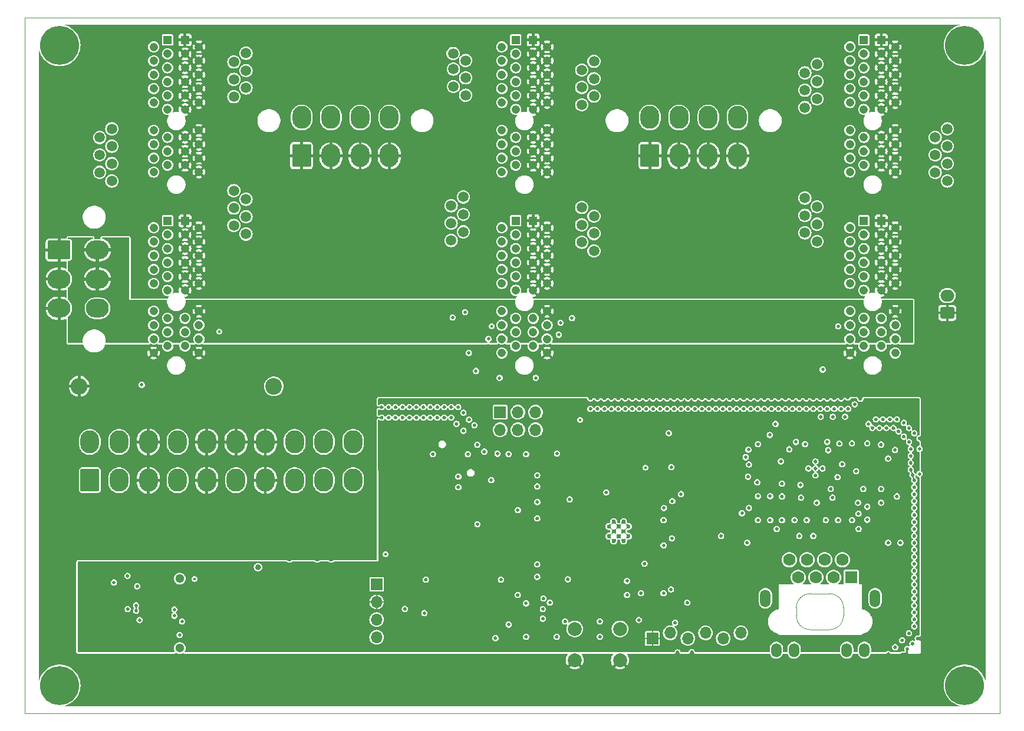
<source format=gbr>
%TF.GenerationSoftware,KiCad,Pcbnew,8.0.1*%
%TF.CreationDate,2024-04-21T01:25:56+02:00*%
%TF.ProjectId,EKO_MyMiner,454b4f5f-4d79-44d6-996e-65722e6b6963,rev?*%
%TF.SameCoordinates,Original*%
%TF.FileFunction,Copper,L3,Inr*%
%TF.FilePolarity,Positive*%
%FSLAX46Y46*%
G04 Gerber Fmt 4.6, Leading zero omitted, Abs format (unit mm)*
G04 Created by KiCad (PCBNEW 8.0.1) date 2024-04-21 01:25:56*
%MOMM*%
%LPD*%
G01*
G04 APERTURE LIST*
G04 Aperture macros list*
%AMRoundRect*
0 Rectangle with rounded corners*
0 $1 Rounding radius*
0 $2 $3 $4 $5 $6 $7 $8 $9 X,Y pos of 4 corners*
0 Add a 4 corners polygon primitive as box body*
4,1,4,$2,$3,$4,$5,$6,$7,$8,$9,$2,$3,0*
0 Add four circle primitives for the rounded corners*
1,1,$1+$1,$2,$3*
1,1,$1+$1,$4,$5*
1,1,$1+$1,$6,$7*
1,1,$1+$1,$8,$9*
0 Add four rect primitives between the rounded corners*
20,1,$1+$1,$2,$3,$4,$5,0*
20,1,$1+$1,$4,$5,$6,$7,0*
20,1,$1+$1,$6,$7,$8,$9,0*
20,1,$1+$1,$8,$9,$2,$3,0*%
G04 Aperture macros list end*
%TA.AperFunction,HeatsinkPad*%
%ADD10C,0.500000*%
%TD*%
%TA.AperFunction,ComponentPad*%
%ADD11R,1.208000X1.208000*%
%TD*%
%TA.AperFunction,ComponentPad*%
%ADD12C,1.208000*%
%TD*%
%TA.AperFunction,HeatsinkPad*%
%ADD13C,0.600000*%
%TD*%
%TA.AperFunction,ComponentPad*%
%ADD14R,1.700000X1.700000*%
%TD*%
%TA.AperFunction,ComponentPad*%
%ADD15O,1.700000X1.700000*%
%TD*%
%TA.AperFunction,ComponentPad*%
%ADD16C,5.600000*%
%TD*%
%TA.AperFunction,ComponentPad*%
%ADD17RoundRect,0.250000X0.750000X-0.600000X0.750000X0.600000X-0.750000X0.600000X-0.750000X-0.600000X0*%
%TD*%
%TA.AperFunction,ComponentPad*%
%ADD18O,2.000000X1.700000*%
%TD*%
%TA.AperFunction,ComponentPad*%
%ADD19C,2.400000*%
%TD*%
%TA.AperFunction,ComponentPad*%
%ADD20O,2.400000X2.400000*%
%TD*%
%TA.AperFunction,ComponentPad*%
%ADD21C,2.000000*%
%TD*%
%TA.AperFunction,ComponentPad*%
%ADD22RoundRect,0.250001X-1.399999X1.099999X-1.399999X-1.099999X1.399999X-1.099999X1.399999X1.099999X0*%
%TD*%
%TA.AperFunction,ComponentPad*%
%ADD23O,3.300000X2.700000*%
%TD*%
%TA.AperFunction,ComponentPad*%
%ADD24C,1.300000*%
%TD*%
%TA.AperFunction,ComponentPad*%
%ADD25RoundRect,0.250001X-1.099999X-1.399999X1.099999X-1.399999X1.099999X1.399999X-1.099999X1.399999X0*%
%TD*%
%TA.AperFunction,ComponentPad*%
%ADD26O,2.700000X3.300000*%
%TD*%
%TA.AperFunction,ComponentPad*%
%ADD27R,1.778000X1.778000*%
%TD*%
%TA.AperFunction,ComponentPad*%
%ADD28C,1.778000*%
%TD*%
%TA.AperFunction,ComponentPad*%
%ADD29O,1.500000X2.032000*%
%TD*%
%TA.AperFunction,ComponentPad*%
%ADD30O,1.500000X2.540000*%
%TD*%
%TA.AperFunction,ViaPad*%
%ADD31C,0.500000*%
%TD*%
%TA.AperFunction,ViaPad*%
%ADD32C,0.400000*%
%TD*%
%TA.AperFunction,ViaPad*%
%ADD33C,0.800000*%
%TD*%
%TA.AperFunction,ViaPad*%
%ADD34C,1.500000*%
%TD*%
%TA.AperFunction,Profile*%
%ADD35C,0.100000*%
%TD*%
G04 APERTURE END LIST*
D10*
%TO.N,GND*%
%TO.C,U1*%
X192794500Y-104944500D03*
X191794500Y-105944500D03*
X191794500Y-104944500D03*
X191794500Y-103944500D03*
X190794500Y-104944500D03*
%TD*%
D11*
%TO.N,GND*%
%TO.C,J3*%
X201250000Y-69350000D03*
D12*
X203250000Y-70350000D03*
X201250000Y-71350000D03*
X203250000Y-72350000D03*
X201250000Y-73350000D03*
X203250000Y-74350000D03*
X201250000Y-75350000D03*
X203250000Y-76350000D03*
X201250000Y-77350000D03*
X203250000Y-78350000D03*
X201250000Y-79350000D03*
%TO.N,+5V_PSU*%
X203250000Y-82350000D03*
%TO.N,/EN_DRV*%
X201250000Y-83350000D03*
%TO.N,/SPARE2_1*%
X203250000Y-84350000D03*
%TO.N,/SPARE2_2*%
X201250000Y-85350000D03*
%TO.N,/DB_SCL*%
X203250000Y-86350000D03*
%TO.N,/DB_RX2*%
X201250000Y-87350000D03*
%TO.N,+3.3V*%
X203250000Y-88350000D03*
D11*
%TO.N,+12V_PWR*%
X198750000Y-69350000D03*
D12*
X196750000Y-70350000D03*
X198750000Y-71350000D03*
X196750000Y-72350000D03*
X198750000Y-73350000D03*
X196750000Y-74350000D03*
X198750000Y-75350000D03*
X196750000Y-76350000D03*
X198750000Y-77350000D03*
X196750000Y-78350000D03*
X198750000Y-79350000D03*
%TO.N,+5V_STDBY*%
X196750000Y-82350000D03*
%TO.N,/DB_PGOOD*%
X198750000Y-83350000D03*
%TO.N,/DB_ALERT2n*%
X196750000Y-84350000D03*
%TO.N,/DB_RSTn*%
X198750000Y-85350000D03*
%TO.N,/DB_SDA*%
X196750000Y-86350000D03*
%TO.N,/DB_RX3*%
X198750000Y-87350000D03*
%TO.N,GND*%
X196750000Y-88350000D03*
%TD*%
D13*
%TO.N,GND*%
%TO.C,U2*%
X164232000Y-112582000D03*
X162832000Y-112582000D03*
X164932000Y-113282000D03*
X163532000Y-113282000D03*
X162132000Y-113282000D03*
X164232000Y-113982000D03*
X162832000Y-113982000D03*
X164932000Y-114682000D03*
X163532000Y-114682000D03*
X162132000Y-114682000D03*
X164232000Y-115382000D03*
X162832000Y-115382000D03*
%TD*%
D14*
%TO.N,+3.3V*%
%TO.C,J6*%
X168382000Y-129382000D03*
D15*
%TO.N,/ESP_GPIO0*%
X170922000Y-128582000D03*
%TO.N,/ESP_RXD0*%
X173462000Y-129382000D03*
%TO.N,/ESP_TXD0*%
X176002000Y-128582000D03*
%TO.N,/ESP_RSTn*%
X178542000Y-129382000D03*
%TO.N,GND*%
X181082000Y-128582000D03*
%TD*%
D16*
%TO.N,N/C*%
%TO.C,H3*%
X213232000Y-136132000D03*
%TD*%
%TO.N,N/C*%
%TO.C,H2*%
X213232000Y-44132000D03*
%TD*%
D11*
%TO.N,GND*%
%TO.C,J16*%
X151250000Y-43350000D03*
D12*
X153250000Y-44350000D03*
X151250000Y-45350000D03*
X153250000Y-46350000D03*
X151250000Y-47350000D03*
X153250000Y-48350000D03*
X151250000Y-49350000D03*
X153250000Y-50350000D03*
X151250000Y-51350000D03*
X153250000Y-52350000D03*
X151250000Y-53350000D03*
X153250000Y-56350000D03*
X151250000Y-57350000D03*
X153250000Y-58350000D03*
X151250000Y-59350000D03*
X153250000Y-60350000D03*
X151250000Y-61350000D03*
X153250000Y-62350000D03*
D11*
%TO.N,+12V_PWR*%
X148750000Y-43350000D03*
D12*
X146750000Y-44350000D03*
X148750000Y-45350000D03*
X146750000Y-46350000D03*
X148750000Y-47350000D03*
X146750000Y-48350000D03*
X148750000Y-49350000D03*
X146750000Y-50350000D03*
X148750000Y-51350000D03*
X146750000Y-52350000D03*
X148750000Y-53350000D03*
X146750000Y-56350000D03*
X148750000Y-57350000D03*
X146750000Y-58350000D03*
X148750000Y-59350000D03*
X146750000Y-60350000D03*
X148750000Y-61350000D03*
X146750000Y-62350000D03*
%TD*%
D11*
%TO.N,GND*%
%TO.C,J1*%
X101250000Y-69350000D03*
D12*
X103250000Y-70350000D03*
X101250000Y-71350000D03*
X103250000Y-72350000D03*
X101250000Y-73350000D03*
X103250000Y-74350000D03*
X101250000Y-75350000D03*
X103250000Y-76350000D03*
X101250000Y-77350000D03*
X103250000Y-78350000D03*
X101250000Y-79350000D03*
%TO.N,+5V_PSU*%
X103250000Y-82350000D03*
%TO.N,/EN_DRV*%
X101250000Y-83350000D03*
%TO.N,/SPARE0_1*%
X103250000Y-84350000D03*
%TO.N,/SPARE0_2*%
X101250000Y-85350000D03*
%TO.N,/DB_SCL*%
X103250000Y-86350000D03*
%TO.N,/DB_TX*%
X101250000Y-87350000D03*
%TO.N,GND*%
X103250000Y-88350000D03*
D11*
%TO.N,+12V_PWR*%
X98750000Y-69350000D03*
D12*
X96750000Y-70350000D03*
X98750000Y-71350000D03*
X96750000Y-72350000D03*
X98750000Y-73350000D03*
X96750000Y-74350000D03*
X98750000Y-75350000D03*
X96750000Y-76350000D03*
X98750000Y-77350000D03*
X96750000Y-78350000D03*
X98750000Y-79350000D03*
%TO.N,+5V_STDBY*%
X96750000Y-82350000D03*
%TO.N,/DB_PGOOD*%
X98750000Y-83350000D03*
%TO.N,/DB_ALERT0n*%
X96750000Y-84350000D03*
%TO.N,/DB_RSTn*%
X98750000Y-85350000D03*
%TO.N,/DB_SDA*%
X96750000Y-86350000D03*
%TO.N,/DB_RX1*%
X98750000Y-87350000D03*
%TO.N,GND*%
X96750000Y-88350000D03*
%TD*%
D11*
%TO.N,GND*%
%TO.C,J17*%
X201250000Y-43350000D03*
D12*
X203250000Y-44350000D03*
X201250000Y-45350000D03*
X203250000Y-46350000D03*
X201250000Y-47350000D03*
X203250000Y-48350000D03*
X201250000Y-49350000D03*
X203250000Y-50350000D03*
X201250000Y-51350000D03*
X203250000Y-52350000D03*
X201250000Y-53350000D03*
X203250000Y-56350000D03*
X201250000Y-57350000D03*
X203250000Y-58350000D03*
X201250000Y-59350000D03*
X203250000Y-60350000D03*
X201250000Y-61350000D03*
X203250000Y-62350000D03*
D11*
%TO.N,+12V_PWR*%
X198750000Y-43350000D03*
D12*
X196750000Y-44350000D03*
X198750000Y-45350000D03*
X196750000Y-46350000D03*
X198750000Y-47350000D03*
X196750000Y-48350000D03*
X198750000Y-49350000D03*
X196750000Y-50350000D03*
X198750000Y-51350000D03*
X196750000Y-52350000D03*
X198750000Y-53350000D03*
X196750000Y-56350000D03*
X198750000Y-57350000D03*
X196750000Y-58350000D03*
X198750000Y-59350000D03*
X196750000Y-60350000D03*
X198750000Y-61350000D03*
X196750000Y-62350000D03*
%TD*%
D11*
%TO.N,GND*%
%TO.C,J15*%
X101250000Y-43350000D03*
D12*
X103250000Y-44350000D03*
X101250000Y-45350000D03*
X103250000Y-46350000D03*
X101250000Y-47350000D03*
X103250000Y-48350000D03*
X101250000Y-49350000D03*
X103250000Y-50350000D03*
X101250000Y-51350000D03*
X103250000Y-52350000D03*
X101250000Y-53350000D03*
X103250000Y-56350000D03*
X101250000Y-57350000D03*
X103250000Y-58350000D03*
X101250000Y-59350000D03*
X103250000Y-60350000D03*
X101250000Y-61350000D03*
X103250000Y-62350000D03*
D11*
%TO.N,+12V_PWR*%
X98750000Y-43350000D03*
D12*
X96750000Y-44350000D03*
X98750000Y-45350000D03*
X96750000Y-46350000D03*
X98750000Y-47350000D03*
X96750000Y-48350000D03*
X98750000Y-49350000D03*
X96750000Y-50350000D03*
X98750000Y-51350000D03*
X96750000Y-52350000D03*
X98750000Y-53350000D03*
X96750000Y-56350000D03*
X98750000Y-57350000D03*
X96750000Y-58350000D03*
X98750000Y-59350000D03*
X96750000Y-60350000D03*
X98750000Y-61350000D03*
X96750000Y-62350000D03*
%TD*%
D17*
%TO.N,GND*%
%TO.C,J5*%
X210732000Y-82582000D03*
D18*
%TO.N,+12V_PWR*%
X210732000Y-80082000D03*
%TD*%
D19*
%TO.N,+5V_PSU*%
%TO.C,R24*%
X114002000Y-93132000D03*
D20*
%TO.N,GND*%
X86062000Y-93132000D03*
%TD*%
D16*
%TO.N,N/C*%
%TO.C,H1*%
X83232000Y-44132000D03*
%TD*%
%TO.N,N/C*%
%TO.C,H4*%
X83232000Y-136132000D03*
%TD*%
D11*
%TO.N,GND*%
%TO.C,J2*%
X151250000Y-69350000D03*
D12*
X153250000Y-70350000D03*
X151250000Y-71350000D03*
X153250000Y-72350000D03*
X151250000Y-73350000D03*
X153250000Y-74350000D03*
X151250000Y-75350000D03*
X153250000Y-76350000D03*
X151250000Y-77350000D03*
X153250000Y-78350000D03*
X151250000Y-79350000D03*
%TO.N,+5V_PSU*%
X153250000Y-82350000D03*
%TO.N,/EN_DRV*%
X151250000Y-83350000D03*
%TO.N,/SPARE1_1*%
X153250000Y-84350000D03*
%TO.N,/SPARE1_2*%
X151250000Y-85350000D03*
%TO.N,/DB_SCL*%
X153250000Y-86350000D03*
%TO.N,/DB_RX1*%
X151250000Y-87350000D03*
%TO.N,GND*%
X153250000Y-88350000D03*
D11*
%TO.N,+12V_PWR*%
X148750000Y-69350000D03*
D12*
X146750000Y-70350000D03*
X148750000Y-71350000D03*
X146750000Y-72350000D03*
X148750000Y-73350000D03*
X146750000Y-74350000D03*
X148750000Y-75350000D03*
X146750000Y-76350000D03*
X148750000Y-77350000D03*
X146750000Y-78350000D03*
X148750000Y-79350000D03*
%TO.N,+5V_STDBY*%
X146750000Y-82350000D03*
%TO.N,/DB_PGOOD*%
X148750000Y-83350000D03*
%TO.N,/DB_ALERT1n*%
X146750000Y-84350000D03*
%TO.N,/DB_RSTn*%
X148750000Y-85350000D03*
%TO.N,/DB_SDA*%
X146750000Y-86350000D03*
%TO.N,/DB_RX2*%
X148750000Y-87350000D03*
%TO.N,+3.3V*%
X146750000Y-88350000D03*
%TD*%
D21*
%TO.N,/ESP_GPIO0*%
%TO.C,SW1*%
X163726000Y-128012000D03*
X157226000Y-128012000D03*
%TO.N,GND*%
X163726000Y-132512000D03*
X157226000Y-132512000D03*
%TD*%
D14*
%TO.N,GND*%
%TO.C,J13*%
X128778000Y-121600000D03*
D15*
%TO.N,+3.3V*%
X128778000Y-124140000D03*
%TO.N,/DB_SCL*%
X128778000Y-126680000D03*
%TO.N,/DB_SDA*%
X128778000Y-129220000D03*
%TD*%
D22*
%TO.N,GND*%
%TO.C,J12*%
X83182000Y-73532000D03*
D23*
X83182000Y-77732000D03*
X83182000Y-81932000D03*
%TO.N,+5V_PSU*%
X88682000Y-73532000D03*
X88682000Y-77732000D03*
%TO.N,+5V_STDBY*%
X88682000Y-81932000D03*
%TD*%
D24*
%TO.N,N/C*%
%TO.C,J9*%
X100482000Y-130782000D03*
X100482000Y-120782000D03*
%TD*%
D25*
%TO.N,GND*%
%TO.C,J11*%
X118000000Y-60000000D03*
D26*
X122200000Y-60000000D03*
X126400000Y-60000000D03*
X130600000Y-60000000D03*
%TO.N,+12V_PWR*%
X118000000Y-54500000D03*
X122200000Y-54500000D03*
X126400000Y-54500000D03*
X130600000Y-54500000D03*
%TD*%
D25*
%TO.N,GND*%
%TO.C,J10*%
X168000000Y-60000000D03*
D26*
X172200000Y-60000000D03*
X176400000Y-60000000D03*
X180600000Y-60000000D03*
%TO.N,+12V_PWR*%
X168000000Y-54500000D03*
X172200000Y-54500000D03*
X176400000Y-54500000D03*
X180600000Y-54500000D03*
%TD*%
D14*
%TO.N,/DB_RX1*%
%TO.C,J8*%
X146507000Y-96857000D03*
D15*
%TO.N,/DB_RX*%
X146507000Y-99397000D03*
%TO.N,/DB_RX2*%
X149047000Y-96857000D03*
%TO.N,/DB_RX*%
X149047000Y-99397000D03*
%TO.N,/DB_RX3*%
X151587000Y-96857000D03*
%TO.N,/DB_RX*%
X151587000Y-99397000D03*
%TD*%
D27*
%TO.N,/LAN8720/TD_P*%
%TO.C,J4*%
X196932000Y-120605800D03*
D28*
%TO.N,AVDD*%
X195662000Y-118065800D03*
%TO.N,/LAN8720/TD_N*%
X194392000Y-120605800D03*
%TO.N,/LAN8720/RD_P*%
X193122000Y-118065800D03*
%TO.N,AVDD*%
X191852000Y-120605800D03*
%TO.N,/LAN8720/RD_N*%
X190582000Y-118065800D03*
%TO.N,N/C*%
X189312000Y-120605800D03*
%TO.N,GND*%
X188042000Y-118065800D03*
D29*
%TO.N,/LAN8720/LEDJ+*%
X198834700Y-131070600D03*
%TO.N,Net-(J4-PadP10)*%
X196294700Y-131070600D03*
%TO.N,/LAN8720/LEDV+*%
X188704700Y-131070600D03*
%TO.N,Net-(J4-PadP12)*%
X186164700Y-131070600D03*
D30*
%TO.N,GND*%
X184613000Y-123605800D03*
X200361000Y-123605800D03*
%TD*%
D25*
%TO.N,+3.3V_DB*%
%TO.C,J7*%
X87582000Y-106632000D03*
D26*
X91782000Y-106632000D03*
%TO.N,GND*%
X95982000Y-106632000D03*
%TO.N,unconnected-(J7-Pin_4-Pad4)*%
X100182000Y-106632000D03*
%TO.N,GND*%
X104382000Y-106632000D03*
%TO.N,unconnected-(J7-Pin_6-Pad6)*%
X108582000Y-106632000D03*
%TO.N,GND*%
X112782000Y-106632000D03*
%TO.N,unconnected-(J7-Pin_8-Pad8)*%
X116982000Y-106632000D03*
%TO.N,+5V_STDBY*%
X121182000Y-106632000D03*
%TO.N,unconnected-(J7-Pin_10-Pad10)*%
X125382000Y-106632000D03*
%TO.N,+3.3V_DB*%
X87582000Y-101132000D03*
%TO.N,unconnected-(J7-Pin_12-Pad12)*%
X91782000Y-101132000D03*
%TO.N,GND*%
X95982000Y-101132000D03*
%TO.N,/PSU/PS_ON#*%
X100182000Y-101132000D03*
%TO.N,GND*%
X104382000Y-101132000D03*
X108582000Y-101132000D03*
X112782000Y-101132000D03*
%TO.N,unconnected-(J7-Pin_18-Pad18)*%
X116982000Y-101132000D03*
%TO.N,unconnected-(J7-Pin_19-Pad19)*%
X121182000Y-101132000D03*
%TO.N,+5V_PSU*%
X125382000Y-101132000D03*
%TD*%
D31*
%TO.N,GND*%
X107696000Y-62662000D03*
X109220000Y-62662000D03*
X109220000Y-59868000D03*
X107696000Y-59868000D03*
X157988000Y-59868000D03*
X159512000Y-59868000D03*
X159512000Y-62662000D03*
X157988000Y-62662000D03*
X191516000Y-59868000D03*
X189992000Y-59868000D03*
X189992000Y-62662000D03*
X191516000Y-62662000D03*
%TO.N,+5V_STDBY*%
X192832000Y-90732000D03*
X143032000Y-90932000D03*
X140500000Y-106113994D03*
X95032000Y-92932000D03*
%TO.N,GND*%
X201982000Y-133882000D03*
X195482000Y-94882000D03*
D32*
X102616000Y-133528000D03*
X214376000Y-72568000D03*
D31*
X184482000Y-96382000D03*
X156482000Y-109382000D03*
X151832000Y-107532000D03*
X134482000Y-96132000D03*
X189232000Y-134132000D03*
X192482000Y-96382000D03*
X89482000Y-97632000D03*
X193482000Y-94882000D03*
X180482000Y-96382000D03*
X133482000Y-96132000D03*
X204482000Y-100382000D03*
X125482000Y-96132000D03*
X207482000Y-116632000D03*
X205982000Y-118632000D03*
X135482000Y-96132000D03*
X159482000Y-94882000D03*
X174232000Y-133632000D03*
X201232000Y-134632000D03*
D32*
X214376000Y-80188000D03*
D31*
X106482000Y-97632000D03*
X132832000Y-125132000D03*
X201982000Y-99132000D03*
X171482000Y-96382000D03*
X205982000Y-117632000D03*
X92982000Y-120382000D03*
X110482000Y-97632000D03*
X197232000Y-134132000D03*
X193482000Y-96382000D03*
X192232000Y-135632000D03*
X179232000Y-135632000D03*
X140232000Y-98532000D03*
X104232000Y-95732000D03*
X166482000Y-94882000D03*
X171982000Y-131382000D03*
X119482000Y-97632000D03*
X141232000Y-96932000D03*
X197232000Y-135632000D03*
X205732000Y-130132000D03*
X201232000Y-109882000D03*
X168482000Y-96382000D03*
X174482000Y-94882000D03*
X205982000Y-126632000D03*
X179232000Y-134132000D03*
X151832000Y-112132000D03*
X118482000Y-97632000D03*
X140482000Y-96132000D03*
X188232000Y-134132000D03*
X194482000Y-94882000D03*
X94482000Y-97632000D03*
X178232000Y-134132000D03*
X207482000Y-121632000D03*
X104482000Y-97632000D03*
X154632000Y-129132000D03*
X200232000Y-133632000D03*
X175482000Y-96382000D03*
X190482000Y-94882000D03*
X151832000Y-118732000D03*
X186232000Y-135632000D03*
X174982000Y-134632000D03*
X161482000Y-96382000D03*
X126482000Y-97632000D03*
X182232000Y-135632000D03*
X205232000Y-99132000D03*
X194232000Y-109132000D03*
X150232000Y-129132000D03*
X139482000Y-97632000D03*
X143232000Y-101532000D03*
X193232000Y-135632000D03*
X103482000Y-97632000D03*
X184482000Y-94882000D03*
D32*
X214376000Y-110668000D03*
D31*
X181982000Y-115632000D03*
X203482000Y-132382000D03*
X207482000Y-126632000D03*
X149032000Y-123132000D03*
X173442230Y-132946556D03*
X205982000Y-112632000D03*
X176232000Y-135632000D03*
X185232000Y-135632000D03*
X163482000Y-96382000D03*
X94232000Y-125382000D03*
X199032000Y-93932000D03*
X117482000Y-97632000D03*
X178482000Y-96382000D03*
X207482000Y-111632000D03*
X166732000Y-122882000D03*
X138482000Y-96132000D03*
X204232000Y-129632000D03*
X191482000Y-94882000D03*
X186482000Y-94882000D03*
X197232000Y-93932000D03*
X120482000Y-97632000D03*
X179482000Y-94882000D03*
X172482000Y-94882000D03*
X182232000Y-110632000D03*
X151832000Y-105932000D03*
X196432000Y-94732000D03*
X205982000Y-99882000D03*
D32*
X157988000Y-97968000D03*
D31*
X183232000Y-134132000D03*
X207482000Y-108632000D03*
X172732000Y-132132000D03*
X207482000Y-109632000D03*
X181482000Y-94882000D03*
X203482000Y-97882000D03*
X182482000Y-96382000D03*
X183432000Y-106932000D03*
X194294500Y-97519500D03*
X145832000Y-129332000D03*
X107482000Y-97632000D03*
X109432000Y-96132000D03*
X161732000Y-108382000D03*
X185482000Y-94882000D03*
X205982000Y-122632000D03*
X151847000Y-109767000D03*
X186982000Y-108957000D03*
X131482000Y-97632000D03*
X142032000Y-97932000D03*
D32*
X102616000Y-120828000D03*
D31*
X200982000Y-99132000D03*
X207482000Y-125632000D03*
X206732000Y-100632000D03*
X137482000Y-96132000D03*
X98482000Y-97632000D03*
D33*
X111732000Y-119132000D03*
D31*
X102832000Y-93332000D03*
X105232000Y-94732000D03*
X154686000Y-102794000D03*
X171632000Y-127132000D03*
D32*
X82296000Y-95428000D03*
D31*
X190232000Y-134132000D03*
X207482000Y-114632000D03*
X162482000Y-96382000D03*
X205982000Y-115632000D03*
X103032000Y-94532000D03*
X96482000Y-97632000D03*
X134482000Y-97632000D03*
X187232000Y-135632000D03*
X173382000Y-124232000D03*
X131482000Y-96132000D03*
X164482000Y-96382000D03*
X202982000Y-99132000D03*
X197907000Y-109882000D03*
X180232000Y-135632000D03*
X207482000Y-115632000D03*
D32*
X106172000Y-85268000D03*
D31*
X199232000Y-134132000D03*
X205982000Y-123632000D03*
X161482000Y-94882000D03*
X207482000Y-113632000D03*
X127482000Y-97632000D03*
D32*
X130048000Y-117272000D03*
D31*
X196482000Y-96382000D03*
X204482000Y-98382000D03*
X198232000Y-94932000D03*
X124482000Y-96132000D03*
X207732000Y-104882000D03*
X94232000Y-124632000D03*
X180482000Y-94882000D03*
X103632000Y-95132000D03*
X207482000Y-107632000D03*
X201482000Y-97882000D03*
X186232000Y-113632000D03*
X135482000Y-97632000D03*
X177232000Y-134132000D03*
X94382000Y-121882000D03*
X104140000Y-93332000D03*
X141232000Y-99532000D03*
X92482000Y-97632000D03*
X99482000Y-97632000D03*
X132482000Y-97632000D03*
D32*
X206756000Y-133528000D03*
D33*
X116232000Y-117882000D03*
D31*
X104632000Y-94132000D03*
X105432000Y-96932000D03*
X117482000Y-96132000D03*
X186832000Y-103932000D03*
D32*
X82296000Y-103048000D03*
D31*
X104832000Y-96332000D03*
X129482000Y-96132000D03*
X202232000Y-131632000D03*
X171097000Y-104767000D03*
X205482000Y-103132000D03*
X169482000Y-94882000D03*
X143256000Y-112954000D03*
X207482000Y-120632000D03*
X136482000Y-97632000D03*
X199982000Y-99132000D03*
X178232000Y-135632000D03*
X189482000Y-94882000D03*
X173482000Y-96382000D03*
X170482000Y-94882000D03*
X144232000Y-102532000D03*
X93482000Y-97632000D03*
X205982000Y-111632000D03*
D32*
X214376000Y-57328000D03*
X214376000Y-103048000D03*
D31*
X187482000Y-94882000D03*
X126482000Y-96132000D03*
X205982000Y-108632000D03*
X192232000Y-134132000D03*
X95482000Y-97632000D03*
X197432000Y-95732000D03*
X197982000Y-113632000D03*
X97482000Y-97632000D03*
X135832000Y-120932000D03*
X175482000Y-94882000D03*
D32*
X145542000Y-90348000D03*
D31*
X160482000Y-94882000D03*
X206482000Y-129382000D03*
X113482000Y-97632000D03*
X128482000Y-97632000D03*
X169982000Y-112382000D03*
X152654000Y-125146000D03*
X151832000Y-120532000D03*
X202482000Y-97882000D03*
X207482000Y-106632000D03*
X199232000Y-101332000D03*
X205982000Y-107632000D03*
X201232000Y-132632000D03*
X195482000Y-96382000D03*
D32*
X214376000Y-64948000D03*
D31*
X108432000Y-96132000D03*
X201232000Y-107882000D03*
D32*
X82296000Y-64948000D03*
D31*
X187232000Y-134132000D03*
X191232000Y-134132000D03*
X191232000Y-135632000D03*
X205982000Y-121632000D03*
X198232000Y-134132000D03*
X205482000Y-105132000D03*
X207482000Y-118632000D03*
X197032000Y-101332000D03*
X175482000Y-132882000D03*
X112482000Y-97632000D03*
X204296556Y-131671770D03*
D32*
X214376000Y-87808000D03*
D31*
X156232000Y-120882000D03*
X198657000Y-107882000D03*
X200482000Y-97882000D03*
X197632000Y-105332000D03*
X167232000Y-118632000D03*
X207732000Y-103882000D03*
X202232000Y-103532000D03*
X185232000Y-134132000D03*
X193982000Y-107882000D03*
X194232000Y-135632000D03*
X136844500Y-102882000D03*
X107432000Y-96132000D03*
D32*
X82296000Y-125908000D03*
D31*
X177232000Y-135632000D03*
X184232000Y-134132000D03*
X203482000Y-108957000D03*
X114482000Y-96132000D03*
X133482000Y-97632000D03*
X183544500Y-101444500D03*
X171032000Y-122332000D03*
D33*
X120232000Y-117882000D03*
D31*
X183482000Y-94882000D03*
X130482000Y-97632000D03*
X195232000Y-134132000D03*
X160482000Y-96382000D03*
X183232000Y-135632000D03*
X135632000Y-125732000D03*
X196232000Y-134132000D03*
X196232000Y-135632000D03*
X195632000Y-104332000D03*
X108482000Y-97632000D03*
X203982000Y-115632000D03*
X113482000Y-96132000D03*
X140500000Y-107633000D03*
X121482000Y-96132000D03*
X205982000Y-120632000D03*
X174046556Y-131342230D03*
X115482000Y-97632000D03*
X207482000Y-101632000D03*
X196044500Y-97519500D03*
X202232000Y-115632000D03*
X177482000Y-94882000D03*
X132482000Y-96132000D03*
X191982000Y-109882000D03*
X143131999Y-92431999D03*
X129482000Y-97632000D03*
X201207000Y-101519500D03*
X207482000Y-122632000D03*
X167482000Y-94882000D03*
X178482000Y-94882000D03*
X205232000Y-128632000D03*
X138482000Y-97632000D03*
X152732000Y-123632000D03*
D32*
X214376000Y-118288000D03*
D31*
X170732000Y-99882000D03*
X115482000Y-96132000D03*
X171482000Y-94882000D03*
X194482000Y-96382000D03*
X91482000Y-97632000D03*
X192544500Y-97519500D03*
X130482000Y-96132000D03*
D32*
X214376000Y-125908000D03*
D31*
X181232000Y-134132000D03*
X205482000Y-104132000D03*
X189482000Y-96382000D03*
X182232000Y-134132000D03*
X171196000Y-114986000D03*
X165482000Y-94882000D03*
X189732000Y-109132000D03*
X205982000Y-114632000D03*
X185482000Y-96382000D03*
X177482000Y-96382000D03*
X191482000Y-96382000D03*
X204982000Y-130882000D03*
X205982000Y-109632000D03*
X127482000Y-96132000D03*
X199232000Y-135632000D03*
X207482000Y-110632000D03*
D32*
X155194000Y-90348000D03*
X82296000Y-49708000D03*
D31*
X118482000Y-96132000D03*
X205982000Y-125632000D03*
D32*
X214376000Y-49708000D03*
D31*
X172482000Y-96382000D03*
X159482000Y-96382000D03*
X182232000Y-104382000D03*
D32*
X150876000Y-133528000D03*
D31*
X198232000Y-135632000D03*
X183482000Y-96382000D03*
X200482000Y-135382000D03*
D32*
X82296000Y-57328000D03*
D31*
X111432000Y-96132000D03*
X160832000Y-129132000D03*
X205982000Y-124632000D03*
X188232000Y-135632000D03*
X152654000Y-126532000D03*
X207482000Y-127632000D03*
X121482000Y-97632000D03*
X182118000Y-106132000D03*
X173482000Y-94882000D03*
X164482000Y-94882000D03*
X178232000Y-114632000D03*
X170482000Y-96382000D03*
X102482000Y-97632000D03*
X207232000Y-128632000D03*
X188482000Y-94882000D03*
X93023000Y-125146000D03*
X205982000Y-113632000D03*
X110432000Y-96132000D03*
X119482000Y-96132000D03*
X181482000Y-96382000D03*
X116482000Y-97632000D03*
X186482000Y-96382000D03*
X205982000Y-119632000D03*
X90482000Y-97632000D03*
X112432000Y-96132000D03*
X207732000Y-102882000D03*
X205982000Y-116632000D03*
X203232000Y-130632000D03*
X114482000Y-97632000D03*
X128482000Y-96132000D03*
X167482000Y-96382000D03*
X137482000Y-97632000D03*
X165482000Y-96382000D03*
X190232000Y-135632000D03*
X155832000Y-126932000D03*
X195232000Y-135632000D03*
X207482000Y-119632000D03*
X186982000Y-107132000D03*
X105482000Y-97632000D03*
X205232000Y-101132000D03*
X207482000Y-123632000D03*
X180232000Y-134132000D03*
X174732000Y-132132000D03*
D32*
X145288000Y-84506000D03*
D31*
X160832000Y-126932000D03*
X176482000Y-96382000D03*
X105832000Y-95332000D03*
X205982000Y-127632000D03*
D32*
X82296000Y-118288000D03*
D31*
X142832000Y-98732000D03*
X205482000Y-102132000D03*
X194232000Y-134132000D03*
X139482000Y-96132000D03*
X193232000Y-134132000D03*
X182482000Y-94882000D03*
X181232000Y-135632000D03*
X168482000Y-94882000D03*
X120482000Y-96132000D03*
X207482000Y-117632000D03*
X184232000Y-135632000D03*
X136482000Y-96132000D03*
X116482000Y-96132000D03*
X122482000Y-97632000D03*
X189232000Y-135632000D03*
X202732000Y-133132000D03*
X111482000Y-97632000D03*
X192482000Y-94882000D03*
X195232000Y-101382000D03*
X166432000Y-126732000D03*
X188482000Y-96382000D03*
X109482000Y-97632000D03*
X176232000Y-133632000D03*
X101482000Y-97632000D03*
X162482000Y-94882000D03*
X205982000Y-110632000D03*
X205982000Y-106632000D03*
X106432000Y-96132000D03*
X100482000Y-97632000D03*
X166482000Y-96382000D03*
X205732000Y-105882000D03*
X187482000Y-96382000D03*
X203207000Y-102269500D03*
D33*
X122232000Y-117882000D03*
D31*
X186232000Y-134132000D03*
X179482000Y-96382000D03*
D32*
X167386000Y-104826000D03*
D31*
X176482000Y-94882000D03*
X203732000Y-99632000D03*
X207482000Y-124632000D03*
X169482000Y-96382000D03*
D32*
X214376000Y-95428000D03*
D31*
X190482000Y-96382000D03*
X207482000Y-112632000D03*
X163482000Y-94882000D03*
X174482000Y-96382000D03*
%TO.N,+3.3V*%
X189044500Y-97519500D03*
X203207000Y-105619500D03*
X203482000Y-112557000D03*
X147832000Y-95132000D03*
X192544500Y-101119500D03*
X171982000Y-102882000D03*
X93082000Y-123982000D03*
X150032000Y-101332000D03*
D33*
X108457000Y-120532000D03*
D31*
X142014000Y-88350000D03*
X190794500Y-97519500D03*
X185294500Y-101444500D03*
D33*
X108457000Y-122406998D03*
D31*
X203250000Y-95314000D03*
%TO.N,AVDD*%
X193294500Y-112369500D03*
X197969500Y-111444500D03*
X195044500Y-112369500D03*
X199232000Y-110457000D03*
X189632000Y-107332000D03*
X190544500Y-112369500D03*
X197044500Y-112369500D03*
X194969500Y-106194500D03*
X186982000Y-112382000D03*
X199232000Y-112307000D03*
X188794500Y-112369500D03*
%TO.N,/LED_RGB*%
X141882000Y-102881992D03*
%TO.N,/REFCLK*%
X199407000Y-98557000D03*
X206732000Y-102132006D03*
X186057005Y-98556995D03*
%TO.N,/ESP_GPIO0*%
X153631996Y-124232004D03*
X206732000Y-105732000D03*
%TO.N,/DB_SCL*%
X150232000Y-102882007D03*
X150232000Y-124332000D03*
X100832000Y-126932000D03*
%TO.N,Net-(U1-RXD1{slash}MODE1)*%
X193632000Y-102332000D03*
X185294500Y-108944500D03*
%TO.N,/RXD1*%
X185294500Y-112369500D03*
X170032000Y-110632000D03*
%TO.N,Net-(U1-RXD0{slash}MODE0)*%
X193482000Y-101132000D03*
X183544500Y-108944500D03*
%TO.N,/RXD0*%
X183544500Y-112369500D03*
X171232000Y-109632000D03*
%TO.N,/LAN8720/TD_P*%
X191482000Y-114632000D03*
%TO.N,/LAN8720/TD_N*%
X189482000Y-114632000D03*
%TO.N,/MDIO*%
X188982000Y-101132000D03*
X182176087Y-102251087D03*
%TO.N,/ESP_RSTn*%
X172482000Y-108632000D03*
X181232000Y-111382000D03*
%TO.N,/DB_SDA*%
X147731993Y-102881993D03*
X154940000Y-85732000D03*
X100482000Y-128882000D03*
X144832000Y-86332000D03*
X147732000Y-127382000D03*
%TO.N,/TXEN*%
X164732000Y-123132000D03*
X164732000Y-121132000D03*
%TO.N,/MDC*%
X188044500Y-102194500D03*
X181782004Y-103331996D03*
X169982000Y-116002000D03*
X169982000Y-122882000D03*
%TO.N,/CRS_DV*%
X185231996Y-100132000D03*
X190294500Y-101444500D03*
%TO.N,/DB_TX*%
X145232000Y-106632004D03*
%TO.N,/RES*%
X94731998Y-126732000D03*
%TO.N,/CS*%
X99732000Y-126132000D03*
%TO.N,/DB_RX*%
X149047000Y-110932020D03*
%TO.N,/DC*%
X99732000Y-125207000D03*
D34*
%TO.N,+12V_PWR*%
X110014000Y-68764000D03*
X158232000Y-67432000D03*
X210732000Y-56132000D03*
X192032000Y-46832000D03*
X190282000Y-48082000D03*
X210732000Y-58632000D03*
X110014000Y-45264000D03*
X192032000Y-69832000D03*
X141232000Y-70932000D03*
X108264000Y-70014000D03*
X88982000Y-57382000D03*
X192032000Y-72332000D03*
X158232000Y-50182000D03*
X141550000Y-46300000D03*
X208982000Y-59882000D03*
X158232000Y-47682000D03*
X108264000Y-46514000D03*
X90732000Y-56132000D03*
X190282000Y-71082000D03*
X110014000Y-66264000D03*
X190282000Y-68582000D03*
X159982000Y-46432000D03*
X210732000Y-63632000D03*
X208982000Y-62382000D03*
X108264000Y-67514000D03*
X190282000Y-53082000D03*
X141232000Y-65932000D03*
X192032000Y-49332000D03*
X159982000Y-48932000D03*
X192032000Y-67332000D03*
X159982000Y-71182000D03*
X90732000Y-58632000D03*
X159982000Y-51432000D03*
X108264000Y-51514000D03*
X90732000Y-61132000D03*
X141550000Y-51300000D03*
X88982000Y-62382000D03*
X139800000Y-50050000D03*
X110014000Y-71264000D03*
X159982000Y-73682000D03*
X139482000Y-72182000D03*
X158232000Y-69932000D03*
X190282000Y-66082000D03*
X158232000Y-72432000D03*
X190282000Y-50582000D03*
X208982000Y-57382000D03*
X159982000Y-68682000D03*
X139482000Y-69682000D03*
X192032000Y-51832000D03*
X210732000Y-61132000D03*
X141550000Y-48800000D03*
X90732000Y-63632000D03*
X141232000Y-68432000D03*
X139800000Y-47550000D03*
X108264000Y-65014000D03*
X108264000Y-49014000D03*
X88982000Y-59882000D03*
X139482000Y-67182000D03*
X139750000Y-45300000D03*
X158232000Y-52682000D03*
X110014000Y-50264000D03*
X110014000Y-47764000D03*
D31*
%TO.N,Net-(J9-Pin_2)*%
X91032000Y-121332000D03*
%TO.N,/DB_RX1*%
X146432000Y-91932000D03*
X151632000Y-91932000D03*
%TO.N,/EN_DRV*%
X195072000Y-84506000D03*
X141478000Y-82474000D03*
X155194000Y-83998000D03*
%TO.N,/DB_RST*%
X146132000Y-102832000D03*
X146632000Y-120932000D03*
%TO.N,/DB_PGOOD*%
X156832000Y-83332000D03*
%TO.N,/DB_RSTn*%
X139700000Y-83236000D03*
%TD*%
%TA.AperFunction,Conductor*%
%TO.N,GND*%
G36*
X203273987Y-130388984D02*
G01*
X203328058Y-130404860D01*
X203340744Y-130410653D01*
X203388163Y-130441127D01*
X203398704Y-130450261D01*
X203435611Y-130492854D01*
X203443151Y-130504586D01*
X203466568Y-130555860D01*
X203470497Y-130569243D01*
X203478517Y-130625026D01*
X203478517Y-130638972D01*
X203470497Y-130694755D01*
X203466568Y-130708138D01*
X203443153Y-130759409D01*
X203435613Y-130771141D01*
X203398701Y-130813741D01*
X203388165Y-130822871D01*
X203340750Y-130853343D01*
X203328064Y-130859136D01*
X203273987Y-130875015D01*
X203260182Y-130877000D01*
X203203819Y-130877000D01*
X203190015Y-130875015D01*
X203135937Y-130859137D01*
X203123249Y-130853343D01*
X203075834Y-130822871D01*
X203065294Y-130813738D01*
X203028385Y-130771142D01*
X203020846Y-130759411D01*
X202997427Y-130708133D01*
X202993501Y-130694755D01*
X202985482Y-130638972D01*
X202985482Y-130625029D01*
X202985483Y-130625026D01*
X202993503Y-130569235D01*
X202997432Y-130555856D01*
X203020847Y-130504582D01*
X203028380Y-130492861D01*
X203065302Y-130450250D01*
X203075827Y-130441130D01*
X203123251Y-130410653D01*
X203135926Y-130404866D01*
X203162971Y-130396925D01*
X203190014Y-130388985D01*
X203203818Y-130387000D01*
X203260184Y-130387000D01*
X203273987Y-130388984D01*
G37*
%TD.AperFunction*%
%TA.AperFunction,Conductor*%
G36*
X205773986Y-129888985D02*
G01*
X205828305Y-129904934D01*
X205840399Y-129910352D01*
X205840417Y-129910363D01*
X205841451Y-129911007D01*
X205846293Y-129913927D01*
X205846297Y-129913928D01*
X205846300Y-129913930D01*
X205866195Y-129921676D01*
X205900607Y-129935074D01*
X205927687Y-129961018D01*
X205930036Y-129967602D01*
X205935918Y-129988746D01*
X205935922Y-129988757D01*
X205966567Y-130055860D01*
X205970496Y-130069241D01*
X205978517Y-130125023D01*
X205978517Y-130138971D01*
X205970496Y-130194757D01*
X205966567Y-130208138D01*
X205943153Y-130259408D01*
X205935613Y-130271141D01*
X205898701Y-130313741D01*
X205888162Y-130322872D01*
X205840750Y-130353343D01*
X205828064Y-130359136D01*
X205773987Y-130375015D01*
X205760182Y-130377000D01*
X205703819Y-130377000D01*
X205690015Y-130375015D01*
X205635696Y-130359066D01*
X205623605Y-130353649D01*
X205622496Y-130352959D01*
X205622474Y-130352945D01*
X205617672Y-130350051D01*
X205617671Y-130350050D01*
X205617670Y-130350050D01*
X205563393Y-130328923D01*
X205536311Y-130302981D01*
X205533960Y-130296391D01*
X205528080Y-130275252D01*
X205523771Y-130265817D01*
X205497431Y-130208142D01*
X205493503Y-130194760D01*
X205485482Y-130138973D01*
X205485482Y-130125031D01*
X205493503Y-130069235D01*
X205497432Y-130055856D01*
X205520847Y-130004582D01*
X205528380Y-129992861D01*
X205565302Y-129950250D01*
X205575827Y-129941130D01*
X205623251Y-129910653D01*
X205635926Y-129904866D01*
X205662971Y-129896925D01*
X205690014Y-129888985D01*
X205703818Y-129887000D01*
X205760182Y-129887000D01*
X205773986Y-129888985D01*
G37*
%TD.AperFunction*%
%TA.AperFunction,Conductor*%
G36*
X204273987Y-129388984D02*
G01*
X204328058Y-129404860D01*
X204340744Y-129410653D01*
X204388163Y-129441127D01*
X204398704Y-129450261D01*
X204435611Y-129492854D01*
X204443151Y-129504586D01*
X204466567Y-129555859D01*
X204470496Y-129569241D01*
X204478517Y-129625023D01*
X204478517Y-129638971D01*
X204470496Y-129694757D01*
X204466567Y-129708138D01*
X204443153Y-129759408D01*
X204435613Y-129771141D01*
X204398701Y-129813741D01*
X204388165Y-129822871D01*
X204346487Y-129849656D01*
X204340750Y-129853343D01*
X204328064Y-129859136D01*
X204273987Y-129875015D01*
X204260182Y-129877000D01*
X204203819Y-129877000D01*
X204190015Y-129875015D01*
X204135937Y-129859137D01*
X204123249Y-129853343D01*
X204075834Y-129822871D01*
X204065294Y-129813738D01*
X204028386Y-129771143D01*
X204020846Y-129759411D01*
X204020845Y-129759408D01*
X203997427Y-129708133D01*
X203993501Y-129694757D01*
X203985482Y-129638971D01*
X203985482Y-129625029D01*
X203986465Y-129618196D01*
X203993503Y-129569235D01*
X203997432Y-129555856D01*
X203998745Y-129552981D01*
X204020847Y-129504582D01*
X204028380Y-129492861D01*
X204065302Y-129450250D01*
X204075827Y-129441130D01*
X204123251Y-129410653D01*
X204135926Y-129404866D01*
X204170369Y-129394753D01*
X204190014Y-129388985D01*
X204203818Y-129387000D01*
X204260184Y-129387000D01*
X204273987Y-129388984D01*
G37*
%TD.AperFunction*%
%TA.AperFunction,Conductor*%
G36*
X145873980Y-129088982D02*
G01*
X145928071Y-129104864D01*
X145940747Y-129110653D01*
X145973965Y-129132002D01*
X145988165Y-129141128D01*
X145998700Y-129150256D01*
X146035611Y-129192853D01*
X146043150Y-129204584D01*
X146048441Y-129216170D01*
X146048447Y-129216184D01*
X146066567Y-129255862D01*
X146070496Y-129269243D01*
X146078517Y-129325023D01*
X146078517Y-129338971D01*
X146070496Y-129394757D01*
X146066567Y-129408138D01*
X146043153Y-129459408D01*
X146035613Y-129471141D01*
X145998701Y-129513741D01*
X145988165Y-129522871D01*
X145941313Y-129552981D01*
X145940750Y-129553343D01*
X145928064Y-129559136D01*
X145873987Y-129575015D01*
X145860182Y-129577000D01*
X145803819Y-129577000D01*
X145790015Y-129575015D01*
X145735937Y-129559137D01*
X145723249Y-129553343D01*
X145675834Y-129522871D01*
X145665294Y-129513738D01*
X145628386Y-129471143D01*
X145620846Y-129459411D01*
X145617341Y-129451736D01*
X145597427Y-129408133D01*
X145593501Y-129394757D01*
X145585482Y-129338971D01*
X145585482Y-129325029D01*
X145585793Y-129322871D01*
X145593503Y-129269235D01*
X145597432Y-129255856D01*
X145598011Y-129254589D01*
X145620847Y-129204582D01*
X145628380Y-129192861D01*
X145665302Y-129150250D01*
X145675827Y-129141130D01*
X145723251Y-129110653D01*
X145735926Y-129104866D01*
X145762971Y-129096925D01*
X145790014Y-129088985D01*
X145803818Y-129087000D01*
X145860184Y-129087000D01*
X145873980Y-129088982D01*
G37*
%TD.AperFunction*%
%TA.AperFunction,Conductor*%
G36*
X150273980Y-128888982D02*
G01*
X150328071Y-128904864D01*
X150340747Y-128910653D01*
X150350840Y-128917140D01*
X150388162Y-128941126D01*
X150398702Y-128950259D01*
X150435611Y-128992854D01*
X150443151Y-129004587D01*
X150466567Y-129055861D01*
X150470496Y-129069242D01*
X150478517Y-129125026D01*
X150478517Y-129138974D01*
X150470496Y-129194757D01*
X150466567Y-129208138D01*
X150443153Y-129259408D01*
X150435613Y-129271141D01*
X150398701Y-129313741D01*
X150388165Y-129322871D01*
X150340750Y-129353343D01*
X150328064Y-129359136D01*
X150273987Y-129375015D01*
X150260182Y-129377000D01*
X150203819Y-129377000D01*
X150190015Y-129375015D01*
X150135937Y-129359137D01*
X150123249Y-129353343D01*
X150075834Y-129322871D01*
X150065294Y-129313738D01*
X150028386Y-129271143D01*
X150020846Y-129259411D01*
X150020845Y-129259408D01*
X149997427Y-129208133D01*
X149993501Y-129194756D01*
X149985482Y-129138969D01*
X149985482Y-129125029D01*
X149985483Y-129125026D01*
X149993503Y-129069235D01*
X149997432Y-129055856D01*
X150020847Y-129004582D01*
X150028380Y-128992861D01*
X150065302Y-128950250D01*
X150075827Y-128941130D01*
X150123251Y-128910653D01*
X150135926Y-128904866D01*
X150162971Y-128896925D01*
X150190014Y-128888985D01*
X150203818Y-128887000D01*
X150260184Y-128887000D01*
X150273980Y-128888982D01*
G37*
%TD.AperFunction*%
%TA.AperFunction,Conductor*%
G36*
X154673980Y-128888982D02*
G01*
X154728071Y-128904864D01*
X154740747Y-128910653D01*
X154750840Y-128917140D01*
X154788162Y-128941126D01*
X154798702Y-128950259D01*
X154835611Y-128992854D01*
X154843151Y-129004586D01*
X154866567Y-129055859D01*
X154870496Y-129069241D01*
X154878517Y-129125022D01*
X154878517Y-129138969D01*
X154870496Y-129194756D01*
X154866567Y-129208138D01*
X154843153Y-129259408D01*
X154835613Y-129271141D01*
X154798701Y-129313741D01*
X154788165Y-129322871D01*
X154740750Y-129353343D01*
X154728064Y-129359136D01*
X154673987Y-129375015D01*
X154660182Y-129377000D01*
X154603819Y-129377000D01*
X154590015Y-129375015D01*
X154535937Y-129359137D01*
X154523249Y-129353343D01*
X154475834Y-129322871D01*
X154465294Y-129313738D01*
X154428386Y-129271143D01*
X154420846Y-129259411D01*
X154420845Y-129259408D01*
X154397427Y-129208133D01*
X154393501Y-129194756D01*
X154385482Y-129138969D01*
X154385482Y-129125029D01*
X154385483Y-129125026D01*
X154393503Y-129069235D01*
X154397432Y-129055856D01*
X154420847Y-129004582D01*
X154428380Y-128992861D01*
X154465302Y-128950250D01*
X154475827Y-128941130D01*
X154523251Y-128910653D01*
X154535926Y-128904866D01*
X154562971Y-128896925D01*
X154590014Y-128888985D01*
X154603818Y-128887000D01*
X154660184Y-128887000D01*
X154673980Y-128888982D01*
G37*
%TD.AperFunction*%
%TA.AperFunction,Conductor*%
G36*
X160873980Y-128888982D02*
G01*
X160928071Y-128904864D01*
X160940747Y-128910653D01*
X160950840Y-128917140D01*
X160988162Y-128941126D01*
X160998702Y-128950259D01*
X161035611Y-128992854D01*
X161043151Y-129004586D01*
X161066567Y-129055859D01*
X161070496Y-129069241D01*
X161078517Y-129125023D01*
X161078517Y-129138971D01*
X161070496Y-129194757D01*
X161066567Y-129208138D01*
X161043153Y-129259408D01*
X161035613Y-129271141D01*
X160998701Y-129313741D01*
X160988165Y-129322871D01*
X160940750Y-129353343D01*
X160928064Y-129359136D01*
X160873987Y-129375015D01*
X160860182Y-129377000D01*
X160803819Y-129377000D01*
X160790015Y-129375015D01*
X160735937Y-129359137D01*
X160723249Y-129353343D01*
X160675834Y-129322871D01*
X160665294Y-129313738D01*
X160628386Y-129271143D01*
X160620846Y-129259411D01*
X160620845Y-129259408D01*
X160597427Y-129208133D01*
X160593501Y-129194756D01*
X160585482Y-129138969D01*
X160585482Y-129125029D01*
X160585483Y-129125026D01*
X160593503Y-129069235D01*
X160597432Y-129055856D01*
X160620847Y-129004582D01*
X160628380Y-128992861D01*
X160665302Y-128950250D01*
X160675827Y-128941130D01*
X160723251Y-128910653D01*
X160735926Y-128904866D01*
X160762971Y-128896925D01*
X160790014Y-128888985D01*
X160803818Y-128887000D01*
X160860184Y-128887000D01*
X160873980Y-128888982D01*
G37*
%TD.AperFunction*%
%TA.AperFunction,Conductor*%
G36*
X205273987Y-128388984D02*
G01*
X205328058Y-128404860D01*
X205340744Y-128410653D01*
X205388163Y-128441127D01*
X205398704Y-128450261D01*
X205435611Y-128492854D01*
X205443151Y-128504586D01*
X205466567Y-128555859D01*
X205470496Y-128569241D01*
X205478517Y-128625023D01*
X205478517Y-128638971D01*
X205470496Y-128694757D01*
X205466567Y-128708138D01*
X205443153Y-128759408D01*
X205435613Y-128771141D01*
X205398701Y-128813741D01*
X205388165Y-128822871D01*
X205340750Y-128853343D01*
X205328064Y-128859136D01*
X205273987Y-128875015D01*
X205260182Y-128877000D01*
X205203819Y-128877000D01*
X205190015Y-128875015D01*
X205135937Y-128859137D01*
X205123249Y-128853343D01*
X205075834Y-128822871D01*
X205065294Y-128813738D01*
X205028386Y-128771143D01*
X205020846Y-128759411D01*
X205020845Y-128759408D01*
X204997427Y-128708133D01*
X204993501Y-128694757D01*
X204985482Y-128638971D01*
X204985482Y-128625029D01*
X204991670Y-128581992D01*
X204993503Y-128569235D01*
X204997432Y-128555856D01*
X205015554Y-128516174D01*
X205020847Y-128504582D01*
X205028380Y-128492861D01*
X205065302Y-128450250D01*
X205075827Y-128441130D01*
X205123251Y-128410653D01*
X205135926Y-128404866D01*
X205162971Y-128396925D01*
X205190014Y-128388985D01*
X205203818Y-128387000D01*
X205260184Y-128387000D01*
X205273987Y-128388984D01*
G37*
%TD.AperFunction*%
%TA.AperFunction,Conductor*%
G36*
X206014645Y-127351505D02*
G01*
X206023201Y-127359136D01*
X206055744Y-127388159D01*
X206055745Y-127388160D01*
X206055748Y-127388162D01*
X206138163Y-127441126D01*
X206148701Y-127450258D01*
X206185611Y-127492854D01*
X206193151Y-127504586D01*
X206216568Y-127555860D01*
X206220497Y-127569243D01*
X206228517Y-127625026D01*
X206228517Y-127638972D01*
X206220497Y-127694755D01*
X206216568Y-127708138D01*
X206193153Y-127759409D01*
X206185613Y-127771141D01*
X206148701Y-127813741D01*
X206138165Y-127822871D01*
X206090750Y-127853343D01*
X206078064Y-127859136D01*
X206023987Y-127875015D01*
X206010182Y-127877000D01*
X205953819Y-127877000D01*
X205940015Y-127875015D01*
X205885937Y-127859137D01*
X205873249Y-127853343D01*
X205825834Y-127822871D01*
X205815294Y-127813738D01*
X205778386Y-127771143D01*
X205770846Y-127759411D01*
X205747427Y-127708133D01*
X205743501Y-127694755D01*
X205735482Y-127638972D01*
X205735482Y-127625029D01*
X205735483Y-127625026D01*
X205743503Y-127569235D01*
X205747432Y-127555856D01*
X205770847Y-127504582D01*
X205778380Y-127492861D01*
X205815298Y-127450256D01*
X205825832Y-127441127D01*
X205908251Y-127388162D01*
X205917937Y-127381539D01*
X205927082Y-127374895D01*
X205946411Y-127354428D01*
X205980631Y-127339095D01*
X206014645Y-127351505D01*
G37*
%TD.AperFunction*%
%TA.AperFunction,Conductor*%
G36*
X171673987Y-126888984D02*
G01*
X171728058Y-126904860D01*
X171740744Y-126910653D01*
X171788163Y-126941127D01*
X171798704Y-126950261D01*
X171835611Y-126992854D01*
X171843151Y-127004586D01*
X171862110Y-127046100D01*
X171866568Y-127055860D01*
X171870497Y-127069244D01*
X171874877Y-127099714D01*
X171874880Y-127099728D01*
X171878517Y-127125023D01*
X171878517Y-127138971D01*
X171870496Y-127194757D01*
X171866567Y-127208138D01*
X171843153Y-127259408D01*
X171835613Y-127271141D01*
X171798701Y-127313741D01*
X171788162Y-127322872D01*
X171743608Y-127351506D01*
X171740750Y-127353343D01*
X171728064Y-127359136D01*
X171673987Y-127375015D01*
X171660182Y-127377000D01*
X171636700Y-127377000D01*
X171578993Y-127385271D01*
X171578988Y-127385272D01*
X171578984Y-127385273D01*
X171536304Y-127397763D01*
X171499020Y-127393721D01*
X171477407Y-127369810D01*
X171455357Y-127317633D01*
X171455354Y-127317628D01*
X171455352Y-127317622D01*
X171427297Y-127272564D01*
X171424327Y-127267032D01*
X171397427Y-127208133D01*
X171393501Y-127194757D01*
X171385482Y-127138971D01*
X171385482Y-127125029D01*
X171385793Y-127122871D01*
X171393503Y-127069235D01*
X171397432Y-127055856D01*
X171420847Y-127004582D01*
X171428380Y-126992861D01*
X171465302Y-126950250D01*
X171475827Y-126941130D01*
X171523251Y-126910653D01*
X171535926Y-126904866D01*
X171562971Y-126896925D01*
X171590014Y-126888985D01*
X171603818Y-126887000D01*
X171660184Y-126887000D01*
X171673987Y-126888984D01*
G37*
%TD.AperFunction*%
%TA.AperFunction,Conductor*%
G36*
X155873987Y-126688984D02*
G01*
X155928058Y-126704860D01*
X155940743Y-126710652D01*
X155953830Y-126719063D01*
X155988163Y-126741127D01*
X155998704Y-126750261D01*
X156035611Y-126792854D01*
X156043151Y-126804586D01*
X156066567Y-126855859D01*
X156070496Y-126869241D01*
X156078517Y-126925022D01*
X156078517Y-126938969D01*
X156071475Y-126987947D01*
X156071425Y-127046105D01*
X156076612Y-127082620D01*
X156067275Y-127118942D01*
X156034990Y-127138024D01*
X156033691Y-127138191D01*
X155987452Y-127143502D01*
X155983020Y-127145964D01*
X155980435Y-127146191D01*
X155969970Y-127146832D01*
X155873987Y-127175015D01*
X155860182Y-127177000D01*
X155803819Y-127177000D01*
X155790015Y-127175015D01*
X155735937Y-127159137D01*
X155723249Y-127153343D01*
X155675834Y-127122871D01*
X155665294Y-127113738D01*
X155654655Y-127101460D01*
X155628385Y-127071142D01*
X155620846Y-127059411D01*
X155620845Y-127059408D01*
X155597427Y-127008133D01*
X155593501Y-126994757D01*
X155585482Y-126938969D01*
X155585482Y-126925029D01*
X155585501Y-126924903D01*
X155593503Y-126869235D01*
X155597432Y-126855856D01*
X155620847Y-126804582D01*
X155628380Y-126792861D01*
X155665302Y-126750250D01*
X155675827Y-126741130D01*
X155723251Y-126710653D01*
X155735926Y-126704866D01*
X155770369Y-126694753D01*
X155790014Y-126688985D01*
X155803818Y-126687000D01*
X155860184Y-126687000D01*
X155873987Y-126688984D01*
G37*
%TD.AperFunction*%
%TA.AperFunction,Conductor*%
G36*
X160873987Y-126688984D02*
G01*
X160928058Y-126704860D01*
X160940743Y-126710652D01*
X160953830Y-126719063D01*
X160973964Y-126732002D01*
X160988163Y-126741127D01*
X160998704Y-126750261D01*
X161035611Y-126792854D01*
X161043151Y-126804586D01*
X161048441Y-126816169D01*
X161048466Y-126816227D01*
X161066567Y-126855862D01*
X161070496Y-126869243D01*
X161078517Y-126925023D01*
X161078517Y-126938971D01*
X161070496Y-126994757D01*
X161066567Y-127008138D01*
X161043153Y-127059408D01*
X161035613Y-127071141D01*
X160998701Y-127113741D01*
X160988165Y-127122871D01*
X160952232Y-127145964D01*
X160940750Y-127153343D01*
X160928064Y-127159136D01*
X160873987Y-127175015D01*
X160860182Y-127177000D01*
X160803819Y-127177000D01*
X160790015Y-127175015D01*
X160735937Y-127159137D01*
X160723249Y-127153343D01*
X160675834Y-127122871D01*
X160665294Y-127113738D01*
X160654655Y-127101460D01*
X160628385Y-127071142D01*
X160620846Y-127059411D01*
X160620845Y-127059408D01*
X160597427Y-127008133D01*
X160593501Y-126994757D01*
X160585482Y-126938969D01*
X160585482Y-126925029D01*
X160585501Y-126924903D01*
X160593503Y-126869235D01*
X160597432Y-126855856D01*
X160620847Y-126804582D01*
X160628380Y-126792861D01*
X160665302Y-126750250D01*
X160675827Y-126741130D01*
X160723251Y-126710653D01*
X160735926Y-126704866D01*
X160770369Y-126694753D01*
X160790014Y-126688985D01*
X160803818Y-126687000D01*
X160860184Y-126687000D01*
X160873987Y-126688984D01*
G37*
%TD.AperFunction*%
%TA.AperFunction,Conductor*%
G36*
X166473987Y-126488984D02*
G01*
X166528058Y-126504860D01*
X166540744Y-126510653D01*
X166588163Y-126541127D01*
X166598704Y-126550261D01*
X166635611Y-126592854D01*
X166643151Y-126604586D01*
X166666567Y-126655859D01*
X166670496Y-126669241D01*
X166678517Y-126725023D01*
X166678517Y-126738971D01*
X166670496Y-126794757D01*
X166666567Y-126808138D01*
X166643153Y-126859408D01*
X166635613Y-126871141D01*
X166598701Y-126913741D01*
X166588165Y-126922871D01*
X166545546Y-126950261D01*
X166540750Y-126953343D01*
X166528064Y-126959136D01*
X166473987Y-126975015D01*
X166460182Y-126977000D01*
X166403819Y-126977000D01*
X166390015Y-126975015D01*
X166335937Y-126959137D01*
X166323249Y-126953343D01*
X166275834Y-126922871D01*
X166265294Y-126913738D01*
X166232454Y-126875838D01*
X166228385Y-126871142D01*
X166220846Y-126859411D01*
X166220845Y-126859408D01*
X166197427Y-126808133D01*
X166193501Y-126794757D01*
X166185482Y-126738971D01*
X166185482Y-126725029D01*
X166185793Y-126722871D01*
X166193503Y-126669235D01*
X166197432Y-126655856D01*
X166220847Y-126604582D01*
X166228380Y-126592861D01*
X166265302Y-126550250D01*
X166275827Y-126541130D01*
X166323251Y-126510653D01*
X166335926Y-126504866D01*
X166362971Y-126496925D01*
X166390014Y-126488985D01*
X166403818Y-126487000D01*
X166460184Y-126487000D01*
X166473987Y-126488984D01*
G37*
%TD.AperFunction*%
%TA.AperFunction,Conductor*%
G36*
X206014645Y-126351505D02*
G01*
X206031629Y-126366652D01*
X206055744Y-126388159D01*
X206055745Y-126388160D01*
X206055748Y-126388162D01*
X206138163Y-126441126D01*
X206148701Y-126450258D01*
X206185611Y-126492854D01*
X206193151Y-126504586D01*
X206216568Y-126555860D01*
X206220497Y-126569243D01*
X206228517Y-126625026D01*
X206228517Y-126638972D01*
X206220497Y-126694755D01*
X206216568Y-126708138D01*
X206193153Y-126759409D01*
X206185613Y-126771141D01*
X206148702Y-126813739D01*
X206138162Y-126822872D01*
X206055751Y-126875836D01*
X206046044Y-126882473D01*
X206036918Y-126889102D01*
X206017588Y-126909569D01*
X205983363Y-126924903D01*
X205949353Y-126912493D01*
X205908252Y-126875838D01*
X205825830Y-126822868D01*
X205815295Y-126813739D01*
X205778386Y-126771142D01*
X205770846Y-126759411D01*
X205747427Y-126708133D01*
X205743501Y-126694755D01*
X205735482Y-126638972D01*
X205735482Y-126625029D01*
X205735483Y-126625026D01*
X205743503Y-126569235D01*
X205747432Y-126555856D01*
X205770847Y-126504582D01*
X205778380Y-126492861D01*
X205815298Y-126450256D01*
X205825832Y-126441127D01*
X205908251Y-126388162D01*
X205917937Y-126381539D01*
X205927082Y-126374895D01*
X205946411Y-126354428D01*
X205980631Y-126339095D01*
X206014645Y-126351505D01*
G37*
%TD.AperFunction*%
%TA.AperFunction,Conductor*%
G36*
X152695987Y-126288984D02*
G01*
X152750058Y-126304860D01*
X152762744Y-126310653D01*
X152810163Y-126341127D01*
X152820704Y-126350261D01*
X152847806Y-126381539D01*
X152857611Y-126392854D01*
X152865151Y-126404586D01*
X152888567Y-126455859D01*
X152892496Y-126469241D01*
X152900517Y-126525023D01*
X152900517Y-126538971D01*
X152892496Y-126594757D01*
X152888567Y-126608138D01*
X152865153Y-126659408D01*
X152857613Y-126671141D01*
X152820702Y-126713740D01*
X152810164Y-126722871D01*
X152767545Y-126750261D01*
X152762749Y-126753343D01*
X152750064Y-126759136D01*
X152727312Y-126765817D01*
X152695986Y-126775015D01*
X152682182Y-126777000D01*
X152625819Y-126777000D01*
X152612015Y-126775015D01*
X152557937Y-126759137D01*
X152545249Y-126753343D01*
X152497834Y-126722871D01*
X152487294Y-126713738D01*
X152476890Y-126701731D01*
X152450385Y-126671142D01*
X152442846Y-126659411D01*
X152441224Y-126655859D01*
X152419427Y-126608133D01*
X152415501Y-126594757D01*
X152407482Y-126538971D01*
X152407482Y-126525029D01*
X152409549Y-126510658D01*
X152415503Y-126469235D01*
X152419432Y-126455856D01*
X152421988Y-126450259D01*
X152442847Y-126404582D01*
X152450380Y-126392861D01*
X152487302Y-126350250D01*
X152497827Y-126341130D01*
X152545251Y-126310653D01*
X152557926Y-126304866D01*
X152584971Y-126296925D01*
X152612014Y-126288985D01*
X152625818Y-126287000D01*
X152682184Y-126287000D01*
X152695987Y-126288984D01*
G37*
%TD.AperFunction*%
%TA.AperFunction,Conductor*%
G36*
X135673987Y-125488984D02*
G01*
X135728058Y-125504860D01*
X135740743Y-125510652D01*
X135757064Y-125521141D01*
X135788163Y-125541127D01*
X135798704Y-125550261D01*
X135835611Y-125592854D01*
X135843151Y-125604586D01*
X135866568Y-125655860D01*
X135870497Y-125669243D01*
X135878517Y-125725026D01*
X135878517Y-125738972D01*
X135870497Y-125794755D01*
X135866568Y-125808138D01*
X135843153Y-125859409D01*
X135835613Y-125871141D01*
X135798701Y-125913741D01*
X135788165Y-125922871D01*
X135746750Y-125949487D01*
X135740750Y-125953343D01*
X135728064Y-125959136D01*
X135673987Y-125975015D01*
X135660182Y-125977000D01*
X135603819Y-125977000D01*
X135590015Y-125975015D01*
X135535937Y-125959137D01*
X135523249Y-125953343D01*
X135475834Y-125922871D01*
X135465294Y-125913738D01*
X135432454Y-125875838D01*
X135428385Y-125871142D01*
X135420846Y-125859411D01*
X135397427Y-125808133D01*
X135393501Y-125794755D01*
X135385482Y-125738972D01*
X135385482Y-125725029D01*
X135385483Y-125725026D01*
X135393503Y-125669235D01*
X135397432Y-125655856D01*
X135420847Y-125604582D01*
X135428380Y-125592861D01*
X135465302Y-125550250D01*
X135475827Y-125541130D01*
X135523251Y-125510653D01*
X135535926Y-125504866D01*
X135562971Y-125496925D01*
X135590014Y-125488985D01*
X135603818Y-125487000D01*
X135660184Y-125487000D01*
X135673987Y-125488984D01*
G37*
%TD.AperFunction*%
%TA.AperFunction,Conductor*%
G36*
X206014645Y-125351505D02*
G01*
X206023201Y-125359136D01*
X206055744Y-125388159D01*
X206055745Y-125388160D01*
X206055748Y-125388162D01*
X206138163Y-125441126D01*
X206148701Y-125450258D01*
X206185611Y-125492854D01*
X206193151Y-125504586D01*
X206216567Y-125555859D01*
X206220496Y-125569241D01*
X206228517Y-125625023D01*
X206228517Y-125638971D01*
X206220496Y-125694757D01*
X206216567Y-125708138D01*
X206193153Y-125759408D01*
X206185613Y-125771141D01*
X206148702Y-125813739D01*
X206138162Y-125822872D01*
X206055751Y-125875836D01*
X206046044Y-125882473D01*
X206036918Y-125889102D01*
X206017588Y-125909569D01*
X205983363Y-125924903D01*
X205949353Y-125912493D01*
X205908252Y-125875838D01*
X205825830Y-125822868D01*
X205815295Y-125813739D01*
X205778386Y-125771142D01*
X205770846Y-125759411D01*
X205770845Y-125759408D01*
X205747427Y-125708133D01*
X205743501Y-125694757D01*
X205735482Y-125638971D01*
X205735482Y-125625029D01*
X205738053Y-125607152D01*
X205743503Y-125569235D01*
X205747432Y-125555856D01*
X205770847Y-125504582D01*
X205778380Y-125492861D01*
X205815298Y-125450256D01*
X205825832Y-125441127D01*
X205908251Y-125388162D01*
X205917937Y-125381539D01*
X205927082Y-125374895D01*
X205946411Y-125354428D01*
X205980631Y-125339095D01*
X206014645Y-125351505D01*
G37*
%TD.AperFunction*%
%TA.AperFunction,Conductor*%
G36*
X94273987Y-124388984D02*
G01*
X94328064Y-124404862D01*
X94340750Y-124410655D01*
X94344208Y-124412877D01*
X94344208Y-124412878D01*
X94388162Y-124441125D01*
X94398702Y-124450258D01*
X94435611Y-124492854D01*
X94443151Y-124504586D01*
X94466567Y-124555859D01*
X94470496Y-124569241D01*
X94478517Y-124625023D01*
X94478517Y-124638971D01*
X94470496Y-124694757D01*
X94466567Y-124708138D01*
X94443152Y-124759410D01*
X94435612Y-124771142D01*
X94404030Y-124807590D01*
X94393076Y-124821385D01*
X94383112Y-124835102D01*
X94383111Y-124835104D01*
X94379884Y-124842171D01*
X94350351Y-124906846D01*
X94349216Y-124909331D01*
X94335358Y-124968917D01*
X94330263Y-125005408D01*
X94330263Y-125005412D01*
X94346223Y-125095457D01*
X94346224Y-125095460D01*
X94370040Y-125151820D01*
X94370046Y-125151831D01*
X94404023Y-125206400D01*
X94404544Y-125207001D01*
X94404548Y-125207006D01*
X94412109Y-125215732D01*
X94435609Y-125242853D01*
X94435613Y-125242857D01*
X94443153Y-125254590D01*
X94466567Y-125305860D01*
X94470496Y-125319241D01*
X94478517Y-125375023D01*
X94478517Y-125388971D01*
X94470496Y-125444757D01*
X94466567Y-125458138D01*
X94443153Y-125509408D01*
X94435613Y-125521141D01*
X94398701Y-125563741D01*
X94388165Y-125572871D01*
X94357068Y-125592856D01*
X94340750Y-125603343D01*
X94328064Y-125609136D01*
X94273987Y-125625015D01*
X94260182Y-125627000D01*
X94203819Y-125627000D01*
X94190015Y-125625015D01*
X94135937Y-125609137D01*
X94123249Y-125603343D01*
X94075834Y-125572871D01*
X94065294Y-125563738D01*
X94028385Y-125521142D01*
X94020846Y-125509411D01*
X94020845Y-125509408D01*
X93997427Y-125458133D01*
X93993501Y-125444757D01*
X93985482Y-125388971D01*
X93985482Y-125375029D01*
X93985502Y-125374895D01*
X93993503Y-125319235D01*
X93997432Y-125305856D01*
X94020848Y-125254580D01*
X94028382Y-125242858D01*
X94059973Y-125206402D01*
X94070914Y-125192626D01*
X94080872Y-125178921D01*
X94114782Y-125104673D01*
X94124644Y-125062267D01*
X94128639Y-125045088D01*
X94128640Y-125045083D01*
X94133736Y-125008593D01*
X94133735Y-125008591D01*
X94133736Y-125008590D01*
X94117831Y-124918860D01*
X94117775Y-124918542D01*
X94117774Y-124918540D01*
X94117774Y-124918538D01*
X94105285Y-124888985D01*
X94093962Y-124862189D01*
X94093960Y-124862185D01*
X94093957Y-124862178D01*
X94059974Y-124807599D01*
X94059966Y-124807590D01*
X94028386Y-124771144D01*
X94020846Y-124759411D01*
X93997430Y-124708136D01*
X93993501Y-124694754D01*
X93985482Y-124638975D01*
X93985482Y-124625029D01*
X93988979Y-124600711D01*
X93993503Y-124569235D01*
X93997432Y-124555856D01*
X94020847Y-124504582D01*
X94028380Y-124492861D01*
X94065302Y-124450250D01*
X94075827Y-124441130D01*
X94123251Y-124410653D01*
X94135926Y-124404866D01*
X94162971Y-124396925D01*
X94190014Y-124388985D01*
X94203818Y-124387000D01*
X94260184Y-124387000D01*
X94273987Y-124388984D01*
G37*
%TD.AperFunction*%
%TA.AperFunction,Conductor*%
G36*
X93064987Y-124902984D02*
G01*
X93119058Y-124918860D01*
X93131743Y-124924652D01*
X93157378Y-124941127D01*
X93179163Y-124955127D01*
X93189704Y-124964261D01*
X93193744Y-124968923D01*
X93225361Y-125005412D01*
X93226611Y-125006854D01*
X93234151Y-125018586D01*
X93257567Y-125069859D01*
X93261496Y-125083241D01*
X93269517Y-125139023D01*
X93269517Y-125152971D01*
X93261495Y-125208760D01*
X93257566Y-125222141D01*
X93234154Y-125273406D01*
X93226615Y-125285138D01*
X93189702Y-125327740D01*
X93179165Y-125336871D01*
X93144519Y-125359137D01*
X93131750Y-125367343D01*
X93119065Y-125373136D01*
X93105906Y-125377000D01*
X93088871Y-125382002D01*
X93064987Y-125389015D01*
X93051182Y-125391000D01*
X92994819Y-125391000D01*
X92981015Y-125389015D01*
X92926937Y-125373137D01*
X92914249Y-125367343D01*
X92866834Y-125336871D01*
X92856294Y-125327738D01*
X92849367Y-125319744D01*
X92819385Y-125285142D01*
X92811846Y-125273411D01*
X92811844Y-125273406D01*
X92788427Y-125222133D01*
X92784501Y-125208757D01*
X92776482Y-125152971D01*
X92776482Y-125139029D01*
X92776491Y-125138970D01*
X92784503Y-125083235D01*
X92788432Y-125069856D01*
X92788712Y-125069243D01*
X92811847Y-125018582D01*
X92819380Y-125006861D01*
X92856302Y-124964250D01*
X92866827Y-124955130D01*
X92914251Y-124924653D01*
X92926926Y-124918866D01*
X92959400Y-124909331D01*
X92981014Y-124902985D01*
X92994818Y-124901000D01*
X93051184Y-124901000D01*
X93064987Y-124902984D01*
G37*
%TD.AperFunction*%
%TA.AperFunction,Conductor*%
G36*
X152695987Y-124902984D02*
G01*
X152750058Y-124918860D01*
X152762743Y-124924652D01*
X152788378Y-124941127D01*
X152810163Y-124955127D01*
X152820704Y-124964261D01*
X152824744Y-124968923D01*
X152856361Y-125005412D01*
X152857611Y-125006854D01*
X152865151Y-125018586D01*
X152888567Y-125069859D01*
X152892496Y-125083241D01*
X152900517Y-125139023D01*
X152900517Y-125152971D01*
X152892496Y-125208757D01*
X152888567Y-125222138D01*
X152865153Y-125273408D01*
X152857613Y-125285141D01*
X152820701Y-125327741D01*
X152810165Y-125336871D01*
X152775519Y-125359137D01*
X152762750Y-125367343D01*
X152750064Y-125373136D01*
X152695987Y-125389015D01*
X152682182Y-125391000D01*
X152625819Y-125391000D01*
X152612015Y-125389015D01*
X152557937Y-125373137D01*
X152545249Y-125367343D01*
X152497834Y-125336871D01*
X152487294Y-125327738D01*
X152480367Y-125319744D01*
X152450385Y-125285142D01*
X152442846Y-125273411D01*
X152442844Y-125273406D01*
X152419427Y-125222133D01*
X152415501Y-125208757D01*
X152407482Y-125152971D01*
X152407482Y-125139029D01*
X152407491Y-125138970D01*
X152415503Y-125083235D01*
X152419432Y-125069856D01*
X152419712Y-125069243D01*
X152442847Y-125018582D01*
X152450380Y-125006861D01*
X152487302Y-124964250D01*
X152497827Y-124955130D01*
X152545251Y-124924653D01*
X152557926Y-124918866D01*
X152590400Y-124909331D01*
X152612014Y-124902985D01*
X152625818Y-124901000D01*
X152682184Y-124901000D01*
X152695987Y-124902984D01*
G37*
%TD.AperFunction*%
%TA.AperFunction,Conductor*%
G36*
X132873987Y-124888984D02*
G01*
X132928058Y-124904860D01*
X132940744Y-124910653D01*
X132988163Y-124941127D01*
X132998704Y-124950261D01*
X133035611Y-124992854D01*
X133043151Y-125004586D01*
X133066568Y-125055860D01*
X133070497Y-125069243D01*
X133078517Y-125125027D01*
X133078517Y-125138969D01*
X133078510Y-125139029D01*
X133077508Y-125145998D01*
X133077507Y-125146002D01*
X133070496Y-125194757D01*
X133066567Y-125208138D01*
X133043153Y-125259408D01*
X133035613Y-125271141D01*
X132998701Y-125313741D01*
X132988165Y-125322871D01*
X132943608Y-125351506D01*
X132940750Y-125353343D01*
X132928064Y-125359136D01*
X132873987Y-125375015D01*
X132860182Y-125377000D01*
X132803819Y-125377000D01*
X132790015Y-125375015D01*
X132735937Y-125359137D01*
X132723249Y-125353343D01*
X132675834Y-125322871D01*
X132665294Y-125313738D01*
X132628385Y-125271142D01*
X132620846Y-125259411D01*
X132620845Y-125259408D01*
X132597427Y-125208133D01*
X132593501Y-125194757D01*
X132585482Y-125138970D01*
X132585482Y-125125029D01*
X132585483Y-125125027D01*
X132593503Y-125069235D01*
X132597432Y-125055856D01*
X132620847Y-125004582D01*
X132628380Y-124992861D01*
X132665302Y-124950250D01*
X132675827Y-124941130D01*
X132723251Y-124910653D01*
X132735926Y-124904866D01*
X132762971Y-124896925D01*
X132790014Y-124888985D01*
X132803818Y-124887000D01*
X132860184Y-124887000D01*
X132873987Y-124888984D01*
G37*
%TD.AperFunction*%
%TA.AperFunction,Conductor*%
G36*
X206014645Y-124351505D02*
G01*
X206030693Y-124365817D01*
X206055744Y-124388159D01*
X206055745Y-124388160D01*
X206055748Y-124388162D01*
X206138163Y-124441126D01*
X206148701Y-124450258D01*
X206185611Y-124492854D01*
X206193151Y-124504586D01*
X206216567Y-124555859D01*
X206220496Y-124569241D01*
X206228517Y-124625023D01*
X206228517Y-124638971D01*
X206220496Y-124694757D01*
X206216567Y-124708138D01*
X206193153Y-124759408D01*
X206185613Y-124771141D01*
X206148702Y-124813739D01*
X206138162Y-124822872D01*
X206055751Y-124875836D01*
X206046044Y-124882473D01*
X206036918Y-124889102D01*
X206017588Y-124909569D01*
X205983363Y-124924903D01*
X205949353Y-124912493D01*
X205908252Y-124875838D01*
X205825830Y-124822868D01*
X205815295Y-124813739D01*
X205778386Y-124771142D01*
X205770846Y-124759411D01*
X205770845Y-124759408D01*
X205747427Y-124708133D01*
X205743501Y-124694757D01*
X205735482Y-124638971D01*
X205735482Y-124625029D01*
X205738979Y-124600711D01*
X205743503Y-124569235D01*
X205747432Y-124555856D01*
X205770847Y-124504582D01*
X205778380Y-124492861D01*
X205815298Y-124450256D01*
X205825832Y-124441127D01*
X205908251Y-124388162D01*
X205917937Y-124381539D01*
X205927082Y-124374895D01*
X205946411Y-124354428D01*
X205980631Y-124339095D01*
X206014645Y-124351505D01*
G37*
%TD.AperFunction*%
%TA.AperFunction,Conductor*%
G36*
X173423987Y-123988984D02*
G01*
X173478058Y-124004860D01*
X173490744Y-124010653D01*
X173538163Y-124041127D01*
X173548704Y-124050261D01*
X173585611Y-124092854D01*
X173593151Y-124104586D01*
X173616567Y-124155859D01*
X173620496Y-124169241D01*
X173624801Y-124199180D01*
X173628517Y-124225023D01*
X173628517Y-124238971D01*
X173620496Y-124294757D01*
X173616567Y-124308138D01*
X173593153Y-124359408D01*
X173585613Y-124371141D01*
X173548701Y-124413741D01*
X173538165Y-124422871D01*
X173495550Y-124450258D01*
X173490750Y-124453343D01*
X173478064Y-124459136D01*
X173423987Y-124475015D01*
X173410182Y-124477000D01*
X173353819Y-124477000D01*
X173340015Y-124475015D01*
X173285937Y-124459137D01*
X173273249Y-124453343D01*
X173225834Y-124422871D01*
X173215294Y-124413738D01*
X173193130Y-124388159D01*
X173178385Y-124371142D01*
X173170846Y-124359410D01*
X173147430Y-124308136D01*
X173143501Y-124294755D01*
X173140935Y-124276906D01*
X173135481Y-124238971D01*
X173135481Y-124225034D01*
X173143503Y-124169234D01*
X173147432Y-124155856D01*
X173170847Y-124104582D01*
X173178380Y-124092861D01*
X173215302Y-124050250D01*
X173225827Y-124041130D01*
X173273251Y-124010653D01*
X173285926Y-124004866D01*
X173312971Y-123996925D01*
X173340014Y-123988985D01*
X173353818Y-123987000D01*
X173410184Y-123987000D01*
X173423987Y-123988984D01*
G37*
%TD.AperFunction*%
%TA.AperFunction,Conductor*%
G36*
X206014645Y-123351505D02*
G01*
X206023201Y-123359136D01*
X206055744Y-123388159D01*
X206055745Y-123388160D01*
X206055748Y-123388162D01*
X206138163Y-123441126D01*
X206148701Y-123450258D01*
X206185611Y-123492854D01*
X206193151Y-123504586D01*
X206216568Y-123555860D01*
X206220497Y-123569243D01*
X206228517Y-123625026D01*
X206228517Y-123638972D01*
X206220497Y-123694755D01*
X206216568Y-123708138D01*
X206193153Y-123759409D01*
X206185613Y-123771141D01*
X206148702Y-123813739D01*
X206138162Y-123822872D01*
X206055751Y-123875836D01*
X206046044Y-123882473D01*
X206036918Y-123889102D01*
X206017588Y-123909569D01*
X205983363Y-123924903D01*
X205949353Y-123912493D01*
X205908252Y-123875838D01*
X205825830Y-123822868D01*
X205815295Y-123813739D01*
X205778386Y-123771142D01*
X205770846Y-123759411D01*
X205747427Y-123708133D01*
X205743501Y-123694758D01*
X205735482Y-123638972D01*
X205735482Y-123625029D01*
X205735483Y-123625026D01*
X205743503Y-123569235D01*
X205747432Y-123555856D01*
X205770847Y-123504582D01*
X205778380Y-123492861D01*
X205815298Y-123450256D01*
X205825832Y-123441127D01*
X205908251Y-123388162D01*
X205917937Y-123381539D01*
X205927082Y-123374895D01*
X205946411Y-123354428D01*
X205980631Y-123339095D01*
X206014645Y-123351505D01*
G37*
%TD.AperFunction*%
%TA.AperFunction,Conductor*%
G36*
X152773980Y-123388982D02*
G01*
X152828071Y-123404864D01*
X152840747Y-123410653D01*
X152878574Y-123434963D01*
X152888162Y-123441126D01*
X152898702Y-123450259D01*
X152935611Y-123492854D01*
X152943151Y-123504586D01*
X152966568Y-123555860D01*
X152970497Y-123569243D01*
X152978517Y-123625026D01*
X152978517Y-123638973D01*
X152970496Y-123694758D01*
X152966569Y-123708136D01*
X152960239Y-123721998D01*
X152948431Y-123755093D01*
X152948425Y-123755112D01*
X152946495Y-123762454D01*
X152930663Y-123787478D01*
X152896632Y-123816126D01*
X152896455Y-123816302D01*
X152895849Y-123816786D01*
X152895168Y-123817360D01*
X152895153Y-123817342D01*
X152888559Y-123822617D01*
X152840748Y-123853343D01*
X152828063Y-123859136D01*
X152784102Y-123872045D01*
X152773986Y-123875015D01*
X152760182Y-123877000D01*
X152703819Y-123877000D01*
X152690015Y-123875015D01*
X152635937Y-123859137D01*
X152623249Y-123853343D01*
X152575834Y-123822871D01*
X152565294Y-123813738D01*
X152528386Y-123771143D01*
X152520846Y-123759411D01*
X152497427Y-123708133D01*
X152493501Y-123694758D01*
X152485482Y-123638972D01*
X152485482Y-123625029D01*
X152485483Y-123625026D01*
X152493503Y-123569235D01*
X152497432Y-123555856D01*
X152520847Y-123504582D01*
X152528380Y-123492861D01*
X152565302Y-123450250D01*
X152575827Y-123441130D01*
X152623251Y-123410653D01*
X152635926Y-123404866D01*
X152662971Y-123396925D01*
X152690014Y-123388985D01*
X152703818Y-123387000D01*
X152760184Y-123387000D01*
X152773980Y-123388982D01*
G37*
%TD.AperFunction*%
%TA.AperFunction,Conductor*%
G36*
X149073987Y-122888984D02*
G01*
X149128058Y-122904860D01*
X149140744Y-122910653D01*
X149188163Y-122941127D01*
X149198704Y-122950261D01*
X149235611Y-122992854D01*
X149243151Y-123004587D01*
X149266567Y-123055861D01*
X149270496Y-123069242D01*
X149278517Y-123125026D01*
X149278517Y-123138974D01*
X149270496Y-123194757D01*
X149266567Y-123208138D01*
X149243153Y-123259408D01*
X149235613Y-123271141D01*
X149198701Y-123313741D01*
X149188165Y-123322871D01*
X149143608Y-123351506D01*
X149140750Y-123353343D01*
X149128064Y-123359136D01*
X149073987Y-123375015D01*
X149060182Y-123377000D01*
X149003819Y-123377000D01*
X148990015Y-123375015D01*
X148935937Y-123359137D01*
X148923249Y-123353343D01*
X148875834Y-123322871D01*
X148865294Y-123313738D01*
X148828386Y-123271143D01*
X148820846Y-123259411D01*
X148820845Y-123259408D01*
X148797427Y-123208133D01*
X148793501Y-123194757D01*
X148785482Y-123138972D01*
X148785482Y-123125029D01*
X148785483Y-123125026D01*
X148793503Y-123069235D01*
X148797432Y-123055856D01*
X148820847Y-123004582D01*
X148828380Y-122992861D01*
X148865302Y-122950250D01*
X148875827Y-122941130D01*
X148923251Y-122910653D01*
X148935926Y-122904866D01*
X148962971Y-122896925D01*
X148990014Y-122888985D01*
X149003818Y-122887000D01*
X149060184Y-122887000D01*
X149073987Y-122888984D01*
G37*
%TD.AperFunction*%
%TA.AperFunction,Conductor*%
G36*
X166773987Y-122638984D02*
G01*
X166828058Y-122654860D01*
X166840744Y-122660653D01*
X166888163Y-122691127D01*
X166898704Y-122700261D01*
X166917157Y-122721557D01*
X166926987Y-122732902D01*
X166935611Y-122742854D01*
X166943151Y-122754586D01*
X166966568Y-122805860D01*
X166970497Y-122819243D01*
X166978517Y-122875027D01*
X166978517Y-122888974D01*
X166970496Y-122944757D01*
X166966567Y-122958138D01*
X166943153Y-123009408D01*
X166935613Y-123021141D01*
X166898701Y-123063741D01*
X166888165Y-123072871D01*
X166840750Y-123103343D01*
X166828064Y-123109136D01*
X166773987Y-123125015D01*
X166760182Y-123127000D01*
X166703819Y-123127000D01*
X166690015Y-123125015D01*
X166635937Y-123109137D01*
X166623249Y-123103343D01*
X166575834Y-123072871D01*
X166565294Y-123063738D01*
X166528385Y-123021142D01*
X166520846Y-123009411D01*
X166515717Y-122998180D01*
X166497427Y-122958133D01*
X166493501Y-122944757D01*
X166485482Y-122888972D01*
X166485482Y-122875029D01*
X166485483Y-122875027D01*
X166493503Y-122819235D01*
X166497432Y-122805856D01*
X166509103Y-122780300D01*
X166520847Y-122754582D01*
X166528380Y-122742861D01*
X166565302Y-122700250D01*
X166575827Y-122691130D01*
X166623251Y-122660653D01*
X166635926Y-122654866D01*
X166662971Y-122646925D01*
X166690014Y-122638985D01*
X166703818Y-122637000D01*
X166760184Y-122637000D01*
X166773987Y-122638984D01*
G37*
%TD.AperFunction*%
%TA.AperFunction,Conductor*%
G36*
X206014645Y-122351505D02*
G01*
X206031629Y-122366652D01*
X206055744Y-122388159D01*
X206055745Y-122388160D01*
X206055748Y-122388162D01*
X206138163Y-122441126D01*
X206148701Y-122450258D01*
X206185611Y-122492854D01*
X206193151Y-122504586D01*
X206216567Y-122555859D01*
X206220496Y-122569241D01*
X206228517Y-122625023D01*
X206228517Y-122638971D01*
X206220496Y-122694757D01*
X206216567Y-122708138D01*
X206193153Y-122759408D01*
X206185613Y-122771141D01*
X206148702Y-122813739D01*
X206138162Y-122822872D01*
X206055751Y-122875836D01*
X206046044Y-122882473D01*
X206036918Y-122889102D01*
X206017588Y-122909569D01*
X205983363Y-122924903D01*
X205949353Y-122912493D01*
X205908252Y-122875838D01*
X205825830Y-122822868D01*
X205815295Y-122813739D01*
X205778386Y-122771142D01*
X205770846Y-122759411D01*
X205768644Y-122754589D01*
X205747427Y-122708133D01*
X205743501Y-122694757D01*
X205735482Y-122638971D01*
X205735482Y-122625029D01*
X205742673Y-122575015D01*
X205743503Y-122569235D01*
X205747432Y-122555856D01*
X205748580Y-122553343D01*
X205770847Y-122504582D01*
X205778380Y-122492861D01*
X205815298Y-122450256D01*
X205825832Y-122441127D01*
X205908251Y-122388162D01*
X205917937Y-122381539D01*
X205927082Y-122374895D01*
X205946411Y-122354428D01*
X205980631Y-122339095D01*
X206014645Y-122351505D01*
G37*
%TD.AperFunction*%
%TA.AperFunction,Conductor*%
G36*
X171073987Y-122088984D02*
G01*
X171128058Y-122104860D01*
X171140744Y-122110653D01*
X171188163Y-122141127D01*
X171198704Y-122150261D01*
X171235611Y-122192854D01*
X171243151Y-122204586D01*
X171266567Y-122255859D01*
X171270496Y-122269241D01*
X171278517Y-122325023D01*
X171278517Y-122338971D01*
X171270496Y-122394757D01*
X171266567Y-122408138D01*
X171243153Y-122459408D01*
X171235613Y-122471141D01*
X171198701Y-122513741D01*
X171188165Y-122522871D01*
X171140750Y-122553343D01*
X171128064Y-122559136D01*
X171073987Y-122575015D01*
X171060182Y-122577000D01*
X171003819Y-122577000D01*
X170990015Y-122575015D01*
X170935937Y-122559137D01*
X170923249Y-122553343D01*
X170875834Y-122522871D01*
X170865294Y-122513738D01*
X170828386Y-122471143D01*
X170820846Y-122459411D01*
X170820845Y-122459408D01*
X170797427Y-122408133D01*
X170793501Y-122394757D01*
X170785482Y-122338971D01*
X170785482Y-122325029D01*
X170793503Y-122269238D01*
X170797432Y-122255856D01*
X170820847Y-122204582D01*
X170828380Y-122192861D01*
X170865302Y-122150250D01*
X170875827Y-122141130D01*
X170923251Y-122110653D01*
X170935926Y-122104866D01*
X170962971Y-122096925D01*
X170990014Y-122088985D01*
X171003818Y-122087000D01*
X171060184Y-122087000D01*
X171073987Y-122088984D01*
G37*
%TD.AperFunction*%
%TA.AperFunction,Conductor*%
G36*
X94423987Y-121638984D02*
G01*
X94478058Y-121654860D01*
X94490744Y-121660653D01*
X94538163Y-121691127D01*
X94548704Y-121700261D01*
X94585611Y-121742854D01*
X94593151Y-121754586D01*
X94616568Y-121805860D01*
X94620497Y-121819243D01*
X94628517Y-121875026D01*
X94628517Y-121888972D01*
X94620497Y-121944755D01*
X94616568Y-121958138D01*
X94593153Y-122009409D01*
X94585613Y-122021141D01*
X94548701Y-122063741D01*
X94538165Y-122072871D01*
X94495952Y-122100000D01*
X94490750Y-122103343D01*
X94478064Y-122109136D01*
X94423987Y-122125015D01*
X94410182Y-122127000D01*
X94353819Y-122127000D01*
X94340015Y-122125015D01*
X94285937Y-122109137D01*
X94273249Y-122103343D01*
X94225834Y-122072871D01*
X94215294Y-122063738D01*
X94178386Y-122021143D01*
X94170846Y-122009411D01*
X94147427Y-121958133D01*
X94143501Y-121944755D01*
X94135482Y-121888972D01*
X94135482Y-121875029D01*
X94135483Y-121875026D01*
X94143503Y-121819235D01*
X94147432Y-121805856D01*
X94170847Y-121754582D01*
X94178380Y-121742861D01*
X94215302Y-121700250D01*
X94225827Y-121691130D01*
X94273251Y-121660653D01*
X94285926Y-121654866D01*
X94312971Y-121646925D01*
X94340014Y-121638985D01*
X94353818Y-121637000D01*
X94410184Y-121637000D01*
X94423987Y-121638984D01*
G37*
%TD.AperFunction*%
%TA.AperFunction,Conductor*%
G36*
X206014645Y-121351505D02*
G01*
X206031629Y-121366652D01*
X206055744Y-121388159D01*
X206055745Y-121388160D01*
X206055748Y-121388162D01*
X206138163Y-121441126D01*
X206148701Y-121450258D01*
X206185611Y-121492854D01*
X206193151Y-121504586D01*
X206216568Y-121555860D01*
X206220497Y-121569243D01*
X206228517Y-121625026D01*
X206228517Y-121638972D01*
X206220497Y-121694755D01*
X206216568Y-121708138D01*
X206193153Y-121759409D01*
X206185613Y-121771141D01*
X206148702Y-121813739D01*
X206138162Y-121822872D01*
X206055751Y-121875836D01*
X206046044Y-121882473D01*
X206036918Y-121889102D01*
X206017588Y-121909569D01*
X205983363Y-121924903D01*
X205949353Y-121912493D01*
X205908252Y-121875838D01*
X205906988Y-121875026D01*
X205903990Y-121873099D01*
X205825830Y-121822868D01*
X205815295Y-121813739D01*
X205778386Y-121771142D01*
X205770846Y-121759410D01*
X205747432Y-121708140D01*
X205743503Y-121694759D01*
X205735482Y-121638968D01*
X205735482Y-121625029D01*
X205743503Y-121569235D01*
X205747432Y-121555856D01*
X205770847Y-121504582D01*
X205778380Y-121492861D01*
X205815298Y-121450256D01*
X205825832Y-121441127D01*
X205908251Y-121388162D01*
X205917937Y-121381539D01*
X205927082Y-121374895D01*
X205946411Y-121354428D01*
X205980631Y-121339095D01*
X206014645Y-121351505D01*
G37*
%TD.AperFunction*%
%TA.AperFunction,Conductor*%
G36*
X135873987Y-120688984D02*
G01*
X135928058Y-120704860D01*
X135940744Y-120710653D01*
X135988163Y-120741127D01*
X135998704Y-120750261D01*
X136035611Y-120792854D01*
X136043151Y-120804587D01*
X136066567Y-120855861D01*
X136070496Y-120869242D01*
X136078517Y-120925026D01*
X136078517Y-120938974D01*
X136070496Y-120994757D01*
X136066567Y-121008138D01*
X136043153Y-121059408D01*
X136035613Y-121071141D01*
X135998701Y-121113741D01*
X135988165Y-121122871D01*
X135940750Y-121153343D01*
X135928064Y-121159136D01*
X135873987Y-121175015D01*
X135860182Y-121177000D01*
X135803819Y-121177000D01*
X135790015Y-121175015D01*
X135735937Y-121159137D01*
X135723249Y-121153343D01*
X135675834Y-121122871D01*
X135665294Y-121113738D01*
X135661307Y-121109137D01*
X135628385Y-121071142D01*
X135620846Y-121059411D01*
X135603369Y-121021143D01*
X135597427Y-121008133D01*
X135593501Y-120994757D01*
X135585482Y-120938972D01*
X135585482Y-120925029D01*
X135585483Y-120925026D01*
X135593503Y-120869235D01*
X135597432Y-120855856D01*
X135620847Y-120804582D01*
X135628380Y-120792861D01*
X135665302Y-120750250D01*
X135675827Y-120741130D01*
X135723251Y-120710653D01*
X135735926Y-120704866D01*
X135762971Y-120696925D01*
X135790014Y-120688985D01*
X135803818Y-120687000D01*
X135860184Y-120687000D01*
X135873987Y-120688984D01*
G37*
%TD.AperFunction*%
%TA.AperFunction,Conductor*%
G36*
X156273987Y-120638984D02*
G01*
X156328058Y-120654860D01*
X156340743Y-120660652D01*
X156352603Y-120668274D01*
X156388163Y-120691127D01*
X156398704Y-120700261D01*
X156407709Y-120710653D01*
X156434114Y-120741127D01*
X156435611Y-120742854D01*
X156443151Y-120754586D01*
X156445354Y-120759409D01*
X156465987Y-120804589D01*
X156466568Y-120805860D01*
X156470497Y-120819243D01*
X156478517Y-120875026D01*
X156478517Y-120888972D01*
X156470497Y-120944755D01*
X156466568Y-120958138D01*
X156443151Y-121009412D01*
X156435611Y-121021143D01*
X156398703Y-121063739D01*
X156388165Y-121072871D01*
X156345952Y-121100000D01*
X156340750Y-121103343D01*
X156328064Y-121109136D01*
X156273987Y-121125015D01*
X156260182Y-121127000D01*
X156203819Y-121127000D01*
X156190015Y-121125015D01*
X156135937Y-121109137D01*
X156123249Y-121103343D01*
X156075834Y-121072871D01*
X156065294Y-121063738D01*
X156028386Y-121021143D01*
X156020846Y-121009411D01*
X156020265Y-121008138D01*
X155997427Y-120958133D01*
X155993501Y-120944755D01*
X155985482Y-120888972D01*
X155985482Y-120875029D01*
X155985483Y-120875026D01*
X155993503Y-120819235D01*
X155997432Y-120805856D01*
X155998012Y-120804587D01*
X156020847Y-120754582D01*
X156028380Y-120742861D01*
X156065302Y-120700250D01*
X156075827Y-120691130D01*
X156123251Y-120660653D01*
X156135926Y-120654866D01*
X156162971Y-120646925D01*
X156190014Y-120638985D01*
X156203818Y-120637000D01*
X156260184Y-120637000D01*
X156273987Y-120638984D01*
G37*
%TD.AperFunction*%
%TA.AperFunction,Conductor*%
G36*
X102625047Y-120632002D02*
G01*
X102669347Y-120639018D01*
X102683920Y-120643753D01*
X102717097Y-120660658D01*
X102725134Y-120664753D01*
X102737536Y-120673764D01*
X102770234Y-120706462D01*
X102779245Y-120718864D01*
X102797658Y-120755000D01*
X102799905Y-120759411D01*
X102800243Y-120760073D01*
X102804981Y-120774656D01*
X102812215Y-120820335D01*
X102812215Y-120835663D01*
X102804981Y-120881343D01*
X102800243Y-120895925D01*
X102779245Y-120937134D01*
X102770234Y-120949536D01*
X102737536Y-120982234D01*
X102725134Y-120991245D01*
X102683925Y-121012243D01*
X102669343Y-121016981D01*
X102623663Y-121024215D01*
X102608334Y-121024215D01*
X102562654Y-121016980D01*
X102548073Y-121012242D01*
X102506864Y-120991245D01*
X102494462Y-120982234D01*
X102461763Y-120949535D01*
X102452752Y-120937133D01*
X102431757Y-120895929D01*
X102427019Y-120881349D01*
X102419783Y-120835664D01*
X102419783Y-120820333D01*
X102419956Y-120819243D01*
X102427018Y-120774651D01*
X102431752Y-120760080D01*
X102452755Y-120718859D01*
X102461759Y-120706467D01*
X102494467Y-120673759D01*
X102506863Y-120664752D01*
X102548074Y-120643754D01*
X102562646Y-120639019D01*
X102606953Y-120632002D01*
X102608336Y-120631783D01*
X102623664Y-120631783D01*
X102625047Y-120632002D01*
G37*
%TD.AperFunction*%
%TA.AperFunction,Conductor*%
G36*
X206014645Y-120351505D02*
G01*
X206031629Y-120366652D01*
X206055744Y-120388159D01*
X206055745Y-120388160D01*
X206055748Y-120388162D01*
X206138163Y-120441126D01*
X206148701Y-120450258D01*
X206185611Y-120492854D01*
X206193151Y-120504586D01*
X206216568Y-120555860D01*
X206220497Y-120569243D01*
X206228517Y-120625026D01*
X206228517Y-120638972D01*
X206220497Y-120694755D01*
X206216568Y-120708138D01*
X206193153Y-120759409D01*
X206185613Y-120771141D01*
X206148702Y-120813739D01*
X206138162Y-120822872D01*
X206055751Y-120875836D01*
X206046044Y-120882473D01*
X206036918Y-120889102D01*
X206017588Y-120909569D01*
X205983363Y-120924903D01*
X205949353Y-120912493D01*
X205908252Y-120875838D01*
X205906988Y-120875026D01*
X205887130Y-120862264D01*
X205825830Y-120822868D01*
X205815295Y-120813739D01*
X205778386Y-120771142D01*
X205770846Y-120759411D01*
X205747427Y-120708133D01*
X205743501Y-120694755D01*
X205735482Y-120638972D01*
X205735482Y-120625029D01*
X205735483Y-120625026D01*
X205743503Y-120569235D01*
X205747432Y-120555856D01*
X205770847Y-120504582D01*
X205778380Y-120492861D01*
X205815298Y-120450256D01*
X205825832Y-120441127D01*
X205908251Y-120388162D01*
X205917937Y-120381539D01*
X205927082Y-120374895D01*
X205946411Y-120354428D01*
X205980631Y-120339095D01*
X206014645Y-120351505D01*
G37*
%TD.AperFunction*%
%TA.AperFunction,Conductor*%
G36*
X151873987Y-120288984D02*
G01*
X151928058Y-120304860D01*
X151940744Y-120310653D01*
X151988163Y-120341127D01*
X151998704Y-120350261D01*
X152025806Y-120381539D01*
X152035611Y-120392854D01*
X152043151Y-120404586D01*
X152066567Y-120455859D01*
X152070496Y-120469241D01*
X152078517Y-120525023D01*
X152078517Y-120538971D01*
X152070496Y-120594757D01*
X152066567Y-120608138D01*
X152043153Y-120659408D01*
X152035613Y-120671141D01*
X151998702Y-120713739D01*
X151988163Y-120722870D01*
X151945544Y-120750261D01*
X151940748Y-120753343D01*
X151928063Y-120759136D01*
X151901317Y-120766990D01*
X151873986Y-120775015D01*
X151860182Y-120777000D01*
X151803819Y-120777000D01*
X151790015Y-120775015D01*
X151735937Y-120759137D01*
X151723249Y-120753343D01*
X151675834Y-120722871D01*
X151665294Y-120713738D01*
X151628385Y-120671142D01*
X151620846Y-120659411D01*
X151620845Y-120659408D01*
X151597427Y-120608133D01*
X151593501Y-120594757D01*
X151585482Y-120538971D01*
X151585482Y-120525029D01*
X151586807Y-120515819D01*
X151593503Y-120469235D01*
X151597432Y-120455856D01*
X151620847Y-120404582D01*
X151628380Y-120392861D01*
X151665302Y-120350250D01*
X151675827Y-120341130D01*
X151723251Y-120310653D01*
X151735926Y-120304866D01*
X151762971Y-120296925D01*
X151790014Y-120288985D01*
X151803818Y-120287000D01*
X151860184Y-120287000D01*
X151873987Y-120288984D01*
G37*
%TD.AperFunction*%
%TA.AperFunction,Conductor*%
G36*
X93023987Y-120138984D02*
G01*
X93078058Y-120154860D01*
X93090744Y-120160653D01*
X93138163Y-120191127D01*
X93148704Y-120200261D01*
X93185611Y-120242854D01*
X93193151Y-120254586D01*
X93216567Y-120305859D01*
X93220496Y-120319241D01*
X93228517Y-120375023D01*
X93228517Y-120388971D01*
X93220496Y-120444757D01*
X93216567Y-120458138D01*
X93193153Y-120509408D01*
X93185613Y-120521141D01*
X93148702Y-120563740D01*
X93138164Y-120572871D01*
X93104109Y-120594757D01*
X93090749Y-120603343D01*
X93078064Y-120609136D01*
X93045658Y-120618651D01*
X93023986Y-120625015D01*
X93010182Y-120627000D01*
X92953819Y-120627000D01*
X92940015Y-120625015D01*
X92885937Y-120609137D01*
X92873249Y-120603343D01*
X92825834Y-120572871D01*
X92815294Y-120563738D01*
X92778385Y-120521142D01*
X92770846Y-120509411D01*
X92768644Y-120504589D01*
X92747427Y-120458133D01*
X92743501Y-120444757D01*
X92735482Y-120388971D01*
X92735482Y-120375029D01*
X92735502Y-120374895D01*
X92743503Y-120319235D01*
X92747432Y-120305856D01*
X92747887Y-120304860D01*
X92770847Y-120254582D01*
X92778380Y-120242861D01*
X92815302Y-120200250D01*
X92825827Y-120191130D01*
X92873251Y-120160653D01*
X92885926Y-120154866D01*
X92912971Y-120146925D01*
X92940014Y-120138985D01*
X92953818Y-120137000D01*
X93010184Y-120137000D01*
X93023987Y-120138984D01*
G37*
%TD.AperFunction*%
%TA.AperFunction,Conductor*%
G36*
X206014645Y-119351505D02*
G01*
X206031629Y-119366652D01*
X206055744Y-119388159D01*
X206055745Y-119388160D01*
X206055748Y-119388162D01*
X206138163Y-119441126D01*
X206148701Y-119450258D01*
X206185611Y-119492854D01*
X206193151Y-119504586D01*
X206216568Y-119555860D01*
X206220497Y-119569243D01*
X206228517Y-119625026D01*
X206228517Y-119638972D01*
X206220497Y-119694755D01*
X206216568Y-119708138D01*
X206193153Y-119759409D01*
X206185613Y-119771141D01*
X206148702Y-119813739D01*
X206138162Y-119822872D01*
X206055751Y-119875836D01*
X206046044Y-119882473D01*
X206036918Y-119889102D01*
X206017588Y-119909569D01*
X205983363Y-119924903D01*
X205949353Y-119912493D01*
X205908252Y-119875838D01*
X205825830Y-119822868D01*
X205815295Y-119813739D01*
X205778386Y-119771142D01*
X205770846Y-119759411D01*
X205747427Y-119708133D01*
X205743501Y-119694755D01*
X205735482Y-119638972D01*
X205735482Y-119625029D01*
X205735483Y-119625026D01*
X205743503Y-119569235D01*
X205747432Y-119555856D01*
X205770847Y-119504582D01*
X205778380Y-119492861D01*
X205815298Y-119450256D01*
X205825832Y-119441127D01*
X205908251Y-119388162D01*
X205917937Y-119381539D01*
X205927082Y-119374895D01*
X205946411Y-119354428D01*
X205980631Y-119339095D01*
X206014645Y-119351505D01*
G37*
%TD.AperFunction*%
%TA.AperFunction,Conductor*%
G36*
X111828719Y-118746323D02*
G01*
X111841072Y-118749633D01*
X111925242Y-118784498D01*
X111936318Y-118790892D01*
X111977994Y-118822871D01*
X112008598Y-118846354D01*
X112017643Y-118855398D01*
X112018951Y-118857102D01*
X112018951Y-118857103D01*
X112073108Y-118927681D01*
X112079502Y-118938757D01*
X112114363Y-119022920D01*
X112117674Y-119035275D01*
X112129566Y-119125602D01*
X112129566Y-119138394D01*
X112117674Y-119228720D01*
X112114363Y-119241076D01*
X112079498Y-119325247D01*
X112073102Y-119336324D01*
X112017644Y-119408599D01*
X112008599Y-119417644D01*
X111936324Y-119473102D01*
X111925246Y-119479498D01*
X111841074Y-119514363D01*
X111828719Y-119517674D01*
X111738395Y-119529566D01*
X111725604Y-119529566D01*
X111635278Y-119517675D01*
X111622921Y-119514364D01*
X111538756Y-119479501D01*
X111527679Y-119473105D01*
X111455404Y-119417647D01*
X111446359Y-119408603D01*
X111430674Y-119388162D01*
X111390888Y-119336314D01*
X111384495Y-119325241D01*
X111349635Y-119241076D01*
X111346326Y-119228727D01*
X111346325Y-119228720D01*
X111334432Y-119138385D01*
X111334432Y-119125609D01*
X111346324Y-119035275D01*
X111349633Y-119022927D01*
X111384499Y-118938751D01*
X111390886Y-118927688D01*
X111446358Y-118855394D01*
X111455389Y-118846363D01*
X111527683Y-118790888D01*
X111538757Y-118784495D01*
X111622918Y-118749635D01*
X111635267Y-118746325D01*
X111725613Y-118734432D01*
X111738389Y-118734432D01*
X111828719Y-118746323D01*
G37*
%TD.AperFunction*%
%TA.AperFunction,Conductor*%
G36*
X151873987Y-118488984D02*
G01*
X151928058Y-118504860D01*
X151940744Y-118510653D01*
X151988163Y-118541127D01*
X151998704Y-118550261D01*
X152035611Y-118592854D01*
X152043151Y-118604586D01*
X152055672Y-118632002D01*
X152055672Y-118632003D01*
X152066566Y-118655858D01*
X152070495Y-118669239D01*
X152078517Y-118725026D01*
X152078517Y-118738973D01*
X152070497Y-118794755D01*
X152066568Y-118808138D01*
X152043153Y-118859409D01*
X152035613Y-118871141D01*
X151998701Y-118913741D01*
X151988165Y-118922871D01*
X151946750Y-118949487D01*
X151940750Y-118953343D01*
X151928064Y-118959136D01*
X151873987Y-118975015D01*
X151860182Y-118977000D01*
X151803819Y-118977000D01*
X151790015Y-118975015D01*
X151735937Y-118959137D01*
X151723249Y-118953343D01*
X151675834Y-118922871D01*
X151665294Y-118913738D01*
X151632454Y-118875838D01*
X151628385Y-118871142D01*
X151620846Y-118859411D01*
X151597427Y-118808133D01*
X151593501Y-118794755D01*
X151585482Y-118738972D01*
X151585482Y-118725029D01*
X151585483Y-118725026D01*
X151593503Y-118669235D01*
X151597431Y-118655858D01*
X151620847Y-118604582D01*
X151628380Y-118592861D01*
X151665302Y-118550250D01*
X151675827Y-118541130D01*
X151723251Y-118510653D01*
X151735926Y-118504866D01*
X151762971Y-118496925D01*
X151790014Y-118488985D01*
X151803818Y-118487000D01*
X151860184Y-118487000D01*
X151873987Y-118488984D01*
G37*
%TD.AperFunction*%
%TA.AperFunction,Conductor*%
G36*
X206014645Y-118351505D02*
G01*
X206031629Y-118366652D01*
X206055744Y-118388159D01*
X206055745Y-118388160D01*
X206055748Y-118388162D01*
X206138163Y-118441126D01*
X206148701Y-118450258D01*
X206185611Y-118492854D01*
X206193151Y-118504586D01*
X206216567Y-118555859D01*
X206220496Y-118569241D01*
X206228517Y-118625023D01*
X206228517Y-118638971D01*
X206220496Y-118694757D01*
X206216567Y-118708138D01*
X206193153Y-118759408D01*
X206185613Y-118771141D01*
X206148702Y-118813739D01*
X206138162Y-118822872D01*
X206055751Y-118875836D01*
X206046044Y-118882473D01*
X206036918Y-118889102D01*
X206017588Y-118909569D01*
X205983363Y-118924903D01*
X205949353Y-118912493D01*
X205908252Y-118875838D01*
X205825830Y-118822868D01*
X205815295Y-118813739D01*
X205778386Y-118771142D01*
X205770846Y-118759411D01*
X205766381Y-118749634D01*
X205747427Y-118708133D01*
X205743501Y-118694757D01*
X205735482Y-118638971D01*
X205735482Y-118625029D01*
X205738422Y-118604586D01*
X205743503Y-118569235D01*
X205747432Y-118555856D01*
X205770847Y-118504582D01*
X205778380Y-118492861D01*
X205815298Y-118450256D01*
X205825832Y-118441127D01*
X205908251Y-118388162D01*
X205917937Y-118381539D01*
X205927082Y-118374895D01*
X205946411Y-118354428D01*
X205980631Y-118339095D01*
X206014645Y-118351505D01*
G37*
%TD.AperFunction*%
%TA.AperFunction,Conductor*%
G36*
X167273980Y-118388982D02*
G01*
X167328071Y-118404864D01*
X167340747Y-118410653D01*
X167357607Y-118421489D01*
X167388162Y-118441126D01*
X167398702Y-118450259D01*
X167435611Y-118492854D01*
X167443151Y-118504586D01*
X167466567Y-118555859D01*
X167470496Y-118569241D01*
X167478517Y-118625023D01*
X167478517Y-118638971D01*
X167470496Y-118694757D01*
X167466567Y-118708138D01*
X167443153Y-118759408D01*
X167435613Y-118771141D01*
X167398701Y-118813741D01*
X167388162Y-118822872D01*
X167345513Y-118850282D01*
X167340750Y-118853343D01*
X167328064Y-118859136D01*
X167273987Y-118875015D01*
X167260182Y-118877000D01*
X167203819Y-118877000D01*
X167190015Y-118875015D01*
X167135937Y-118859137D01*
X167123249Y-118853343D01*
X167075834Y-118822871D01*
X167065294Y-118813738D01*
X167054890Y-118801731D01*
X167028385Y-118771142D01*
X167020846Y-118759411D01*
X167016381Y-118749634D01*
X166997427Y-118708133D01*
X166993501Y-118694757D01*
X166985482Y-118638971D01*
X166985482Y-118625029D01*
X166988422Y-118604586D01*
X166993503Y-118569235D01*
X166997432Y-118555856D01*
X167020847Y-118504582D01*
X167028380Y-118492861D01*
X167065302Y-118450250D01*
X167075827Y-118441130D01*
X167123251Y-118410653D01*
X167135926Y-118404866D01*
X167162971Y-118396925D01*
X167190014Y-118388985D01*
X167203818Y-118387000D01*
X167260184Y-118387000D01*
X167273980Y-118388982D01*
G37*
%TD.AperFunction*%
%TA.AperFunction,Conductor*%
G36*
X206014645Y-117351505D02*
G01*
X206031629Y-117366652D01*
X206055744Y-117388159D01*
X206055745Y-117388160D01*
X206055748Y-117388162D01*
X206138163Y-117441126D01*
X206148701Y-117450258D01*
X206185611Y-117492854D01*
X206193151Y-117504586D01*
X206216568Y-117555860D01*
X206220497Y-117569243D01*
X206228517Y-117625026D01*
X206228517Y-117638972D01*
X206220497Y-117694755D01*
X206216568Y-117708138D01*
X206193153Y-117759409D01*
X206185613Y-117771141D01*
X206148702Y-117813739D01*
X206138162Y-117822872D01*
X206055751Y-117875836D01*
X206046044Y-117882473D01*
X206036918Y-117889102D01*
X206017588Y-117909569D01*
X205983363Y-117924903D01*
X205949353Y-117912493D01*
X205908252Y-117875838D01*
X205825830Y-117822868D01*
X205815295Y-117813739D01*
X205778386Y-117771142D01*
X205770846Y-117759411D01*
X205747427Y-117708133D01*
X205743501Y-117694755D01*
X205735482Y-117638972D01*
X205735482Y-117625029D01*
X205735483Y-117625026D01*
X205743503Y-117569235D01*
X205747432Y-117555856D01*
X205770847Y-117504582D01*
X205778380Y-117492861D01*
X205815298Y-117450256D01*
X205825832Y-117441127D01*
X205908251Y-117388162D01*
X205917937Y-117381539D01*
X205927082Y-117374895D01*
X205946411Y-117354428D01*
X205980631Y-117339095D01*
X206014645Y-117351505D01*
G37*
%TD.AperFunction*%
%TA.AperFunction,Conductor*%
G36*
X130061822Y-117076758D02*
G01*
X130101347Y-117083018D01*
X130115920Y-117087753D01*
X130157130Y-117108751D01*
X130157134Y-117108753D01*
X130169536Y-117117764D01*
X130202234Y-117150462D01*
X130211245Y-117162864D01*
X130232242Y-117204073D01*
X130236980Y-117218654D01*
X130244215Y-117264334D01*
X130244215Y-117279663D01*
X130236981Y-117325343D01*
X130232243Y-117339925D01*
X130211245Y-117381134D01*
X130202234Y-117393536D01*
X130169536Y-117426234D01*
X130157134Y-117435245D01*
X130115925Y-117456243D01*
X130101343Y-117460981D01*
X130055663Y-117468215D01*
X130040334Y-117468215D01*
X129994654Y-117460980D01*
X129980073Y-117456242D01*
X129938864Y-117435245D01*
X129926462Y-117426234D01*
X129893763Y-117393535D01*
X129884752Y-117381133D01*
X129863757Y-117339929D01*
X129859019Y-117325349D01*
X129851783Y-117279664D01*
X129851783Y-117264333D01*
X129859018Y-117218653D01*
X129863752Y-117204080D01*
X129884755Y-117162859D01*
X129893759Y-117150467D01*
X129926467Y-117117759D01*
X129938863Y-117108752D01*
X129980074Y-117087754D01*
X129994646Y-117083019D01*
X130034402Y-117076722D01*
X130040336Y-117075783D01*
X130055664Y-117075783D01*
X130061822Y-117076758D01*
G37*
%TD.AperFunction*%
%TA.AperFunction,Conductor*%
G36*
X206014645Y-116351505D02*
G01*
X206031629Y-116366652D01*
X206055744Y-116388159D01*
X206055745Y-116388160D01*
X206055748Y-116388162D01*
X206138163Y-116441126D01*
X206148701Y-116450258D01*
X206185611Y-116492854D01*
X206193151Y-116504586D01*
X206216568Y-116555860D01*
X206220497Y-116569243D01*
X206228517Y-116625026D01*
X206228517Y-116638972D01*
X206220497Y-116694755D01*
X206216568Y-116708138D01*
X206193153Y-116759409D01*
X206185613Y-116771141D01*
X206148702Y-116813739D01*
X206138162Y-116822872D01*
X206055751Y-116875836D01*
X206046044Y-116882473D01*
X206036918Y-116889102D01*
X206017588Y-116909569D01*
X205983363Y-116924903D01*
X205949353Y-116912493D01*
X205908252Y-116875838D01*
X205825830Y-116822868D01*
X205815295Y-116813739D01*
X205778386Y-116771142D01*
X205770846Y-116759411D01*
X205747427Y-116708133D01*
X205743501Y-116694755D01*
X205735482Y-116638972D01*
X205735482Y-116625029D01*
X205735483Y-116625026D01*
X205743503Y-116569235D01*
X205747432Y-116555856D01*
X205770847Y-116504582D01*
X205778380Y-116492861D01*
X205815298Y-116450256D01*
X205825832Y-116441127D01*
X205908251Y-116388162D01*
X205917937Y-116381539D01*
X205927082Y-116374895D01*
X205946411Y-116354428D01*
X205980631Y-116339095D01*
X206014645Y-116351505D01*
G37*
%TD.AperFunction*%
%TA.AperFunction,Conductor*%
G36*
X206014645Y-115351505D02*
G01*
X206026535Y-115362109D01*
X206055744Y-115388159D01*
X206055745Y-115388160D01*
X206055748Y-115388162D01*
X206138163Y-115441126D01*
X206148701Y-115450258D01*
X206185611Y-115492854D01*
X206193151Y-115504586D01*
X206216567Y-115555859D01*
X206220496Y-115569241D01*
X206228517Y-115625023D01*
X206228517Y-115638971D01*
X206220496Y-115694757D01*
X206216567Y-115708138D01*
X206193153Y-115759408D01*
X206185613Y-115771141D01*
X206148702Y-115813739D01*
X206138162Y-115822872D01*
X206055751Y-115875836D01*
X206046044Y-115882473D01*
X206036918Y-115889102D01*
X206017588Y-115909569D01*
X205983363Y-115924903D01*
X205949353Y-115912493D01*
X205908252Y-115875838D01*
X205825830Y-115822868D01*
X205815295Y-115813739D01*
X205778386Y-115771142D01*
X205770846Y-115759411D01*
X205770845Y-115759408D01*
X205747427Y-115708133D01*
X205743501Y-115694756D01*
X205735482Y-115638969D01*
X205735482Y-115625029D01*
X205735483Y-115625026D01*
X205743503Y-115569235D01*
X205747432Y-115555856D01*
X205753244Y-115543130D01*
X205770847Y-115504582D01*
X205778380Y-115492861D01*
X205815298Y-115450256D01*
X205825832Y-115441127D01*
X205908251Y-115388162D01*
X205917937Y-115381539D01*
X205927082Y-115374895D01*
X205946411Y-115354428D01*
X205980631Y-115339095D01*
X206014645Y-115351505D01*
G37*
%TD.AperFunction*%
%TA.AperFunction,Conductor*%
G36*
X182023980Y-115388982D02*
G01*
X182078071Y-115404864D01*
X182090747Y-115410653D01*
X182128574Y-115434963D01*
X182138162Y-115441126D01*
X182148702Y-115450259D01*
X182185611Y-115492854D01*
X182193151Y-115504587D01*
X182216567Y-115555861D01*
X182220496Y-115569242D01*
X182228517Y-115625026D01*
X182228517Y-115638974D01*
X182220496Y-115694757D01*
X182216567Y-115708138D01*
X182193153Y-115759408D01*
X182185613Y-115771141D01*
X182148701Y-115813741D01*
X182138162Y-115822872D01*
X182090750Y-115853343D01*
X182078064Y-115859136D01*
X182023987Y-115875015D01*
X182010182Y-115877000D01*
X181953819Y-115877000D01*
X181940015Y-115875015D01*
X181885937Y-115859137D01*
X181873249Y-115853343D01*
X181825834Y-115822871D01*
X181815294Y-115813738D01*
X181778386Y-115771143D01*
X181770846Y-115759411D01*
X181770845Y-115759408D01*
X181747427Y-115708133D01*
X181743501Y-115694756D01*
X181735482Y-115638969D01*
X181735482Y-115625029D01*
X181735483Y-115625026D01*
X181743503Y-115569235D01*
X181747432Y-115555856D01*
X181753244Y-115543130D01*
X181770847Y-115504582D01*
X181778380Y-115492861D01*
X181815302Y-115450250D01*
X181825827Y-115441130D01*
X181873251Y-115410653D01*
X181885926Y-115404866D01*
X181912971Y-115396925D01*
X181940014Y-115388985D01*
X181953818Y-115387000D01*
X182010184Y-115387000D01*
X182023980Y-115388982D01*
G37*
%TD.AperFunction*%
%TA.AperFunction,Conductor*%
G36*
X202273980Y-115388982D02*
G01*
X202328071Y-115404864D01*
X202340747Y-115410653D01*
X202378574Y-115434963D01*
X202388162Y-115441126D01*
X202398702Y-115450259D01*
X202435611Y-115492854D01*
X202443151Y-115504587D01*
X202466567Y-115555861D01*
X202470496Y-115569242D01*
X202478517Y-115625026D01*
X202478517Y-115638974D01*
X202470496Y-115694757D01*
X202466567Y-115708138D01*
X202443153Y-115759408D01*
X202435613Y-115771141D01*
X202398701Y-115813741D01*
X202388162Y-115822872D01*
X202340750Y-115853343D01*
X202328064Y-115859136D01*
X202273987Y-115875015D01*
X202260182Y-115877000D01*
X202203819Y-115877000D01*
X202190015Y-115875015D01*
X202135937Y-115859137D01*
X202123249Y-115853343D01*
X202075834Y-115822871D01*
X202065294Y-115813738D01*
X202028386Y-115771143D01*
X202020846Y-115759411D01*
X202020845Y-115759408D01*
X201997427Y-115708133D01*
X201993501Y-115694756D01*
X201985482Y-115638969D01*
X201985482Y-115625029D01*
X201985483Y-115625026D01*
X201993503Y-115569235D01*
X201997432Y-115555856D01*
X202003244Y-115543130D01*
X202020847Y-115504582D01*
X202028380Y-115492861D01*
X202065302Y-115450250D01*
X202075827Y-115441130D01*
X202123251Y-115410653D01*
X202135926Y-115404866D01*
X202162971Y-115396925D01*
X202190014Y-115388985D01*
X202203818Y-115387000D01*
X202260184Y-115387000D01*
X202273980Y-115388982D01*
G37*
%TD.AperFunction*%
%TA.AperFunction,Conductor*%
G36*
X204023980Y-115388982D02*
G01*
X204078071Y-115404864D01*
X204090747Y-115410653D01*
X204128574Y-115434963D01*
X204138162Y-115441126D01*
X204148702Y-115450259D01*
X204185611Y-115492854D01*
X204193151Y-115504586D01*
X204216567Y-115555859D01*
X204220496Y-115569241D01*
X204228517Y-115625022D01*
X204228517Y-115638969D01*
X204220496Y-115694756D01*
X204216567Y-115708138D01*
X204193153Y-115759408D01*
X204185613Y-115771141D01*
X204148701Y-115813741D01*
X204138162Y-115822872D01*
X204090750Y-115853343D01*
X204078064Y-115859136D01*
X204023987Y-115875015D01*
X204010182Y-115877000D01*
X203953819Y-115877000D01*
X203940015Y-115875015D01*
X203885937Y-115859137D01*
X203873249Y-115853343D01*
X203825834Y-115822871D01*
X203815294Y-115813738D01*
X203778386Y-115771143D01*
X203770846Y-115759411D01*
X203770845Y-115759408D01*
X203747427Y-115708133D01*
X203743501Y-115694756D01*
X203735482Y-115638969D01*
X203735482Y-115625029D01*
X203735483Y-115625026D01*
X203743503Y-115569235D01*
X203747432Y-115555856D01*
X203753244Y-115543130D01*
X203770847Y-115504582D01*
X203778380Y-115492861D01*
X203815302Y-115450250D01*
X203825827Y-115441130D01*
X203873251Y-115410653D01*
X203885926Y-115404866D01*
X203912971Y-115396925D01*
X203940014Y-115388985D01*
X203953818Y-115387000D01*
X204010184Y-115387000D01*
X204023980Y-115388982D01*
G37*
%TD.AperFunction*%
%TA.AperFunction,Conductor*%
G36*
X163166022Y-115060270D02*
G01*
X163171776Y-115097329D01*
X163168488Y-115105211D01*
X163168914Y-115105389D01*
X163167427Y-115108945D01*
X163167427Y-115108947D01*
X163151845Y-115146242D01*
X163132170Y-115193335D01*
X163121738Y-115253619D01*
X163121737Y-115253625D01*
X163120820Y-115317909D01*
X163120820Y-115317915D01*
X163124634Y-115344441D01*
X163115359Y-115380778D01*
X163110781Y-115386061D01*
X162866647Y-115630194D01*
X162831999Y-115644546D01*
X162797351Y-115630194D01*
X162569048Y-115401891D01*
X162732000Y-115401891D01*
X162747224Y-115438645D01*
X162775355Y-115466776D01*
X162812109Y-115482000D01*
X162851891Y-115482000D01*
X162888645Y-115466776D01*
X162916776Y-115438645D01*
X162932000Y-115401891D01*
X162932000Y-115362109D01*
X162916776Y-115325355D01*
X162888645Y-115297224D01*
X162851891Y-115282000D01*
X162812109Y-115282000D01*
X162775355Y-115297224D01*
X162747224Y-115325355D01*
X162732000Y-115362109D01*
X162732000Y-115401891D01*
X162569048Y-115401891D01*
X162553218Y-115386061D01*
X162538866Y-115351413D01*
X162539365Y-115344438D01*
X162543178Y-115317920D01*
X162543179Y-115317915D01*
X162543180Y-115317908D01*
X162544519Y-115306243D01*
X162545486Y-115294981D01*
X162537914Y-115219502D01*
X162520675Y-115160795D01*
X162507167Y-115126517D01*
X162500873Y-115118884D01*
X162489904Y-115083022D01*
X162507506Y-115049907D01*
X162543369Y-115038937D01*
X162565005Y-115046385D01*
X162594521Y-115065187D01*
X162594524Y-115065188D01*
X162680449Y-115087404D01*
X162683068Y-115088081D01*
X162744228Y-115089831D01*
X162763005Y-115087403D01*
X162769286Y-115087000D01*
X162799547Y-115087000D01*
X162828896Y-115099157D01*
X162835104Y-115099157D01*
X162864453Y-115087000D01*
X162874167Y-115087000D01*
X162876266Y-115087045D01*
X162954137Y-115090383D01*
X162954137Y-115090382D01*
X162954140Y-115090383D01*
X162984868Y-115085965D01*
X163014692Y-115081678D01*
X163014696Y-115081676D01*
X163014703Y-115081676D01*
X163050554Y-115073185D01*
X163098692Y-115043887D01*
X163135749Y-115038134D01*
X163166022Y-115060270D01*
G37*
%TD.AperFunction*%
%TA.AperFunction,Conductor*%
G36*
X164566022Y-115060270D02*
G01*
X164571776Y-115097329D01*
X164568488Y-115105211D01*
X164568914Y-115105389D01*
X164567427Y-115108945D01*
X164567427Y-115108947D01*
X164551845Y-115146242D01*
X164532170Y-115193335D01*
X164521738Y-115253619D01*
X164521737Y-115253625D01*
X164520820Y-115317909D01*
X164520820Y-115317915D01*
X164524634Y-115344441D01*
X164515359Y-115380778D01*
X164510781Y-115386061D01*
X164266647Y-115630194D01*
X164231999Y-115644546D01*
X164197351Y-115630194D01*
X163969048Y-115401891D01*
X164132000Y-115401891D01*
X164147224Y-115438645D01*
X164175355Y-115466776D01*
X164212109Y-115482000D01*
X164251891Y-115482000D01*
X164288645Y-115466776D01*
X164316776Y-115438645D01*
X164332000Y-115401891D01*
X164332000Y-115362109D01*
X164316776Y-115325355D01*
X164288645Y-115297224D01*
X164251891Y-115282000D01*
X164212109Y-115282000D01*
X164175355Y-115297224D01*
X164147224Y-115325355D01*
X164132000Y-115362109D01*
X164132000Y-115401891D01*
X163969048Y-115401891D01*
X163953218Y-115386061D01*
X163938866Y-115351413D01*
X163939363Y-115344460D01*
X163943181Y-115317906D01*
X163944519Y-115306243D01*
X163945486Y-115294981D01*
X163937914Y-115219502D01*
X163920675Y-115160795D01*
X163907167Y-115126517D01*
X163900873Y-115118884D01*
X163889904Y-115083022D01*
X163907506Y-115049907D01*
X163943369Y-115038937D01*
X163965005Y-115046385D01*
X163994521Y-115065187D01*
X163994524Y-115065188D01*
X164080449Y-115087404D01*
X164083068Y-115088081D01*
X164144228Y-115089831D01*
X164163005Y-115087403D01*
X164169286Y-115087000D01*
X164199547Y-115087000D01*
X164228896Y-115099157D01*
X164235104Y-115099157D01*
X164264453Y-115087000D01*
X164274167Y-115087000D01*
X164276266Y-115087045D01*
X164354137Y-115090383D01*
X164354137Y-115090382D01*
X164354140Y-115090383D01*
X164384868Y-115085965D01*
X164414692Y-115081678D01*
X164414696Y-115081676D01*
X164414703Y-115081676D01*
X164450554Y-115073185D01*
X164498692Y-115043887D01*
X164535749Y-115038134D01*
X164566022Y-115060270D01*
G37*
%TD.AperFunction*%
%TA.AperFunction,Conductor*%
G36*
X171237987Y-114742984D02*
G01*
X171292058Y-114758860D01*
X171304744Y-114764653D01*
X171352164Y-114795127D01*
X171362705Y-114804261D01*
X171399611Y-114846854D01*
X171407151Y-114858586D01*
X171430568Y-114909860D01*
X171434497Y-114923243D01*
X171442517Y-114979026D01*
X171442517Y-114992972D01*
X171434497Y-115048755D01*
X171430568Y-115062138D01*
X171407153Y-115113409D01*
X171399613Y-115125141D01*
X171362701Y-115167741D01*
X171352165Y-115176871D01*
X171326547Y-115193335D01*
X171304750Y-115207343D01*
X171292064Y-115213136D01*
X171237987Y-115229015D01*
X171224182Y-115231000D01*
X171167819Y-115231000D01*
X171154015Y-115229015D01*
X171099937Y-115213137D01*
X171087249Y-115207343D01*
X171039834Y-115176871D01*
X171029294Y-115167738D01*
X170992386Y-115125143D01*
X170984846Y-115113411D01*
X170961427Y-115062133D01*
X170957501Y-115048755D01*
X170949482Y-114992972D01*
X170949482Y-114979029D01*
X170949483Y-114979026D01*
X170957503Y-114923235D01*
X170961432Y-114909856D01*
X170964480Y-114903182D01*
X170984847Y-114858582D01*
X170992380Y-114846861D01*
X171029302Y-114804250D01*
X171039827Y-114795130D01*
X171087251Y-114764653D01*
X171099926Y-114758866D01*
X171126971Y-114750925D01*
X171154014Y-114742985D01*
X171167818Y-114741000D01*
X171224184Y-114741000D01*
X171237987Y-114742984D01*
G37*
%TD.AperFunction*%
%TA.AperFunction,Conductor*%
G36*
X163866022Y-114360270D02*
G01*
X163871776Y-114397329D01*
X163868488Y-114405211D01*
X163868914Y-114405389D01*
X163867427Y-114408945D01*
X163867427Y-114408947D01*
X163853985Y-114441122D01*
X163832170Y-114493335D01*
X163821738Y-114553619D01*
X163821737Y-114553625D01*
X163820820Y-114617909D01*
X163820820Y-114617915D01*
X163824634Y-114644441D01*
X163815359Y-114680778D01*
X163814843Y-114681373D01*
X163814843Y-114687748D01*
X163825131Y-114712585D01*
X163824633Y-114719556D01*
X163821889Y-114738645D01*
X163821266Y-114742985D01*
X163820818Y-114746099D01*
X163819481Y-114757749D01*
X163818514Y-114769001D01*
X163826080Y-114844473D01*
X163843315Y-114903184D01*
X163843322Y-114903204D01*
X163856817Y-114937455D01*
X163856822Y-114937464D01*
X163863137Y-114945124D01*
X163874104Y-114980988D01*
X163856498Y-115014101D01*
X163820634Y-115025068D01*
X163799008Y-115017623D01*
X163783940Y-115008027D01*
X163769456Y-114998802D01*
X163680914Y-114975916D01*
X163680904Y-114975915D01*
X163619749Y-114974169D01*
X163602520Y-114976396D01*
X163600976Y-114976596D01*
X163594697Y-114977000D01*
X163564453Y-114977000D01*
X163535104Y-114964843D01*
X163528896Y-114964843D01*
X163499547Y-114977000D01*
X163489854Y-114977000D01*
X163487755Y-114976955D01*
X163409860Y-114973615D01*
X163349305Y-114982320D01*
X163313443Y-114990814D01*
X163265308Y-115020109D01*
X163228249Y-115025862D01*
X163197976Y-115003725D01*
X163192223Y-114966666D01*
X163195514Y-114958795D01*
X163195083Y-114958615D01*
X163226900Y-114882461D01*
X163231827Y-114870669D01*
X163242261Y-114810380D01*
X163243180Y-114746093D01*
X163239365Y-114719559D01*
X163243874Y-114701891D01*
X163432000Y-114701891D01*
X163447224Y-114738645D01*
X163475355Y-114766776D01*
X163512109Y-114782000D01*
X163551891Y-114782000D01*
X163588645Y-114766776D01*
X163616776Y-114738645D01*
X163632000Y-114701891D01*
X163632000Y-114662109D01*
X163616776Y-114625355D01*
X163588645Y-114597224D01*
X163551891Y-114582000D01*
X163512109Y-114582000D01*
X163475355Y-114597224D01*
X163447224Y-114625355D01*
X163432000Y-114662109D01*
X163432000Y-114701891D01*
X163243874Y-114701891D01*
X163248639Y-114683223D01*
X163249157Y-114682625D01*
X163249157Y-114676257D01*
X163238866Y-114651413D01*
X163239363Y-114644460D01*
X163243181Y-114617906D01*
X163244519Y-114606243D01*
X163245486Y-114594981D01*
X163237914Y-114519502D01*
X163220675Y-114460795D01*
X163207167Y-114426517D01*
X163200873Y-114418884D01*
X163189904Y-114383022D01*
X163207506Y-114349907D01*
X163243369Y-114338937D01*
X163265005Y-114346385D01*
X163294521Y-114365187D01*
X163294524Y-114365188D01*
X163380449Y-114387404D01*
X163383068Y-114388081D01*
X163444228Y-114389831D01*
X163463005Y-114387403D01*
X163469286Y-114387000D01*
X163499547Y-114387000D01*
X163528896Y-114399157D01*
X163535104Y-114399157D01*
X163564453Y-114387000D01*
X163574167Y-114387000D01*
X163576266Y-114387045D01*
X163654137Y-114390383D01*
X163654137Y-114390382D01*
X163654140Y-114390383D01*
X163684868Y-114385965D01*
X163714692Y-114381678D01*
X163714696Y-114381676D01*
X163714703Y-114381676D01*
X163750554Y-114373185D01*
X163798692Y-114343887D01*
X163835749Y-114338134D01*
X163866022Y-114360270D01*
G37*
%TD.AperFunction*%
%TA.AperFunction,Conductor*%
G36*
X164665005Y-114346385D02*
G01*
X164694521Y-114365187D01*
X164694524Y-114365188D01*
X164780449Y-114387404D01*
X164783068Y-114388081D01*
X164844228Y-114389831D01*
X164863005Y-114387403D01*
X164869286Y-114387000D01*
X164899547Y-114387000D01*
X164934195Y-114401352D01*
X165180195Y-114647352D01*
X165194547Y-114682000D01*
X165180195Y-114716648D01*
X164934195Y-114962648D01*
X164899547Y-114977000D01*
X164889854Y-114977000D01*
X164887755Y-114976955D01*
X164809860Y-114973615D01*
X164749304Y-114982321D01*
X164749301Y-114982321D01*
X164733762Y-114986001D01*
X164733762Y-114986002D01*
X164713446Y-114990814D01*
X164713442Y-114990815D01*
X164665308Y-115020109D01*
X164628249Y-115025862D01*
X164597976Y-115003725D01*
X164592223Y-114966666D01*
X164595514Y-114958795D01*
X164595083Y-114958615D01*
X164626900Y-114882461D01*
X164631827Y-114870669D01*
X164642261Y-114810380D01*
X164643180Y-114746093D01*
X164639365Y-114719559D01*
X164643874Y-114701891D01*
X164832000Y-114701891D01*
X164847224Y-114738645D01*
X164875355Y-114766776D01*
X164912109Y-114782000D01*
X164951891Y-114782000D01*
X164988645Y-114766776D01*
X165016776Y-114738645D01*
X165032000Y-114701891D01*
X165032000Y-114662109D01*
X165016776Y-114625355D01*
X164988645Y-114597224D01*
X164951891Y-114582000D01*
X164912109Y-114582000D01*
X164875355Y-114597224D01*
X164847224Y-114625355D01*
X164832000Y-114662109D01*
X164832000Y-114701891D01*
X164643874Y-114701891D01*
X164648639Y-114683223D01*
X164649157Y-114682625D01*
X164649157Y-114676257D01*
X164638866Y-114651413D01*
X164639363Y-114644460D01*
X164643181Y-114617906D01*
X164644519Y-114606243D01*
X164645486Y-114594981D01*
X164637914Y-114519502D01*
X164620675Y-114460795D01*
X164607167Y-114426517D01*
X164600873Y-114418884D01*
X164589904Y-114383022D01*
X164607506Y-114349907D01*
X164643369Y-114338937D01*
X164665005Y-114346385D01*
G37*
%TD.AperFunction*%
%TA.AperFunction,Conductor*%
G36*
X162466022Y-114360270D02*
G01*
X162471776Y-114397329D01*
X162468488Y-114405211D01*
X162468914Y-114405389D01*
X162467427Y-114408945D01*
X162467427Y-114408947D01*
X162453985Y-114441122D01*
X162432170Y-114493335D01*
X162421738Y-114553619D01*
X162421737Y-114553625D01*
X162420820Y-114617909D01*
X162420820Y-114617915D01*
X162424634Y-114644441D01*
X162415359Y-114680778D01*
X162414843Y-114681373D01*
X162414843Y-114687748D01*
X162425131Y-114712585D01*
X162424633Y-114719556D01*
X162421889Y-114738645D01*
X162421266Y-114742985D01*
X162420818Y-114746099D01*
X162419481Y-114757749D01*
X162418514Y-114769001D01*
X162426080Y-114844473D01*
X162443315Y-114903184D01*
X162443322Y-114903204D01*
X162456817Y-114937455D01*
X162456822Y-114937464D01*
X162463137Y-114945124D01*
X162474104Y-114980988D01*
X162456498Y-115014101D01*
X162420634Y-115025068D01*
X162399008Y-115017623D01*
X162383940Y-115008027D01*
X162369456Y-114998802D01*
X162280914Y-114975916D01*
X162280904Y-114975915D01*
X162219749Y-114974169D01*
X162202520Y-114976396D01*
X162200976Y-114976596D01*
X162194697Y-114977000D01*
X162164453Y-114977000D01*
X162129805Y-114962648D01*
X161883805Y-114716648D01*
X161877692Y-114701891D01*
X162032000Y-114701891D01*
X162047224Y-114738645D01*
X162075355Y-114766776D01*
X162112109Y-114782000D01*
X162151891Y-114782000D01*
X162188645Y-114766776D01*
X162216776Y-114738645D01*
X162232000Y-114701891D01*
X162232000Y-114662109D01*
X162216776Y-114625355D01*
X162188645Y-114597224D01*
X162151891Y-114582000D01*
X162112109Y-114582000D01*
X162075355Y-114597224D01*
X162047224Y-114625355D01*
X162032000Y-114662109D01*
X162032000Y-114701891D01*
X161877692Y-114701891D01*
X161869453Y-114682000D01*
X161883805Y-114647352D01*
X162129805Y-114401352D01*
X162164453Y-114387000D01*
X162174167Y-114387000D01*
X162176266Y-114387045D01*
X162254137Y-114390383D01*
X162254137Y-114390382D01*
X162254140Y-114390383D01*
X162284868Y-114385965D01*
X162314692Y-114381678D01*
X162314696Y-114381676D01*
X162314703Y-114381676D01*
X162350554Y-114373185D01*
X162398692Y-114343887D01*
X162435749Y-114338134D01*
X162466022Y-114360270D01*
G37*
%TD.AperFunction*%
%TA.AperFunction,Conductor*%
G36*
X206014645Y-114351505D02*
G01*
X206024473Y-114360270D01*
X206055744Y-114388159D01*
X206055745Y-114388160D01*
X206055748Y-114388162D01*
X206138163Y-114441126D01*
X206148701Y-114450258D01*
X206185611Y-114492854D01*
X206193151Y-114504586D01*
X206216567Y-114555859D01*
X206220496Y-114569241D01*
X206228517Y-114625023D01*
X206228517Y-114638971D01*
X206220496Y-114694757D01*
X206216567Y-114708138D01*
X206193153Y-114759408D01*
X206185613Y-114771141D01*
X206148702Y-114813739D01*
X206138162Y-114822872D01*
X206055751Y-114875836D01*
X206046044Y-114882473D01*
X206036918Y-114889102D01*
X206017588Y-114909569D01*
X205983363Y-114924903D01*
X205949353Y-114912493D01*
X205908252Y-114875838D01*
X205825830Y-114822868D01*
X205815295Y-114813739D01*
X205778386Y-114771142D01*
X205770846Y-114759411D01*
X205770597Y-114758865D01*
X205747427Y-114708133D01*
X205743501Y-114694757D01*
X205735482Y-114638971D01*
X205735482Y-114625029D01*
X205735483Y-114625026D01*
X205743503Y-114569235D01*
X205747432Y-114555856D01*
X205748454Y-114553619D01*
X205770847Y-114504582D01*
X205778380Y-114492861D01*
X205815298Y-114450256D01*
X205825832Y-114441127D01*
X205908251Y-114388162D01*
X205917937Y-114381539D01*
X205917949Y-114381529D01*
X205917964Y-114381520D01*
X205927075Y-114374900D01*
X205927076Y-114374899D01*
X205927082Y-114374895D01*
X205946411Y-114354428D01*
X205980631Y-114339095D01*
X206014645Y-114351505D01*
G37*
%TD.AperFunction*%
%TA.AperFunction,Conductor*%
G36*
X178273980Y-114388982D02*
G01*
X178328071Y-114404864D01*
X178340747Y-114410653D01*
X178365429Y-114426516D01*
X178388162Y-114441126D01*
X178398702Y-114450259D01*
X178435611Y-114492854D01*
X178443151Y-114504587D01*
X178466567Y-114555861D01*
X178470496Y-114569242D01*
X178478517Y-114625026D01*
X178478517Y-114638974D01*
X178470496Y-114694757D01*
X178466567Y-114708138D01*
X178443153Y-114759408D01*
X178435613Y-114771141D01*
X178398701Y-114813741D01*
X178388162Y-114822872D01*
X178350847Y-114846854D01*
X178340750Y-114853343D01*
X178328064Y-114859136D01*
X178273987Y-114875015D01*
X178260182Y-114877000D01*
X178203819Y-114877000D01*
X178190015Y-114875015D01*
X178135937Y-114859137D01*
X178123249Y-114853343D01*
X178075834Y-114822871D01*
X178065294Y-114813738D01*
X178028385Y-114771142D01*
X178020846Y-114759411D01*
X178020597Y-114758865D01*
X177997427Y-114708133D01*
X177993501Y-114694757D01*
X177985482Y-114638971D01*
X177985482Y-114625029D01*
X177985483Y-114625026D01*
X177993503Y-114569235D01*
X177997432Y-114555856D01*
X177998454Y-114553619D01*
X178020847Y-114504582D01*
X178028380Y-114492861D01*
X178065302Y-114450250D01*
X178075827Y-114441130D01*
X178123251Y-114410653D01*
X178135926Y-114404866D01*
X178162971Y-114396925D01*
X178190014Y-114388985D01*
X178203818Y-114387000D01*
X178260184Y-114387000D01*
X178273980Y-114388982D01*
G37*
%TD.AperFunction*%
%TA.AperFunction,Conductor*%
G36*
X163166022Y-113660270D02*
G01*
X163171776Y-113697329D01*
X163168488Y-113705211D01*
X163168914Y-113705389D01*
X163167427Y-113708945D01*
X163167427Y-113708947D01*
X163151845Y-113746242D01*
X163132170Y-113793335D01*
X163121738Y-113853619D01*
X163121737Y-113853625D01*
X163120820Y-113917909D01*
X163120820Y-113917915D01*
X163124634Y-113944441D01*
X163115359Y-113980778D01*
X163114843Y-113981373D01*
X163114843Y-113987748D01*
X163125131Y-114012585D01*
X163124633Y-114019556D01*
X163120818Y-114046099D01*
X163119481Y-114057749D01*
X163118514Y-114069001D01*
X163126080Y-114144473D01*
X163143315Y-114203184D01*
X163143322Y-114203204D01*
X163156817Y-114237455D01*
X163156822Y-114237464D01*
X163163137Y-114245124D01*
X163174104Y-114280988D01*
X163156498Y-114314101D01*
X163120634Y-114325068D01*
X163099008Y-114317623D01*
X163083940Y-114308027D01*
X163069456Y-114298802D01*
X162980914Y-114275916D01*
X162980904Y-114275915D01*
X162919749Y-114274169D01*
X162902520Y-114276396D01*
X162900976Y-114276596D01*
X162894697Y-114277000D01*
X162864453Y-114277000D01*
X162835104Y-114264843D01*
X162828896Y-114264843D01*
X162799547Y-114277000D01*
X162789854Y-114277000D01*
X162787755Y-114276955D01*
X162709860Y-114273615D01*
X162649305Y-114282320D01*
X162613443Y-114290814D01*
X162565308Y-114320109D01*
X162528249Y-114325862D01*
X162497976Y-114303725D01*
X162492223Y-114266666D01*
X162495514Y-114258795D01*
X162495083Y-114258615D01*
X162518280Y-114203090D01*
X162531827Y-114170669D01*
X162542261Y-114110380D01*
X162543180Y-114046093D01*
X162539365Y-114019559D01*
X162543874Y-114001891D01*
X162732000Y-114001891D01*
X162747224Y-114038645D01*
X162775355Y-114066776D01*
X162812109Y-114082000D01*
X162851891Y-114082000D01*
X162888645Y-114066776D01*
X162916776Y-114038645D01*
X162932000Y-114001891D01*
X162932000Y-113962109D01*
X162916776Y-113925355D01*
X162888645Y-113897224D01*
X162851891Y-113882000D01*
X162812109Y-113882000D01*
X162775355Y-113897224D01*
X162747224Y-113925355D01*
X162732000Y-113962109D01*
X162732000Y-114001891D01*
X162543874Y-114001891D01*
X162548639Y-113983223D01*
X162549157Y-113982625D01*
X162549157Y-113976257D01*
X162538866Y-113951413D01*
X162539363Y-113944460D01*
X162543181Y-113917906D01*
X162544519Y-113906243D01*
X162545486Y-113894981D01*
X162537914Y-113819502D01*
X162520675Y-113760795D01*
X162507167Y-113726517D01*
X162500873Y-113718884D01*
X162489904Y-113683022D01*
X162507506Y-113649907D01*
X162543369Y-113638937D01*
X162565005Y-113646385D01*
X162594521Y-113665187D01*
X162594524Y-113665188D01*
X162680449Y-113687404D01*
X162683068Y-113688081D01*
X162744228Y-113689831D01*
X162763005Y-113687403D01*
X162769286Y-113687000D01*
X162799547Y-113687000D01*
X162828896Y-113699157D01*
X162835104Y-113699157D01*
X162864453Y-113687000D01*
X162874167Y-113687000D01*
X162876266Y-113687045D01*
X162954137Y-113690383D01*
X162954137Y-113690382D01*
X162954140Y-113690383D01*
X162984868Y-113685965D01*
X163014692Y-113681678D01*
X163014696Y-113681676D01*
X163014703Y-113681676D01*
X163050554Y-113673185D01*
X163098692Y-113643887D01*
X163135749Y-113638134D01*
X163166022Y-113660270D01*
G37*
%TD.AperFunction*%
%TA.AperFunction,Conductor*%
G36*
X164566022Y-113660270D02*
G01*
X164571776Y-113697329D01*
X164568488Y-113705211D01*
X164568914Y-113705389D01*
X164567427Y-113708945D01*
X164567427Y-113708947D01*
X164551845Y-113746242D01*
X164532170Y-113793335D01*
X164521738Y-113853619D01*
X164521737Y-113853625D01*
X164520820Y-113917909D01*
X164520820Y-113917915D01*
X164524634Y-113944441D01*
X164515359Y-113980778D01*
X164514843Y-113981373D01*
X164514843Y-113987748D01*
X164525131Y-114012585D01*
X164524633Y-114019556D01*
X164520818Y-114046099D01*
X164519481Y-114057749D01*
X164518514Y-114069001D01*
X164526080Y-114144473D01*
X164543315Y-114203184D01*
X164543322Y-114203204D01*
X164556817Y-114237455D01*
X164556822Y-114237464D01*
X164563137Y-114245124D01*
X164574104Y-114280988D01*
X164556498Y-114314101D01*
X164520634Y-114325068D01*
X164499008Y-114317623D01*
X164483940Y-114308027D01*
X164469456Y-114298802D01*
X164380914Y-114275916D01*
X164380904Y-114275915D01*
X164319749Y-114274169D01*
X164302520Y-114276396D01*
X164300976Y-114276596D01*
X164294697Y-114277000D01*
X164264453Y-114277000D01*
X164235104Y-114264843D01*
X164228896Y-114264843D01*
X164199547Y-114277000D01*
X164189854Y-114277000D01*
X164187755Y-114276955D01*
X164109860Y-114273615D01*
X164049305Y-114282320D01*
X164013443Y-114290814D01*
X163965308Y-114320109D01*
X163928249Y-114325862D01*
X163897976Y-114303725D01*
X163892223Y-114266666D01*
X163895514Y-114258795D01*
X163895083Y-114258615D01*
X163918280Y-114203090D01*
X163931827Y-114170669D01*
X163942261Y-114110380D01*
X163943180Y-114046093D01*
X163939365Y-114019559D01*
X163943874Y-114001891D01*
X164132000Y-114001891D01*
X164147224Y-114038645D01*
X164175355Y-114066776D01*
X164212109Y-114082000D01*
X164251891Y-114082000D01*
X164288645Y-114066776D01*
X164316776Y-114038645D01*
X164332000Y-114001891D01*
X164332000Y-113962109D01*
X164316776Y-113925355D01*
X164288645Y-113897224D01*
X164251891Y-113882000D01*
X164212109Y-113882000D01*
X164175355Y-113897224D01*
X164147224Y-113925355D01*
X164132000Y-113962109D01*
X164132000Y-114001891D01*
X163943874Y-114001891D01*
X163948639Y-113983223D01*
X163949157Y-113982625D01*
X163949157Y-113976257D01*
X163938866Y-113951413D01*
X163939363Y-113944460D01*
X163943181Y-113917906D01*
X163944519Y-113906243D01*
X163945486Y-113894981D01*
X163937914Y-113819502D01*
X163920675Y-113760795D01*
X163907167Y-113726517D01*
X163900873Y-113718884D01*
X163889904Y-113683022D01*
X163907506Y-113649907D01*
X163943369Y-113638937D01*
X163965005Y-113646385D01*
X163994521Y-113665187D01*
X163994524Y-113665188D01*
X164080449Y-113687404D01*
X164083068Y-113688081D01*
X164144228Y-113689831D01*
X164163005Y-113687403D01*
X164169286Y-113687000D01*
X164199547Y-113687000D01*
X164228896Y-113699157D01*
X164235104Y-113699157D01*
X164264453Y-113687000D01*
X164274167Y-113687000D01*
X164276266Y-113687045D01*
X164354137Y-113690383D01*
X164354137Y-113690382D01*
X164354140Y-113690383D01*
X164384868Y-113685965D01*
X164414692Y-113681678D01*
X164414696Y-113681676D01*
X164414703Y-113681676D01*
X164450554Y-113673185D01*
X164498692Y-113643887D01*
X164535749Y-113638134D01*
X164566022Y-113660270D01*
G37*
%TD.AperFunction*%
%TA.AperFunction,Conductor*%
G36*
X206014645Y-113351505D02*
G01*
X206021646Y-113357749D01*
X206055744Y-113388159D01*
X206055745Y-113388160D01*
X206055748Y-113388162D01*
X206138163Y-113441126D01*
X206148701Y-113450258D01*
X206185611Y-113492854D01*
X206193151Y-113504586D01*
X206216567Y-113555859D01*
X206220496Y-113569241D01*
X206228517Y-113625023D01*
X206228517Y-113638971D01*
X206220496Y-113694757D01*
X206216567Y-113708138D01*
X206193153Y-113759408D01*
X206185613Y-113771141D01*
X206148702Y-113813739D01*
X206138162Y-113822872D01*
X206055751Y-113875836D01*
X206046044Y-113882473D01*
X206036918Y-113889102D01*
X206017588Y-113909569D01*
X205983363Y-113924903D01*
X205949353Y-113912493D01*
X205908252Y-113875838D01*
X205825830Y-113822868D01*
X205815295Y-113813739D01*
X205778386Y-113771142D01*
X205770846Y-113759411D01*
X205770845Y-113759408D01*
X205747427Y-113708133D01*
X205743501Y-113694756D01*
X205735482Y-113638969D01*
X205735482Y-113625029D01*
X205735483Y-113625026D01*
X205743503Y-113569235D01*
X205747432Y-113555856D01*
X205770847Y-113504582D01*
X205778380Y-113492861D01*
X205815298Y-113450256D01*
X205825832Y-113441127D01*
X205908251Y-113388162D01*
X205917937Y-113381539D01*
X205927082Y-113374895D01*
X205946411Y-113354428D01*
X205980631Y-113339095D01*
X206014645Y-113351505D01*
G37*
%TD.AperFunction*%
%TA.AperFunction,Conductor*%
G36*
X186273980Y-113388982D02*
G01*
X186328071Y-113404864D01*
X186340747Y-113410653D01*
X186378574Y-113434963D01*
X186388162Y-113441126D01*
X186398702Y-113450259D01*
X186435611Y-113492854D01*
X186443151Y-113504587D01*
X186466567Y-113555861D01*
X186470496Y-113569242D01*
X186478517Y-113625026D01*
X186478517Y-113638974D01*
X186470496Y-113694757D01*
X186466567Y-113708138D01*
X186443153Y-113759408D01*
X186435613Y-113771141D01*
X186398701Y-113813741D01*
X186388162Y-113822872D01*
X186340750Y-113853343D01*
X186328064Y-113859136D01*
X186273987Y-113875015D01*
X186260182Y-113877000D01*
X186203819Y-113877000D01*
X186190015Y-113875015D01*
X186135937Y-113859137D01*
X186123249Y-113853343D01*
X186075834Y-113822871D01*
X186065294Y-113813738D01*
X186028386Y-113771143D01*
X186020846Y-113759411D01*
X186020845Y-113759408D01*
X185997427Y-113708133D01*
X185993501Y-113694756D01*
X185985482Y-113638969D01*
X185985482Y-113625029D01*
X185985483Y-113625026D01*
X185993503Y-113569235D01*
X185997432Y-113555856D01*
X186020847Y-113504582D01*
X186028380Y-113492861D01*
X186065302Y-113450250D01*
X186075827Y-113441130D01*
X186123251Y-113410653D01*
X186135926Y-113404866D01*
X186162971Y-113396925D01*
X186190014Y-113388985D01*
X186203818Y-113387000D01*
X186260184Y-113387000D01*
X186273980Y-113388982D01*
G37*
%TD.AperFunction*%
%TA.AperFunction,Conductor*%
G36*
X198023980Y-113388982D02*
G01*
X198078071Y-113404864D01*
X198090747Y-113410653D01*
X198128574Y-113434963D01*
X198138162Y-113441126D01*
X198148702Y-113450259D01*
X198185611Y-113492854D01*
X198193151Y-113504586D01*
X198216567Y-113555859D01*
X198220496Y-113569241D01*
X198228517Y-113625022D01*
X198228517Y-113638969D01*
X198220496Y-113694756D01*
X198216567Y-113708138D01*
X198193153Y-113759408D01*
X198185613Y-113771141D01*
X198148701Y-113813741D01*
X198138162Y-113822872D01*
X198090750Y-113853343D01*
X198078064Y-113859136D01*
X198023987Y-113875015D01*
X198010182Y-113877000D01*
X197953819Y-113877000D01*
X197940015Y-113875015D01*
X197885937Y-113859137D01*
X197873249Y-113853343D01*
X197825834Y-113822871D01*
X197815294Y-113813738D01*
X197778386Y-113771143D01*
X197770846Y-113759411D01*
X197770845Y-113759408D01*
X197747427Y-113708133D01*
X197743501Y-113694756D01*
X197735482Y-113638969D01*
X197735482Y-113625029D01*
X197735483Y-113625026D01*
X197743503Y-113569235D01*
X197747432Y-113555856D01*
X197770847Y-113504582D01*
X197778380Y-113492861D01*
X197815302Y-113450250D01*
X197825827Y-113441130D01*
X197873251Y-113410653D01*
X197885926Y-113404866D01*
X197912971Y-113396925D01*
X197940014Y-113388985D01*
X197953818Y-113387000D01*
X198010184Y-113387000D01*
X198023980Y-113388982D01*
G37*
%TD.AperFunction*%
%TA.AperFunction,Conductor*%
G36*
X163866022Y-112960270D02*
G01*
X163871776Y-112997329D01*
X163868488Y-113005211D01*
X163868914Y-113005389D01*
X163867427Y-113008945D01*
X163867427Y-113008947D01*
X163858574Y-113030137D01*
X163832170Y-113093335D01*
X163821738Y-113153619D01*
X163821737Y-113153625D01*
X163820820Y-113217909D01*
X163820820Y-113217915D01*
X163824634Y-113244441D01*
X163815359Y-113280778D01*
X163814843Y-113281373D01*
X163814843Y-113287748D01*
X163825131Y-113312585D01*
X163824633Y-113319556D01*
X163820818Y-113346099D01*
X163819481Y-113357749D01*
X163818514Y-113369001D01*
X163826080Y-113444473D01*
X163843315Y-113503184D01*
X163843322Y-113503204D01*
X163856817Y-113537455D01*
X163856822Y-113537464D01*
X163863137Y-113545124D01*
X163874104Y-113580988D01*
X163856498Y-113614101D01*
X163820634Y-113625068D01*
X163799008Y-113617623D01*
X163783940Y-113608027D01*
X163769456Y-113598802D01*
X163680914Y-113575916D01*
X163680904Y-113575915D01*
X163619749Y-113574169D01*
X163602520Y-113576396D01*
X163600976Y-113576596D01*
X163594697Y-113577000D01*
X163564453Y-113577000D01*
X163535104Y-113564843D01*
X163528896Y-113564843D01*
X163499547Y-113577000D01*
X163489854Y-113577000D01*
X163487755Y-113576955D01*
X163409860Y-113573615D01*
X163349305Y-113582320D01*
X163313443Y-113590814D01*
X163265308Y-113620109D01*
X163228249Y-113625862D01*
X163197976Y-113603725D01*
X163192223Y-113566666D01*
X163195514Y-113558795D01*
X163195083Y-113558615D01*
X163218280Y-113503090D01*
X163231827Y-113470669D01*
X163242213Y-113410658D01*
X163242260Y-113410387D01*
X163242260Y-113410385D01*
X163242261Y-113410380D01*
X163243180Y-113346093D01*
X163239365Y-113319559D01*
X163243874Y-113301891D01*
X163432000Y-113301891D01*
X163447224Y-113338645D01*
X163475355Y-113366776D01*
X163512109Y-113382000D01*
X163551891Y-113382000D01*
X163588645Y-113366776D01*
X163616776Y-113338645D01*
X163632000Y-113301891D01*
X163632000Y-113262109D01*
X163616776Y-113225355D01*
X163588645Y-113197224D01*
X163551891Y-113182000D01*
X163512109Y-113182000D01*
X163475355Y-113197224D01*
X163447224Y-113225355D01*
X163432000Y-113262109D01*
X163432000Y-113301891D01*
X163243874Y-113301891D01*
X163248639Y-113283223D01*
X163249157Y-113282625D01*
X163249157Y-113276257D01*
X163238866Y-113251413D01*
X163239363Y-113244460D01*
X163243181Y-113217906D01*
X163244519Y-113206243D01*
X163245486Y-113194981D01*
X163237914Y-113119502D01*
X163220675Y-113060795D01*
X163207167Y-113026517D01*
X163200873Y-113018884D01*
X163189904Y-112983022D01*
X163207506Y-112949907D01*
X163243369Y-112938937D01*
X163265005Y-112946385D01*
X163294521Y-112965187D01*
X163294524Y-112965188D01*
X163380449Y-112987404D01*
X163383068Y-112988081D01*
X163444228Y-112989831D01*
X163463005Y-112987403D01*
X163469286Y-112987000D01*
X163499547Y-112987000D01*
X163528896Y-112999157D01*
X163535104Y-112999157D01*
X163564453Y-112987000D01*
X163574167Y-112987000D01*
X163576266Y-112987045D01*
X163654137Y-112990383D01*
X163654137Y-112990382D01*
X163654140Y-112990383D01*
X163684868Y-112985965D01*
X163714692Y-112981678D01*
X163714696Y-112981676D01*
X163714703Y-112981676D01*
X163750554Y-112973185D01*
X163798692Y-112943887D01*
X163835749Y-112938134D01*
X163866022Y-112960270D01*
G37*
%TD.AperFunction*%
%TA.AperFunction,Conductor*%
G36*
X164665005Y-112946385D02*
G01*
X164694521Y-112965187D01*
X164694524Y-112965188D01*
X164780449Y-112987404D01*
X164783068Y-112988081D01*
X164844228Y-112989831D01*
X164863005Y-112987403D01*
X164869286Y-112987000D01*
X164899547Y-112987000D01*
X164934195Y-113001352D01*
X165180195Y-113247352D01*
X165194547Y-113282000D01*
X165180195Y-113316648D01*
X164934195Y-113562648D01*
X164899547Y-113577000D01*
X164889854Y-113577000D01*
X164887755Y-113576955D01*
X164809860Y-113573615D01*
X164749305Y-113582320D01*
X164713443Y-113590814D01*
X164665308Y-113620109D01*
X164628249Y-113625862D01*
X164597976Y-113603725D01*
X164592223Y-113566666D01*
X164595514Y-113558795D01*
X164595083Y-113558615D01*
X164618280Y-113503090D01*
X164631827Y-113470669D01*
X164642213Y-113410658D01*
X164642260Y-113410387D01*
X164642260Y-113410385D01*
X164642261Y-113410380D01*
X164643180Y-113346093D01*
X164639365Y-113319559D01*
X164643874Y-113301891D01*
X164832000Y-113301891D01*
X164847224Y-113338645D01*
X164875355Y-113366776D01*
X164912109Y-113382000D01*
X164951891Y-113382000D01*
X164988645Y-113366776D01*
X165016776Y-113338645D01*
X165032000Y-113301891D01*
X165032000Y-113262109D01*
X165016776Y-113225355D01*
X164988645Y-113197224D01*
X164951891Y-113182000D01*
X164912109Y-113182000D01*
X164875355Y-113197224D01*
X164847224Y-113225355D01*
X164832000Y-113262109D01*
X164832000Y-113301891D01*
X164643874Y-113301891D01*
X164648639Y-113283223D01*
X164649157Y-113282625D01*
X164649157Y-113276257D01*
X164638866Y-113251413D01*
X164639363Y-113244460D01*
X164643181Y-113217906D01*
X164644519Y-113206243D01*
X164645486Y-113194981D01*
X164637914Y-113119502D01*
X164620675Y-113060795D01*
X164607167Y-113026517D01*
X164600873Y-113018884D01*
X164589904Y-112983022D01*
X164607506Y-112949907D01*
X164643369Y-112938937D01*
X164665005Y-112946385D01*
G37*
%TD.AperFunction*%
%TA.AperFunction,Conductor*%
G36*
X162466022Y-112960270D02*
G01*
X162471776Y-112997329D01*
X162468488Y-113005211D01*
X162468914Y-113005389D01*
X162467427Y-113008945D01*
X162467427Y-113008947D01*
X162458574Y-113030137D01*
X162432170Y-113093335D01*
X162421738Y-113153619D01*
X162421737Y-113153625D01*
X162420820Y-113217909D01*
X162420820Y-113217915D01*
X162424634Y-113244441D01*
X162415359Y-113280778D01*
X162414843Y-113281373D01*
X162414843Y-113287748D01*
X162425131Y-113312585D01*
X162424633Y-113319556D01*
X162420818Y-113346099D01*
X162419481Y-113357749D01*
X162418514Y-113369001D01*
X162426080Y-113444473D01*
X162443315Y-113503184D01*
X162443322Y-113503204D01*
X162456817Y-113537455D01*
X162456822Y-113537464D01*
X162463137Y-113545124D01*
X162474104Y-113580988D01*
X162456498Y-113614101D01*
X162420634Y-113625068D01*
X162399008Y-113617623D01*
X162383940Y-113608027D01*
X162369456Y-113598802D01*
X162280914Y-113575916D01*
X162280904Y-113575915D01*
X162219749Y-113574169D01*
X162202520Y-113576396D01*
X162200976Y-113576596D01*
X162194697Y-113577000D01*
X162164453Y-113577000D01*
X162129805Y-113562648D01*
X161883805Y-113316648D01*
X161877692Y-113301891D01*
X162032000Y-113301891D01*
X162047224Y-113338645D01*
X162075355Y-113366776D01*
X162112109Y-113382000D01*
X162151891Y-113382000D01*
X162188645Y-113366776D01*
X162216776Y-113338645D01*
X162232000Y-113301891D01*
X162232000Y-113262109D01*
X162216776Y-113225355D01*
X162188645Y-113197224D01*
X162151891Y-113182000D01*
X162112109Y-113182000D01*
X162075355Y-113197224D01*
X162047224Y-113225355D01*
X162032000Y-113262109D01*
X162032000Y-113301891D01*
X161877692Y-113301891D01*
X161869453Y-113282000D01*
X161883805Y-113247352D01*
X162129805Y-113001352D01*
X162164453Y-112987000D01*
X162174167Y-112987000D01*
X162176266Y-112987045D01*
X162254137Y-112990383D01*
X162254137Y-112990382D01*
X162254140Y-112990383D01*
X162284868Y-112985965D01*
X162314692Y-112981678D01*
X162314696Y-112981676D01*
X162314703Y-112981676D01*
X162350554Y-112973185D01*
X162398692Y-112943887D01*
X162435749Y-112938134D01*
X162466022Y-112960270D01*
G37*
%TD.AperFunction*%
%TA.AperFunction,Conductor*%
G36*
X143297987Y-112710984D02*
G01*
X143352058Y-112726860D01*
X143364744Y-112732653D01*
X143412163Y-112763127D01*
X143422704Y-112772261D01*
X143459611Y-112814854D01*
X143467151Y-112826586D01*
X143490567Y-112877859D01*
X143494496Y-112891241D01*
X143502517Y-112947023D01*
X143502517Y-112960971D01*
X143494496Y-113016757D01*
X143490567Y-113030138D01*
X143467153Y-113081408D01*
X143459613Y-113093141D01*
X143422701Y-113135741D01*
X143412165Y-113144871D01*
X143398544Y-113153625D01*
X143364750Y-113175343D01*
X143352064Y-113181136D01*
X143297987Y-113197015D01*
X143284182Y-113199000D01*
X143227819Y-113199000D01*
X143214015Y-113197015D01*
X143159937Y-113181137D01*
X143147249Y-113175343D01*
X143099834Y-113144871D01*
X143089294Y-113135738D01*
X143076411Y-113120870D01*
X143052385Y-113093142D01*
X143044846Y-113081411D01*
X143035431Y-113060795D01*
X143021427Y-113030133D01*
X143017501Y-113016757D01*
X143009482Y-112960971D01*
X143009482Y-112947029D01*
X143009718Y-112945393D01*
X143017503Y-112891235D01*
X143021432Y-112877856D01*
X143021823Y-112877000D01*
X143044847Y-112826582D01*
X143052380Y-112814861D01*
X143089302Y-112772250D01*
X143099827Y-112763130D01*
X143147251Y-112732653D01*
X143159926Y-112726866D01*
X143186971Y-112718925D01*
X143214014Y-112710985D01*
X143227818Y-112709000D01*
X143284184Y-112709000D01*
X143297987Y-112710984D01*
G37*
%TD.AperFunction*%
%TA.AperFunction,Conductor*%
G36*
X162866647Y-112333804D02*
G01*
X163110779Y-112577936D01*
X163125131Y-112612584D01*
X163124633Y-112619555D01*
X163120818Y-112646099D01*
X163119481Y-112657749D01*
X163118514Y-112669001D01*
X163126080Y-112744473D01*
X163143315Y-112803184D01*
X163143322Y-112803204D01*
X163156817Y-112837455D01*
X163156822Y-112837464D01*
X163163137Y-112845124D01*
X163174104Y-112880988D01*
X163156498Y-112914101D01*
X163120634Y-112925068D01*
X163099008Y-112917623D01*
X163083940Y-112908027D01*
X163069456Y-112898802D01*
X162980914Y-112875916D01*
X162980904Y-112875915D01*
X162919749Y-112874169D01*
X162902520Y-112876396D01*
X162900976Y-112876596D01*
X162894697Y-112877000D01*
X162864453Y-112877000D01*
X162835104Y-112864843D01*
X162828896Y-112864843D01*
X162799547Y-112877000D01*
X162789854Y-112877000D01*
X162787755Y-112876955D01*
X162709860Y-112873615D01*
X162649305Y-112882320D01*
X162613443Y-112890814D01*
X162565308Y-112920109D01*
X162528249Y-112925862D01*
X162497976Y-112903725D01*
X162492223Y-112866666D01*
X162495514Y-112858795D01*
X162495083Y-112858615D01*
X162518280Y-112803090D01*
X162531827Y-112770669D01*
X162542261Y-112710380D01*
X162543180Y-112646093D01*
X162539365Y-112619557D01*
X162543874Y-112601891D01*
X162732000Y-112601891D01*
X162747224Y-112638645D01*
X162775355Y-112666776D01*
X162812109Y-112682000D01*
X162851891Y-112682000D01*
X162888645Y-112666776D01*
X162916776Y-112638645D01*
X162932000Y-112601891D01*
X162932000Y-112562109D01*
X162916776Y-112525355D01*
X162888645Y-112497224D01*
X162851891Y-112482000D01*
X162812109Y-112482000D01*
X162775355Y-112497224D01*
X162747224Y-112525355D01*
X162732000Y-112562109D01*
X162732000Y-112601891D01*
X162543874Y-112601891D01*
X162548640Y-112583220D01*
X162553218Y-112577937D01*
X162797351Y-112333804D01*
X162831999Y-112319452D01*
X162866647Y-112333804D01*
G37*
%TD.AperFunction*%
%TA.AperFunction,Conductor*%
G36*
X164266647Y-112333804D02*
G01*
X164510780Y-112577937D01*
X164525132Y-112612585D01*
X164524633Y-112619557D01*
X164522844Y-112632002D01*
X164520821Y-112646068D01*
X164519481Y-112657753D01*
X164518514Y-112669001D01*
X164526080Y-112744473D01*
X164543315Y-112803184D01*
X164543322Y-112803204D01*
X164556817Y-112837455D01*
X164556822Y-112837464D01*
X164563137Y-112845124D01*
X164574104Y-112880988D01*
X164556498Y-112914101D01*
X164520634Y-112925068D01*
X164499008Y-112917623D01*
X164483940Y-112908027D01*
X164469456Y-112898802D01*
X164380914Y-112875916D01*
X164380904Y-112875915D01*
X164319749Y-112874169D01*
X164302520Y-112876396D01*
X164300976Y-112876596D01*
X164294697Y-112877000D01*
X164264453Y-112877000D01*
X164235104Y-112864843D01*
X164228896Y-112864843D01*
X164199547Y-112877000D01*
X164189854Y-112877000D01*
X164187755Y-112876955D01*
X164109860Y-112873615D01*
X164049305Y-112882320D01*
X164013443Y-112890814D01*
X163965308Y-112920109D01*
X163928249Y-112925862D01*
X163897976Y-112903725D01*
X163892223Y-112866666D01*
X163895514Y-112858795D01*
X163895083Y-112858615D01*
X163918280Y-112803090D01*
X163931827Y-112770669D01*
X163942261Y-112710380D01*
X163943180Y-112646093D01*
X163939365Y-112619557D01*
X163943874Y-112601891D01*
X164132000Y-112601891D01*
X164147224Y-112638645D01*
X164175355Y-112666776D01*
X164212109Y-112682000D01*
X164251891Y-112682000D01*
X164288645Y-112666776D01*
X164316776Y-112638645D01*
X164332000Y-112601891D01*
X164332000Y-112562109D01*
X164316776Y-112525355D01*
X164288645Y-112497224D01*
X164251891Y-112482000D01*
X164212109Y-112482000D01*
X164175355Y-112497224D01*
X164147224Y-112525355D01*
X164132000Y-112562109D01*
X164132000Y-112601891D01*
X163943874Y-112601891D01*
X163948640Y-112583220D01*
X163953218Y-112577937D01*
X164197351Y-112333804D01*
X164231999Y-112319452D01*
X164266647Y-112333804D01*
G37*
%TD.AperFunction*%
%TA.AperFunction,Conductor*%
G36*
X206014645Y-112351505D02*
G01*
X206023201Y-112359136D01*
X206055744Y-112388159D01*
X206055745Y-112388160D01*
X206055748Y-112388162D01*
X206138163Y-112441126D01*
X206148701Y-112450258D01*
X206185611Y-112492854D01*
X206193151Y-112504586D01*
X206216567Y-112555859D01*
X206220496Y-112569241D01*
X206228517Y-112625023D01*
X206228517Y-112638971D01*
X206220496Y-112694757D01*
X206216567Y-112708138D01*
X206193153Y-112759408D01*
X206185613Y-112771141D01*
X206148702Y-112813739D01*
X206138162Y-112822872D01*
X206055751Y-112875836D01*
X206046044Y-112882473D01*
X206036918Y-112889102D01*
X206017588Y-112909569D01*
X205983363Y-112924903D01*
X205949353Y-112912493D01*
X205908252Y-112875838D01*
X205904794Y-112873616D01*
X205875914Y-112855056D01*
X205825830Y-112822868D01*
X205815295Y-112813739D01*
X205778386Y-112771142D01*
X205770846Y-112759411D01*
X205770845Y-112759408D01*
X205747427Y-112708133D01*
X205743501Y-112694757D01*
X205735482Y-112638971D01*
X205735482Y-112625029D01*
X205737272Y-112612585D01*
X205743503Y-112569235D01*
X205747432Y-112555856D01*
X205770847Y-112504582D01*
X205778380Y-112492861D01*
X205815298Y-112450256D01*
X205825832Y-112441127D01*
X205908251Y-112388162D01*
X205917937Y-112381539D01*
X205927082Y-112374895D01*
X205946411Y-112354428D01*
X205980631Y-112339095D01*
X206014645Y-112351505D01*
G37*
%TD.AperFunction*%
%TA.AperFunction,Conductor*%
G36*
X170023987Y-112138984D02*
G01*
X170078058Y-112154860D01*
X170090744Y-112160653D01*
X170138163Y-112191127D01*
X170148704Y-112200261D01*
X170185611Y-112242854D01*
X170193151Y-112254587D01*
X170216567Y-112305861D01*
X170220496Y-112319242D01*
X170227723Y-112369501D01*
X170228517Y-112375022D01*
X170228517Y-112388971D01*
X170220496Y-112444757D01*
X170216567Y-112458138D01*
X170193153Y-112509408D01*
X170185613Y-112521141D01*
X170148701Y-112563741D01*
X170138165Y-112572871D01*
X170093009Y-112601891D01*
X170090750Y-112603343D01*
X170078064Y-112609136D01*
X170023987Y-112625015D01*
X170010182Y-112627000D01*
X169953819Y-112627000D01*
X169940015Y-112625015D01*
X169885937Y-112609137D01*
X169873249Y-112603343D01*
X169825834Y-112572871D01*
X169815294Y-112563738D01*
X169778385Y-112521142D01*
X169770846Y-112509411D01*
X169768644Y-112504589D01*
X169747427Y-112458133D01*
X169743501Y-112444757D01*
X169735482Y-112388971D01*
X169735482Y-112375029D01*
X169735502Y-112374895D01*
X169743503Y-112319235D01*
X169747432Y-112305856D01*
X169770847Y-112254582D01*
X169778380Y-112242861D01*
X169815302Y-112200250D01*
X169825827Y-112191130D01*
X169873251Y-112160653D01*
X169885926Y-112154866D01*
X169912971Y-112146925D01*
X169940014Y-112138985D01*
X169953818Y-112137000D01*
X170010184Y-112137000D01*
X170023987Y-112138984D01*
G37*
%TD.AperFunction*%
%TA.AperFunction,Conductor*%
G36*
X151873987Y-111888984D02*
G01*
X151928058Y-111904860D01*
X151940744Y-111910653D01*
X151988163Y-111941127D01*
X151998704Y-111950261D01*
X152035611Y-111992854D01*
X152043151Y-112004586D01*
X152066567Y-112055859D01*
X152070496Y-112069241D01*
X152078517Y-112125023D01*
X152078517Y-112138971D01*
X152070496Y-112194757D01*
X152066567Y-112208138D01*
X152043153Y-112259408D01*
X152035613Y-112271141D01*
X151998701Y-112313741D01*
X151988165Y-112322871D01*
X151943608Y-112351506D01*
X151940750Y-112353343D01*
X151928064Y-112359136D01*
X151873987Y-112375015D01*
X151860182Y-112377000D01*
X151803819Y-112377000D01*
X151790015Y-112375015D01*
X151735937Y-112359137D01*
X151723249Y-112353343D01*
X151675834Y-112322871D01*
X151665294Y-112313738D01*
X151628385Y-112271142D01*
X151620846Y-112259411D01*
X151615717Y-112248180D01*
X151597427Y-112208133D01*
X151593501Y-112194757D01*
X151585482Y-112138971D01*
X151585482Y-112125029D01*
X151593503Y-112069238D01*
X151597432Y-112055856D01*
X151620847Y-112004582D01*
X151628380Y-111992861D01*
X151665302Y-111950250D01*
X151675827Y-111941130D01*
X151723251Y-111910653D01*
X151735926Y-111904866D01*
X151762971Y-111896925D01*
X151790014Y-111888985D01*
X151803818Y-111887000D01*
X151860184Y-111887000D01*
X151873987Y-111888984D01*
G37*
%TD.AperFunction*%
%TA.AperFunction,Conductor*%
G36*
X206014645Y-111351505D02*
G01*
X206031629Y-111366652D01*
X206055744Y-111388159D01*
X206055745Y-111388160D01*
X206055748Y-111388162D01*
X206138163Y-111441126D01*
X206148701Y-111450258D01*
X206185611Y-111492854D01*
X206193151Y-111504586D01*
X206216568Y-111555860D01*
X206220497Y-111569243D01*
X206228517Y-111625026D01*
X206228517Y-111638972D01*
X206220497Y-111694755D01*
X206216568Y-111708138D01*
X206193153Y-111759409D01*
X206185613Y-111771141D01*
X206148702Y-111813739D01*
X206138162Y-111822872D01*
X206055751Y-111875836D01*
X206046044Y-111882473D01*
X206036918Y-111889102D01*
X206017588Y-111909569D01*
X205983363Y-111924903D01*
X205949353Y-111912493D01*
X205908252Y-111875838D01*
X205825830Y-111822868D01*
X205815295Y-111813739D01*
X205778386Y-111771142D01*
X205770846Y-111759411D01*
X205747427Y-111708133D01*
X205743501Y-111694755D01*
X205735482Y-111638972D01*
X205735482Y-111625029D01*
X205735483Y-111625026D01*
X205743503Y-111569235D01*
X205747432Y-111555856D01*
X205770847Y-111504582D01*
X205778380Y-111492861D01*
X205815298Y-111450256D01*
X205825832Y-111441127D01*
X205908251Y-111388162D01*
X205917937Y-111381539D01*
X205927082Y-111374895D01*
X205946411Y-111354428D01*
X205980631Y-111339095D01*
X206014645Y-111351505D01*
G37*
%TD.AperFunction*%
%TA.AperFunction,Conductor*%
G36*
X206014645Y-110351505D02*
G01*
X206031629Y-110366652D01*
X206055744Y-110388159D01*
X206055745Y-110388160D01*
X206055748Y-110388162D01*
X206138163Y-110441126D01*
X206148701Y-110450258D01*
X206185611Y-110492854D01*
X206193151Y-110504586D01*
X206193152Y-110504589D01*
X206210407Y-110542371D01*
X206216568Y-110555860D01*
X206220497Y-110569243D01*
X206228517Y-110625026D01*
X206228517Y-110638972D01*
X206220497Y-110694755D01*
X206216568Y-110708138D01*
X206193153Y-110759409D01*
X206185613Y-110771141D01*
X206148702Y-110813739D01*
X206138162Y-110822872D01*
X206055751Y-110875836D01*
X206046044Y-110882473D01*
X206036918Y-110889102D01*
X206017588Y-110909569D01*
X205983363Y-110924903D01*
X205949353Y-110912493D01*
X205908252Y-110875838D01*
X205825830Y-110822868D01*
X205815295Y-110813739D01*
X205778386Y-110771142D01*
X205770846Y-110759411D01*
X205747427Y-110708133D01*
X205743501Y-110694755D01*
X205735482Y-110638972D01*
X205735482Y-110625029D01*
X205735483Y-110625026D01*
X205743503Y-110569235D01*
X205747432Y-110555856D01*
X205770847Y-110504582D01*
X205778380Y-110492861D01*
X205815298Y-110450256D01*
X205825832Y-110441127D01*
X205908251Y-110388162D01*
X205917937Y-110381539D01*
X205927082Y-110374895D01*
X205946411Y-110354428D01*
X205980631Y-110339095D01*
X206014645Y-110351505D01*
G37*
%TD.AperFunction*%
%TA.AperFunction,Conductor*%
G36*
X182273980Y-110388982D02*
G01*
X182328071Y-110404864D01*
X182340747Y-110410653D01*
X182378574Y-110434963D01*
X182388162Y-110441126D01*
X182398701Y-110450258D01*
X182404544Y-110457001D01*
X182404545Y-110457002D01*
X182435612Y-110492855D01*
X182443152Y-110504587D01*
X182460408Y-110542371D01*
X182466566Y-110555855D01*
X182470495Y-110569237D01*
X182478517Y-110625026D01*
X182478517Y-110638973D01*
X182470497Y-110694755D01*
X182466568Y-110708138D01*
X182443153Y-110759409D01*
X182435613Y-110771141D01*
X182398701Y-110813741D01*
X182388162Y-110822872D01*
X182340750Y-110853343D01*
X182328064Y-110859136D01*
X182273987Y-110875015D01*
X182260182Y-110877000D01*
X182203819Y-110877000D01*
X182190015Y-110875015D01*
X182135937Y-110859137D01*
X182123249Y-110853343D01*
X182075834Y-110822871D01*
X182065294Y-110813738D01*
X182028386Y-110771143D01*
X182020846Y-110759411D01*
X181997427Y-110708133D01*
X181993501Y-110694755D01*
X181985482Y-110638972D01*
X181985482Y-110625029D01*
X181985483Y-110625026D01*
X181993503Y-110569235D01*
X181997432Y-110555856D01*
X182020847Y-110504582D01*
X182028380Y-110492861D01*
X182065302Y-110450250D01*
X182075827Y-110441130D01*
X182123251Y-110410653D01*
X182135926Y-110404866D01*
X182162971Y-110396925D01*
X182190014Y-110388985D01*
X182203818Y-110387000D01*
X182260184Y-110387000D01*
X182273980Y-110388982D01*
G37*
%TD.AperFunction*%
%TA.AperFunction,Conductor*%
G36*
X192023987Y-109638984D02*
G01*
X192078058Y-109654860D01*
X192090744Y-109660653D01*
X192138163Y-109691127D01*
X192148704Y-109700261D01*
X192185611Y-109742854D01*
X192193151Y-109754587D01*
X192216567Y-109805861D01*
X192220496Y-109819242D01*
X192228517Y-109875026D01*
X192228517Y-109888974D01*
X192220496Y-109944757D01*
X192216567Y-109958138D01*
X192193153Y-110009408D01*
X192185613Y-110021141D01*
X192148701Y-110063741D01*
X192138165Y-110072871D01*
X192090750Y-110103343D01*
X192078064Y-110109136D01*
X192023987Y-110125015D01*
X192010182Y-110127000D01*
X191953819Y-110127000D01*
X191940015Y-110125015D01*
X191885937Y-110109137D01*
X191873249Y-110103343D01*
X191825834Y-110072871D01*
X191815294Y-110063738D01*
X191778386Y-110021143D01*
X191770846Y-110009411D01*
X191770845Y-110009408D01*
X191747427Y-109958133D01*
X191743501Y-109944757D01*
X191735482Y-109888971D01*
X191735482Y-109875029D01*
X191735483Y-109875026D01*
X191743503Y-109819235D01*
X191747432Y-109805856D01*
X191770847Y-109754582D01*
X191778380Y-109742861D01*
X191815302Y-109700250D01*
X191825827Y-109691130D01*
X191873251Y-109660653D01*
X191885926Y-109654866D01*
X191912971Y-109646925D01*
X191940014Y-109638985D01*
X191953818Y-109637000D01*
X192010184Y-109637000D01*
X192023987Y-109638984D01*
G37*
%TD.AperFunction*%
%TA.AperFunction,Conductor*%
G36*
X197948987Y-109638984D02*
G01*
X198003058Y-109654860D01*
X198015744Y-109660653D01*
X198063163Y-109691127D01*
X198073704Y-109700261D01*
X198110611Y-109742854D01*
X198118151Y-109754587D01*
X198141567Y-109805861D01*
X198145496Y-109819242D01*
X198153517Y-109875026D01*
X198153517Y-109888974D01*
X198145496Y-109944757D01*
X198141567Y-109958138D01*
X198118153Y-110009408D01*
X198110613Y-110021141D01*
X198073701Y-110063741D01*
X198063165Y-110072871D01*
X198015750Y-110103343D01*
X198003064Y-110109136D01*
X197948987Y-110125015D01*
X197935182Y-110127000D01*
X197878819Y-110127000D01*
X197865015Y-110125015D01*
X197810937Y-110109137D01*
X197798249Y-110103343D01*
X197750834Y-110072871D01*
X197740294Y-110063738D01*
X197703386Y-110021143D01*
X197695846Y-110009411D01*
X197695845Y-110009408D01*
X197672427Y-109958133D01*
X197668501Y-109944757D01*
X197660482Y-109888971D01*
X197660482Y-109875029D01*
X197660483Y-109875026D01*
X197668503Y-109819235D01*
X197672432Y-109805856D01*
X197695847Y-109754582D01*
X197703380Y-109742861D01*
X197740302Y-109700250D01*
X197750827Y-109691130D01*
X197798251Y-109660653D01*
X197810926Y-109654866D01*
X197837971Y-109646925D01*
X197865014Y-109638985D01*
X197878818Y-109637000D01*
X197935184Y-109637000D01*
X197948987Y-109638984D01*
G37*
%TD.AperFunction*%
%TA.AperFunction,Conductor*%
G36*
X201273987Y-109638984D02*
G01*
X201328058Y-109654860D01*
X201340744Y-109660653D01*
X201388163Y-109691127D01*
X201398704Y-109700261D01*
X201435611Y-109742854D01*
X201443151Y-109754586D01*
X201466567Y-109805859D01*
X201470496Y-109819241D01*
X201478517Y-109875023D01*
X201478517Y-109888971D01*
X201470496Y-109944757D01*
X201466567Y-109958138D01*
X201443153Y-110009408D01*
X201435613Y-110021141D01*
X201398701Y-110063741D01*
X201388165Y-110072871D01*
X201340750Y-110103343D01*
X201328064Y-110109136D01*
X201273987Y-110125015D01*
X201260182Y-110127000D01*
X201203819Y-110127000D01*
X201190015Y-110125015D01*
X201135937Y-110109137D01*
X201123249Y-110103343D01*
X201075834Y-110072871D01*
X201065294Y-110063738D01*
X201028386Y-110021143D01*
X201020846Y-110009411D01*
X201020845Y-110009408D01*
X200997427Y-109958133D01*
X200993501Y-109944757D01*
X200985482Y-109888971D01*
X200985482Y-109875029D01*
X200985483Y-109875026D01*
X200993503Y-109819235D01*
X200997432Y-109805856D01*
X201020847Y-109754582D01*
X201028380Y-109742861D01*
X201065302Y-109700250D01*
X201075827Y-109691130D01*
X201123251Y-109660653D01*
X201135926Y-109654866D01*
X201162971Y-109646925D01*
X201190014Y-109638985D01*
X201203818Y-109637000D01*
X201260184Y-109637000D01*
X201273987Y-109638984D01*
G37*
%TD.AperFunction*%
%TA.AperFunction,Conductor*%
G36*
X151888986Y-109523984D02*
G01*
X151943062Y-109539862D01*
X151955746Y-109545654D01*
X151970104Y-109554881D01*
X151970105Y-109554882D01*
X151970106Y-109554882D01*
X152003162Y-109576125D01*
X152013700Y-109585256D01*
X152048160Y-109625026D01*
X152050611Y-109627854D01*
X152058151Y-109639586D01*
X152081567Y-109690859D01*
X152085496Y-109704241D01*
X152093517Y-109760023D01*
X152093517Y-109773970D01*
X152085496Y-109829757D01*
X152081567Y-109843139D01*
X152063820Y-109882001D01*
X152063819Y-109882004D01*
X152058152Y-109894411D01*
X152050613Y-109906141D01*
X152013701Y-109948741D01*
X152003165Y-109957871D01*
X151955750Y-109988343D01*
X151943064Y-109994136D01*
X151888987Y-110010015D01*
X151875182Y-110012000D01*
X151818819Y-110012000D01*
X151805015Y-110010015D01*
X151750937Y-109994137D01*
X151738249Y-109988343D01*
X151690834Y-109957871D01*
X151680294Y-109948738D01*
X151643386Y-109906143D01*
X151635846Y-109894411D01*
X151633423Y-109889105D01*
X151612427Y-109843133D01*
X151608501Y-109829757D01*
X151600482Y-109773970D01*
X151600482Y-109760029D01*
X151600572Y-109759409D01*
X151608503Y-109704235D01*
X151612432Y-109690856D01*
X151635847Y-109639582D01*
X151643380Y-109627861D01*
X151680302Y-109585250D01*
X151690827Y-109576130D01*
X151738251Y-109545653D01*
X151750926Y-109539866D01*
X151777971Y-109531925D01*
X151805014Y-109523985D01*
X151818818Y-109522000D01*
X151875184Y-109522000D01*
X151888986Y-109523984D01*
G37*
%TD.AperFunction*%
%TA.AperFunction,Conductor*%
G36*
X206014645Y-109351505D02*
G01*
X206023201Y-109359136D01*
X206055744Y-109388159D01*
X206055745Y-109388160D01*
X206055748Y-109388162D01*
X206138163Y-109441126D01*
X206148701Y-109450258D01*
X206185611Y-109492854D01*
X206193151Y-109504586D01*
X206216568Y-109555860D01*
X206220497Y-109569243D01*
X206228517Y-109625026D01*
X206228517Y-109638972D01*
X206220497Y-109694755D01*
X206216568Y-109708138D01*
X206193153Y-109759409D01*
X206185613Y-109771141D01*
X206148702Y-109813739D01*
X206138162Y-109822872D01*
X206055751Y-109875836D01*
X206046044Y-109882473D01*
X206036918Y-109889102D01*
X206017588Y-109909569D01*
X205983363Y-109924903D01*
X205949353Y-109912493D01*
X205908252Y-109875838D01*
X205906988Y-109875026D01*
X205903990Y-109873099D01*
X205825830Y-109822868D01*
X205815295Y-109813739D01*
X205778386Y-109771142D01*
X205770846Y-109759411D01*
X205747427Y-109708133D01*
X205743501Y-109694755D01*
X205735482Y-109638972D01*
X205735482Y-109625029D01*
X205735483Y-109625026D01*
X205743503Y-109569235D01*
X205747432Y-109555856D01*
X205747878Y-109554880D01*
X205770847Y-109504582D01*
X205778380Y-109492861D01*
X205815298Y-109450256D01*
X205825832Y-109441127D01*
X205908251Y-109388162D01*
X205917937Y-109381539D01*
X205927082Y-109374895D01*
X205946411Y-109354428D01*
X205980631Y-109339095D01*
X206014645Y-109351505D01*
G37*
%TD.AperFunction*%
%TA.AperFunction,Conductor*%
G36*
X156523987Y-109138984D02*
G01*
X156578058Y-109154860D01*
X156590744Y-109160653D01*
X156638163Y-109191127D01*
X156648704Y-109200261D01*
X156685611Y-109242854D01*
X156693151Y-109254586D01*
X156716567Y-109305859D01*
X156720496Y-109319241D01*
X156728517Y-109375023D01*
X156728517Y-109388971D01*
X156720496Y-109444756D01*
X156716567Y-109458137D01*
X156693151Y-109509411D01*
X156685611Y-109521143D01*
X156648703Y-109563739D01*
X156638165Y-109572871D01*
X156590750Y-109603343D01*
X156578064Y-109609136D01*
X156523987Y-109625015D01*
X156510182Y-109627000D01*
X156453819Y-109627000D01*
X156440015Y-109625015D01*
X156385937Y-109609137D01*
X156373249Y-109603343D01*
X156325834Y-109572871D01*
X156315294Y-109563738D01*
X156278385Y-109521142D01*
X156270846Y-109509411D01*
X156268644Y-109504589D01*
X156247427Y-109458133D01*
X156243501Y-109444756D01*
X156235482Y-109388971D01*
X156235482Y-109375029D01*
X156235502Y-109374895D01*
X156243503Y-109319235D01*
X156247432Y-109305856D01*
X156270847Y-109254582D01*
X156278380Y-109242861D01*
X156315302Y-109200250D01*
X156325827Y-109191130D01*
X156373251Y-109160653D01*
X156385926Y-109154866D01*
X156412971Y-109146925D01*
X156440014Y-109138985D01*
X156453818Y-109137000D01*
X156510184Y-109137000D01*
X156523987Y-109138984D01*
G37*
%TD.AperFunction*%
%TA.AperFunction,Conductor*%
G36*
X189773987Y-108888984D02*
G01*
X189828058Y-108904860D01*
X189840744Y-108910653D01*
X189888163Y-108941127D01*
X189898704Y-108950261D01*
X189935611Y-108992854D01*
X189943151Y-109004587D01*
X189966567Y-109055861D01*
X189970496Y-109069242D01*
X189978517Y-109125026D01*
X189978517Y-109138974D01*
X189970496Y-109194757D01*
X189966567Y-109208138D01*
X189943153Y-109259408D01*
X189935613Y-109271141D01*
X189898701Y-109313741D01*
X189888165Y-109322871D01*
X189843608Y-109351506D01*
X189840750Y-109353343D01*
X189828064Y-109359136D01*
X189773987Y-109375015D01*
X189760182Y-109377000D01*
X189703819Y-109377000D01*
X189690015Y-109375015D01*
X189635937Y-109359137D01*
X189623249Y-109353343D01*
X189575834Y-109322871D01*
X189565294Y-109313738D01*
X189528385Y-109271142D01*
X189520846Y-109259411D01*
X189518644Y-109254589D01*
X189497427Y-109208133D01*
X189493501Y-109194757D01*
X189485482Y-109138971D01*
X189485482Y-109125029D01*
X189485483Y-109125026D01*
X189493503Y-109069235D01*
X189497432Y-109055856D01*
X189520847Y-109004582D01*
X189528380Y-108992861D01*
X189565302Y-108950250D01*
X189575827Y-108941130D01*
X189623251Y-108910653D01*
X189635926Y-108904866D01*
X189672123Y-108894238D01*
X189690014Y-108888985D01*
X189703818Y-108887000D01*
X189760184Y-108887000D01*
X189773987Y-108888984D01*
G37*
%TD.AperFunction*%
%TA.AperFunction,Conductor*%
G36*
X194273987Y-108888984D02*
G01*
X194328058Y-108904860D01*
X194340744Y-108910653D01*
X194388163Y-108941127D01*
X194398704Y-108950261D01*
X194404545Y-108957002D01*
X194435611Y-108992854D01*
X194443151Y-109004586D01*
X194449689Y-109018902D01*
X194460406Y-109042369D01*
X194460408Y-109042372D01*
X194460409Y-109042377D01*
X194466567Y-109055862D01*
X194470496Y-109069242D01*
X194478517Y-109125023D01*
X194478517Y-109138971D01*
X194470496Y-109194757D01*
X194466567Y-109208138D01*
X194443153Y-109259408D01*
X194435613Y-109271141D01*
X194398701Y-109313741D01*
X194388165Y-109322871D01*
X194343608Y-109351506D01*
X194340750Y-109353343D01*
X194328064Y-109359136D01*
X194273987Y-109375015D01*
X194260182Y-109377000D01*
X194203819Y-109377000D01*
X194190015Y-109375015D01*
X194135937Y-109359137D01*
X194123249Y-109353343D01*
X194075834Y-109322871D01*
X194065294Y-109313738D01*
X194028385Y-109271142D01*
X194020846Y-109259411D01*
X194018644Y-109254589D01*
X193997427Y-109208133D01*
X193993501Y-109194757D01*
X193985482Y-109138971D01*
X193985482Y-109125029D01*
X193985483Y-109125026D01*
X193993503Y-109069235D01*
X193997432Y-109055856D01*
X194020847Y-109004582D01*
X194028380Y-108992861D01*
X194065302Y-108950250D01*
X194075827Y-108941130D01*
X194123251Y-108910653D01*
X194135926Y-108904866D01*
X194172123Y-108894238D01*
X194190014Y-108888985D01*
X194203818Y-108887000D01*
X194260184Y-108887000D01*
X194273987Y-108888984D01*
G37*
%TD.AperFunction*%
%TA.AperFunction,Conductor*%
G36*
X187023987Y-108713984D02*
G01*
X187078058Y-108729860D01*
X187090744Y-108735653D01*
X187138163Y-108766127D01*
X187148704Y-108775261D01*
X187185611Y-108817854D01*
X187193151Y-108829586D01*
X187214273Y-108875836D01*
X187216568Y-108880860D01*
X187220497Y-108894243D01*
X187228517Y-108950026D01*
X187228517Y-108963973D01*
X187220495Y-109019762D01*
X187216566Y-109033143D01*
X187210406Y-109046632D01*
X187210405Y-109046634D01*
X187193152Y-109084410D01*
X187185614Y-109096140D01*
X187162913Y-109122339D01*
X187154546Y-109131997D01*
X187154543Y-109132000D01*
X187154537Y-109132006D01*
X187148696Y-109138745D01*
X187138161Y-109147873D01*
X187090751Y-109178342D01*
X187078064Y-109184136D01*
X187023987Y-109200015D01*
X187010182Y-109202000D01*
X186953819Y-109202000D01*
X186940015Y-109200015D01*
X186885937Y-109184137D01*
X186873249Y-109178343D01*
X186825834Y-109147871D01*
X186815294Y-109138738D01*
X186809457Y-109132002D01*
X186778385Y-109096142D01*
X186770846Y-109084411D01*
X186770846Y-109084410D01*
X186747427Y-109033133D01*
X186743501Y-109019755D01*
X186735482Y-108963972D01*
X186735482Y-108950029D01*
X186735483Y-108950026D01*
X186743503Y-108894235D01*
X186747432Y-108880856D01*
X186749724Y-108875838D01*
X186770847Y-108829582D01*
X186778380Y-108817861D01*
X186815302Y-108775250D01*
X186825827Y-108766130D01*
X186873251Y-108735653D01*
X186885926Y-108729866D01*
X186912971Y-108721925D01*
X186940014Y-108713985D01*
X186953818Y-108712000D01*
X187010184Y-108712000D01*
X187023987Y-108713984D01*
G37*
%TD.AperFunction*%
%TA.AperFunction,Conductor*%
G36*
X203523987Y-108713984D02*
G01*
X203578058Y-108729860D01*
X203590744Y-108735653D01*
X203638163Y-108766127D01*
X203648704Y-108775261D01*
X203685611Y-108817854D01*
X203693151Y-108829586D01*
X203714273Y-108875836D01*
X203716568Y-108880860D01*
X203720497Y-108894243D01*
X203728517Y-108950026D01*
X203728517Y-108963972D01*
X203720497Y-109019755D01*
X203716568Y-109033138D01*
X203693153Y-109084409D01*
X203685613Y-109096141D01*
X203648701Y-109138741D01*
X203638165Y-109147871D01*
X203590750Y-109178343D01*
X203578064Y-109184136D01*
X203523987Y-109200015D01*
X203510182Y-109202000D01*
X203453819Y-109202000D01*
X203440015Y-109200015D01*
X203385937Y-109184137D01*
X203373249Y-109178343D01*
X203325834Y-109147871D01*
X203315294Y-109138738D01*
X203309457Y-109132002D01*
X203278385Y-109096142D01*
X203270846Y-109084411D01*
X203270846Y-109084410D01*
X203247427Y-109033133D01*
X203243501Y-109019755D01*
X203235482Y-108963972D01*
X203235482Y-108950029D01*
X203235483Y-108950026D01*
X203243503Y-108894235D01*
X203247432Y-108880856D01*
X203249724Y-108875838D01*
X203270847Y-108829582D01*
X203278380Y-108817861D01*
X203315302Y-108775250D01*
X203325827Y-108766130D01*
X203373251Y-108735653D01*
X203385926Y-108729866D01*
X203412971Y-108721925D01*
X203440014Y-108713985D01*
X203453818Y-108712000D01*
X203510184Y-108712000D01*
X203523987Y-108713984D01*
G37*
%TD.AperFunction*%
%TA.AperFunction,Conductor*%
G36*
X206014645Y-108351505D02*
G01*
X206031629Y-108366652D01*
X206055744Y-108388159D01*
X206055745Y-108388160D01*
X206055748Y-108388162D01*
X206138163Y-108441126D01*
X206148701Y-108450258D01*
X206185611Y-108492854D01*
X206193151Y-108504586D01*
X206216568Y-108555860D01*
X206220497Y-108569243D01*
X206228517Y-108625026D01*
X206228517Y-108638972D01*
X206220497Y-108694755D01*
X206216568Y-108708138D01*
X206193153Y-108759409D01*
X206185613Y-108771141D01*
X206148702Y-108813739D01*
X206138162Y-108822872D01*
X206055751Y-108875836D01*
X206046044Y-108882473D01*
X206036918Y-108889102D01*
X206017588Y-108909569D01*
X205983363Y-108924903D01*
X205949353Y-108912493D01*
X205908252Y-108875838D01*
X205825830Y-108822868D01*
X205815295Y-108813739D01*
X205778386Y-108771142D01*
X205770846Y-108759411D01*
X205747427Y-108708133D01*
X205743501Y-108694755D01*
X205735482Y-108638972D01*
X205735482Y-108625029D01*
X205735483Y-108625026D01*
X205743503Y-108569235D01*
X205747432Y-108555856D01*
X205754047Y-108541371D01*
X205770847Y-108504582D01*
X205778380Y-108492861D01*
X205815298Y-108450256D01*
X205825832Y-108441127D01*
X205908251Y-108388162D01*
X205917937Y-108381539D01*
X205927082Y-108374895D01*
X205946411Y-108354428D01*
X205980631Y-108339095D01*
X206014645Y-108351505D01*
G37*
%TD.AperFunction*%
%TA.AperFunction,Conductor*%
G36*
X161773987Y-108138984D02*
G01*
X161828058Y-108154860D01*
X161840744Y-108160653D01*
X161888163Y-108191127D01*
X161898704Y-108200261D01*
X161935611Y-108242854D01*
X161943151Y-108254586D01*
X161966568Y-108305860D01*
X161970497Y-108319243D01*
X161978517Y-108375026D01*
X161978517Y-108388972D01*
X161970497Y-108444755D01*
X161966568Y-108458138D01*
X161943151Y-108509412D01*
X161935611Y-108521143D01*
X161898703Y-108563739D01*
X161888165Y-108572871D01*
X161840750Y-108603343D01*
X161828064Y-108609136D01*
X161773987Y-108625015D01*
X161760182Y-108627000D01*
X161703819Y-108627000D01*
X161690015Y-108625015D01*
X161635937Y-108609137D01*
X161623249Y-108603343D01*
X161575834Y-108572871D01*
X161565294Y-108563738D01*
X161528385Y-108521142D01*
X161520846Y-108509411D01*
X161518644Y-108504589D01*
X161497427Y-108458133D01*
X161493501Y-108444755D01*
X161485482Y-108388972D01*
X161485482Y-108375029D01*
X161485483Y-108375026D01*
X161493503Y-108319235D01*
X161497432Y-108305856D01*
X161520847Y-108254582D01*
X161528380Y-108242861D01*
X161565302Y-108200250D01*
X161575827Y-108191130D01*
X161623251Y-108160653D01*
X161635926Y-108154866D01*
X161662971Y-108146925D01*
X161690014Y-108138985D01*
X161703818Y-108137000D01*
X161760184Y-108137000D01*
X161773987Y-108138984D01*
G37*
%TD.AperFunction*%
%TA.AperFunction,Conductor*%
G36*
X194023987Y-107638984D02*
G01*
X194078058Y-107654860D01*
X194090743Y-107660652D01*
X194107064Y-107671141D01*
X194138163Y-107691127D01*
X194148704Y-107700261D01*
X194185611Y-107742854D01*
X194193151Y-107754587D01*
X194216567Y-107805861D01*
X194220496Y-107819242D01*
X194228517Y-107875026D01*
X194228517Y-107888974D01*
X194220496Y-107944757D01*
X194216567Y-107958138D01*
X194193153Y-108009408D01*
X194185613Y-108021141D01*
X194148701Y-108063741D01*
X194138165Y-108072871D01*
X194090750Y-108103343D01*
X194078064Y-108109136D01*
X194023987Y-108125015D01*
X194010182Y-108127000D01*
X193953819Y-108127000D01*
X193940015Y-108125015D01*
X193885937Y-108109137D01*
X193873249Y-108103343D01*
X193825834Y-108072871D01*
X193815294Y-108063738D01*
X193778386Y-108021143D01*
X193770846Y-108009411D01*
X193770845Y-108009408D01*
X193747427Y-107958133D01*
X193743501Y-107944757D01*
X193735482Y-107888971D01*
X193735482Y-107875029D01*
X193735483Y-107875026D01*
X193743503Y-107819235D01*
X193747432Y-107805856D01*
X193760610Y-107777000D01*
X193770847Y-107754582D01*
X193778380Y-107742861D01*
X193815302Y-107700250D01*
X193825827Y-107691130D01*
X193873251Y-107660653D01*
X193885926Y-107654866D01*
X193912971Y-107646925D01*
X193940014Y-107638985D01*
X193953818Y-107637000D01*
X194010184Y-107637000D01*
X194023987Y-107638984D01*
G37*
%TD.AperFunction*%
%TA.AperFunction,Conductor*%
G36*
X198698987Y-107638984D02*
G01*
X198753058Y-107654860D01*
X198765743Y-107660652D01*
X198782064Y-107671141D01*
X198813163Y-107691127D01*
X198823704Y-107700261D01*
X198860611Y-107742854D01*
X198868151Y-107754587D01*
X198891567Y-107805861D01*
X198895496Y-107819242D01*
X198903517Y-107875026D01*
X198903517Y-107888974D01*
X198895496Y-107944757D01*
X198891567Y-107958138D01*
X198868153Y-108009408D01*
X198860613Y-108021141D01*
X198823701Y-108063741D01*
X198813165Y-108072871D01*
X198765750Y-108103343D01*
X198753064Y-108109136D01*
X198698987Y-108125015D01*
X198685182Y-108127000D01*
X198628819Y-108127000D01*
X198615015Y-108125015D01*
X198560937Y-108109137D01*
X198548249Y-108103343D01*
X198500834Y-108072871D01*
X198490294Y-108063738D01*
X198453386Y-108021143D01*
X198445846Y-108009411D01*
X198445845Y-108009408D01*
X198422427Y-107958133D01*
X198418501Y-107944757D01*
X198410482Y-107888971D01*
X198410482Y-107875029D01*
X198410483Y-107875026D01*
X198418503Y-107819235D01*
X198422432Y-107805856D01*
X198435610Y-107777000D01*
X198445847Y-107754582D01*
X198453380Y-107742861D01*
X198490302Y-107700250D01*
X198500827Y-107691130D01*
X198548251Y-107660653D01*
X198560926Y-107654866D01*
X198587971Y-107646925D01*
X198615014Y-107638985D01*
X198628818Y-107637000D01*
X198685184Y-107637000D01*
X198698987Y-107638984D01*
G37*
%TD.AperFunction*%
%TA.AperFunction,Conductor*%
G36*
X201273987Y-107638984D02*
G01*
X201328058Y-107654860D01*
X201340743Y-107660652D01*
X201357064Y-107671141D01*
X201388163Y-107691127D01*
X201398704Y-107700261D01*
X201435611Y-107742854D01*
X201443151Y-107754586D01*
X201466567Y-107805859D01*
X201470496Y-107819241D01*
X201478517Y-107875023D01*
X201478517Y-107888971D01*
X201470496Y-107944757D01*
X201466567Y-107958138D01*
X201443153Y-108009408D01*
X201435613Y-108021141D01*
X201398701Y-108063741D01*
X201388165Y-108072871D01*
X201340750Y-108103343D01*
X201328064Y-108109136D01*
X201273987Y-108125015D01*
X201260182Y-108127000D01*
X201203819Y-108127000D01*
X201190015Y-108125015D01*
X201135937Y-108109137D01*
X201123249Y-108103343D01*
X201075834Y-108072871D01*
X201065294Y-108063738D01*
X201028386Y-108021143D01*
X201020846Y-108009411D01*
X201020845Y-108009408D01*
X200997427Y-107958133D01*
X200993501Y-107944757D01*
X200985482Y-107888971D01*
X200985482Y-107875029D01*
X200985483Y-107875026D01*
X200993503Y-107819235D01*
X200997432Y-107805856D01*
X201010610Y-107777000D01*
X201020847Y-107754582D01*
X201028380Y-107742861D01*
X201065302Y-107700250D01*
X201075827Y-107691130D01*
X201123251Y-107660653D01*
X201135926Y-107654866D01*
X201162971Y-107646925D01*
X201190014Y-107638985D01*
X201203818Y-107637000D01*
X201260184Y-107637000D01*
X201273987Y-107638984D01*
G37*
%TD.AperFunction*%
%TA.AperFunction,Conductor*%
G36*
X206014645Y-107351505D02*
G01*
X206023201Y-107359136D01*
X206055744Y-107388159D01*
X206055745Y-107388160D01*
X206055748Y-107388162D01*
X206138163Y-107441126D01*
X206148701Y-107450258D01*
X206185611Y-107492854D01*
X206193151Y-107504586D01*
X206216567Y-107555859D01*
X206220496Y-107569241D01*
X206228517Y-107625023D01*
X206228517Y-107638971D01*
X206220496Y-107694757D01*
X206216567Y-107708138D01*
X206193153Y-107759408D01*
X206185613Y-107771141D01*
X206148702Y-107813739D01*
X206138162Y-107822872D01*
X206055751Y-107875836D01*
X206046044Y-107882473D01*
X206036918Y-107889102D01*
X206017588Y-107909569D01*
X205983363Y-107924903D01*
X205949353Y-107912493D01*
X205908252Y-107875838D01*
X205906988Y-107875026D01*
X205903990Y-107873099D01*
X205825830Y-107822868D01*
X205815295Y-107813739D01*
X205778386Y-107771142D01*
X205770846Y-107759411D01*
X205770721Y-107759137D01*
X205747427Y-107708133D01*
X205743501Y-107694757D01*
X205735482Y-107638971D01*
X205735482Y-107625029D01*
X205738832Y-107601732D01*
X205743503Y-107569235D01*
X205747432Y-107555856D01*
X205770847Y-107504582D01*
X205778380Y-107492861D01*
X205815298Y-107450256D01*
X205825832Y-107441127D01*
X205908251Y-107388162D01*
X205917937Y-107381539D01*
X205927082Y-107374895D01*
X205946411Y-107354428D01*
X205980631Y-107339095D01*
X206014645Y-107351505D01*
G37*
%TD.AperFunction*%
%TA.AperFunction,Conductor*%
G36*
X140541987Y-107389984D02*
G01*
X140596058Y-107405860D01*
X140608744Y-107411653D01*
X140656163Y-107442127D01*
X140666704Y-107451261D01*
X140703611Y-107493854D01*
X140711151Y-107505586D01*
X140723215Y-107532002D01*
X140723215Y-107532003D01*
X140734567Y-107556861D01*
X140738496Y-107570242D01*
X140746517Y-107626025D01*
X140746517Y-107639973D01*
X140738496Y-107695756D01*
X140734567Y-107709137D01*
X140711153Y-107760408D01*
X140703613Y-107772141D01*
X140666701Y-107814741D01*
X140656165Y-107823871D01*
X140608750Y-107854343D01*
X140596064Y-107860136D01*
X140541987Y-107876015D01*
X140528182Y-107878000D01*
X140471819Y-107878000D01*
X140458015Y-107876015D01*
X140403937Y-107860137D01*
X140391249Y-107854343D01*
X140343834Y-107823871D01*
X140333294Y-107814738D01*
X140325602Y-107805861D01*
X140296385Y-107772142D01*
X140288846Y-107760411D01*
X140288845Y-107760408D01*
X140265427Y-107709133D01*
X140261501Y-107695756D01*
X140253482Y-107639972D01*
X140253482Y-107626029D01*
X140256055Y-107608137D01*
X140261503Y-107570235D01*
X140265432Y-107556856D01*
X140288847Y-107505582D01*
X140296380Y-107493861D01*
X140333302Y-107451250D01*
X140343827Y-107442130D01*
X140391251Y-107411653D01*
X140403926Y-107405866D01*
X140430971Y-107397925D01*
X140458014Y-107389985D01*
X140471818Y-107388000D01*
X140528184Y-107388000D01*
X140541987Y-107389984D01*
G37*
%TD.AperFunction*%
%TA.AperFunction,Conductor*%
G36*
X151873987Y-107288984D02*
G01*
X151928058Y-107304860D01*
X151940743Y-107310652D01*
X151946749Y-107314512D01*
X151988163Y-107341127D01*
X151998704Y-107350261D01*
X152025806Y-107381539D01*
X152035611Y-107392854D01*
X152043151Y-107404586D01*
X152066567Y-107455859D01*
X152070496Y-107469241D01*
X152078517Y-107525023D01*
X152078517Y-107538971D01*
X152070496Y-107594757D01*
X152066568Y-107608137D01*
X152055671Y-107632000D01*
X152055670Y-107632002D01*
X152043153Y-107659409D01*
X152035613Y-107671141D01*
X151998702Y-107713739D01*
X151988163Y-107722870D01*
X151954292Y-107744639D01*
X151940748Y-107753343D01*
X151928063Y-107759136D01*
X151901906Y-107766817D01*
X151873986Y-107775015D01*
X151860182Y-107777000D01*
X151803819Y-107777000D01*
X151790015Y-107775015D01*
X151735937Y-107759137D01*
X151723249Y-107753343D01*
X151675834Y-107722871D01*
X151665294Y-107713738D01*
X151660441Y-107708137D01*
X151628385Y-107671142D01*
X151620846Y-107659411D01*
X151597427Y-107608133D01*
X151593501Y-107594757D01*
X151585482Y-107538971D01*
X151585482Y-107525029D01*
X151588278Y-107505586D01*
X151593503Y-107469235D01*
X151597432Y-107455856D01*
X151620847Y-107404582D01*
X151628380Y-107392861D01*
X151665302Y-107350250D01*
X151675827Y-107341130D01*
X151723251Y-107310653D01*
X151735926Y-107304866D01*
X151769279Y-107295073D01*
X151790014Y-107288985D01*
X151803818Y-107287000D01*
X151860184Y-107287000D01*
X151873987Y-107288984D01*
G37*
%TD.AperFunction*%
%TA.AperFunction,Conductor*%
G36*
X187023987Y-106888984D02*
G01*
X187078058Y-106904860D01*
X187090744Y-106910653D01*
X187138163Y-106941127D01*
X187148704Y-106950261D01*
X187185611Y-106992854D01*
X187193151Y-107004586D01*
X187216567Y-107055859D01*
X187220496Y-107069241D01*
X187228517Y-107125023D01*
X187228517Y-107138971D01*
X187220495Y-107194762D01*
X187216567Y-107208140D01*
X187198990Y-107246632D01*
X187196387Y-107252332D01*
X187193153Y-107259411D01*
X187185615Y-107271137D01*
X187148701Y-107313740D01*
X187138162Y-107322872D01*
X187123957Y-107332002D01*
X187090750Y-107353343D01*
X187078064Y-107359136D01*
X187023987Y-107375015D01*
X187010182Y-107377000D01*
X186953819Y-107377000D01*
X186940015Y-107375015D01*
X186885937Y-107359137D01*
X186873249Y-107353343D01*
X186825834Y-107322871D01*
X186815294Y-107313738D01*
X186809322Y-107306846D01*
X186778385Y-107271142D01*
X186770846Y-107259411D01*
X186765010Y-107246632D01*
X186747427Y-107208133D01*
X186743501Y-107194758D01*
X186735482Y-107138971D01*
X186735482Y-107125029D01*
X186735793Y-107122871D01*
X186743503Y-107069235D01*
X186747432Y-107055856D01*
X186770847Y-107004582D01*
X186778380Y-106992861D01*
X186815302Y-106950250D01*
X186825827Y-106941130D01*
X186873251Y-106910653D01*
X186885926Y-106904866D01*
X186912971Y-106896925D01*
X186940014Y-106888985D01*
X186953818Y-106887000D01*
X187010184Y-106887000D01*
X187023987Y-106888984D01*
G37*
%TD.AperFunction*%
%TA.AperFunction,Conductor*%
G36*
X183473987Y-106688984D02*
G01*
X183528058Y-106704860D01*
X183540744Y-106710653D01*
X183588163Y-106741127D01*
X183598704Y-106750261D01*
X183635611Y-106792854D01*
X183643151Y-106804586D01*
X183666567Y-106855859D01*
X183670496Y-106869241D01*
X183678517Y-106925023D01*
X183678517Y-106938971D01*
X183670495Y-106994762D01*
X183666567Y-107008140D01*
X183648990Y-107046632D01*
X183645011Y-107055343D01*
X183643153Y-107059411D01*
X183635615Y-107071137D01*
X183598701Y-107113740D01*
X183588162Y-107122872D01*
X183573957Y-107132002D01*
X183540750Y-107153343D01*
X183528064Y-107159136D01*
X183473987Y-107175015D01*
X183460182Y-107177000D01*
X183403819Y-107177000D01*
X183390015Y-107175015D01*
X183335937Y-107159137D01*
X183323249Y-107153343D01*
X183275834Y-107122871D01*
X183265294Y-107113738D01*
X183228386Y-107071143D01*
X183220846Y-107059411D01*
X183219224Y-107055859D01*
X183197427Y-107008133D01*
X183193501Y-106994758D01*
X183185482Y-106938971D01*
X183185482Y-106925029D01*
X183185501Y-106924903D01*
X183193503Y-106869235D01*
X183197432Y-106855856D01*
X183220847Y-106804582D01*
X183228380Y-106792861D01*
X183265302Y-106750250D01*
X183275827Y-106741130D01*
X183323251Y-106710653D01*
X183335926Y-106704866D01*
X183370355Y-106694757D01*
X183390014Y-106688985D01*
X183403818Y-106687000D01*
X183460184Y-106687000D01*
X183473987Y-106688984D01*
G37*
%TD.AperFunction*%
%TA.AperFunction,Conductor*%
G36*
X205514645Y-104851505D02*
G01*
X205523198Y-104859133D01*
X205555744Y-104888159D01*
X205555745Y-104888160D01*
X205555748Y-104888162D01*
X205638163Y-104941126D01*
X205648701Y-104950258D01*
X205685611Y-104992854D01*
X205693151Y-105004586D01*
X205716567Y-105055859D01*
X205720496Y-105069241D01*
X205728517Y-105125023D01*
X205728517Y-105138971D01*
X205720496Y-105194756D01*
X205716567Y-105208137D01*
X205694584Y-105256275D01*
X205687964Y-105272586D01*
X205682270Y-105288545D01*
X205682269Y-105288549D01*
X205670655Y-105369329D01*
X205670655Y-105369332D01*
X205674148Y-105430420D01*
X205679539Y-105466860D01*
X205679540Y-105466862D01*
X205679540Y-105466863D01*
X205679541Y-105466865D01*
X205720229Y-105548772D01*
X205758961Y-105596138D01*
X205806944Y-105638930D01*
X205850515Y-105666931D01*
X205888162Y-105691125D01*
X205898703Y-105700259D01*
X205960172Y-105771199D01*
X205960457Y-105771981D01*
X205963101Y-105774701D01*
X205964993Y-105776764D01*
X205970573Y-105783204D01*
X205972013Y-105783874D01*
X205995055Y-105807585D01*
X206001768Y-105814056D01*
X206016752Y-105848435D01*
X206008211Y-105876986D01*
X206001046Y-105887466D01*
X205992174Y-105906182D01*
X205988942Y-105909148D01*
X205949842Y-105994762D01*
X205944584Y-106006276D01*
X205938551Y-106021142D01*
X205937961Y-106022595D01*
X205932270Y-106038545D01*
X205932269Y-106038549D01*
X205920655Y-106119329D01*
X205920655Y-106119332D01*
X205924148Y-106180420D01*
X205929539Y-106216860D01*
X205929540Y-106216862D01*
X205929540Y-106216863D01*
X205929541Y-106216865D01*
X205970229Y-106298772D01*
X206008961Y-106346138D01*
X206056944Y-106388930D01*
X206065865Y-106394663D01*
X206138162Y-106441125D01*
X206148703Y-106450259D01*
X206184374Y-106491427D01*
X206185611Y-106492854D01*
X206193151Y-106504586D01*
X206216567Y-106555859D01*
X206220496Y-106569241D01*
X206228517Y-106625023D01*
X206228517Y-106638971D01*
X206220496Y-106694757D01*
X206216567Y-106708138D01*
X206193153Y-106759408D01*
X206185613Y-106771141D01*
X206148702Y-106813739D01*
X206138162Y-106822872D01*
X206055751Y-106875836D01*
X206046044Y-106882473D01*
X206036918Y-106889102D01*
X206017588Y-106909569D01*
X205983363Y-106924903D01*
X205949353Y-106912493D01*
X205908252Y-106875838D01*
X205825830Y-106822868D01*
X205815295Y-106813739D01*
X205778386Y-106771142D01*
X205770846Y-106759410D01*
X205747430Y-106708136D01*
X205743501Y-106694754D01*
X205735481Y-106638974D01*
X205735481Y-106625032D01*
X205743502Y-106569240D01*
X205747432Y-106555857D01*
X205769412Y-106507729D01*
X205770688Y-106504586D01*
X205776035Y-106491413D01*
X205781729Y-106475454D01*
X205781730Y-106475448D01*
X205781731Y-106475444D01*
X205788577Y-106427818D01*
X205793344Y-106394663D01*
X205789850Y-106333578D01*
X205784458Y-106297136D01*
X205743771Y-106215229D01*
X205705040Y-106167863D01*
X205657055Y-106125069D01*
X205656983Y-106125023D01*
X205647711Y-106119064D01*
X205575831Y-106072869D01*
X205565296Y-106063740D01*
X205528386Y-106021142D01*
X205520846Y-106009410D01*
X205497430Y-105958136D01*
X205493501Y-105944754D01*
X205485481Y-105888974D01*
X205485481Y-105875032D01*
X205493502Y-105819240D01*
X205497432Y-105805857D01*
X205519412Y-105757729D01*
X205519413Y-105757727D01*
X205526035Y-105741413D01*
X205531729Y-105725454D01*
X205531730Y-105725448D01*
X205531731Y-105725444D01*
X205537257Y-105687000D01*
X205543344Y-105644663D01*
X205539850Y-105583578D01*
X205535940Y-105557152D01*
X205534459Y-105547141D01*
X205534458Y-105547139D01*
X205534458Y-105547136D01*
X205493771Y-105465229D01*
X205455040Y-105417863D01*
X205407055Y-105375069D01*
X205325831Y-105322869D01*
X205315296Y-105313740D01*
X205278386Y-105271142D01*
X205270846Y-105259411D01*
X205247427Y-105208133D01*
X205243501Y-105194756D01*
X205235482Y-105138971D01*
X205235482Y-105125029D01*
X205237549Y-105110658D01*
X205243503Y-105069235D01*
X205247432Y-105055856D01*
X205270847Y-105004582D01*
X205278380Y-104992861D01*
X205315298Y-104950256D01*
X205325832Y-104941127D01*
X205408251Y-104888162D01*
X205417937Y-104881539D01*
X205427082Y-104874895D01*
X205446411Y-104854428D01*
X205480631Y-104839095D01*
X205514645Y-104851505D01*
G37*
%TD.AperFunction*%
%TA.AperFunction,Conductor*%
G36*
X182159987Y-105888984D02*
G01*
X182214058Y-105904860D01*
X182226743Y-105910652D01*
X182270808Y-105938971D01*
X182274162Y-105941126D01*
X182284703Y-105950260D01*
X182321611Y-105992854D01*
X182329151Y-106004586D01*
X182352567Y-106055859D01*
X182356496Y-106069241D01*
X182364517Y-106125023D01*
X182364517Y-106138970D01*
X182359335Y-106175015D01*
X182357022Y-106191105D01*
X182356533Y-106194503D01*
X182356520Y-106194593D01*
X182356483Y-106194847D01*
X182352567Y-106208140D01*
X182329153Y-106259409D01*
X182321613Y-106271141D01*
X182284701Y-106313741D01*
X182274165Y-106322871D01*
X182237963Y-106346137D01*
X182226750Y-106353343D01*
X182214064Y-106359136D01*
X182159987Y-106375015D01*
X182146182Y-106377000D01*
X182089819Y-106377000D01*
X182076015Y-106375015D01*
X182021937Y-106359137D01*
X182009249Y-106353343D01*
X181961834Y-106322871D01*
X181951294Y-106313738D01*
X181915755Y-106272723D01*
X181914385Y-106271142D01*
X181906846Y-106259411D01*
X181883427Y-106208133D01*
X181879501Y-106194758D01*
X181871482Y-106138970D01*
X181871482Y-106125029D01*
X181871793Y-106122871D01*
X181879503Y-106069235D01*
X181883432Y-106055856D01*
X181906847Y-106004582D01*
X181914380Y-105992861D01*
X181951302Y-105950250D01*
X181961827Y-105941130D01*
X182009251Y-105910653D01*
X182021926Y-105904866D01*
X182048971Y-105896925D01*
X182076014Y-105888985D01*
X182089818Y-105887000D01*
X182146184Y-105887000D01*
X182159987Y-105888984D01*
G37*
%TD.AperFunction*%
%TA.AperFunction,Conductor*%
G36*
X191827145Y-105664005D02*
G01*
X191844129Y-105679152D01*
X191868244Y-105700659D01*
X191868245Y-105700660D01*
X191868248Y-105700662D01*
X191950663Y-105753626D01*
X191961201Y-105762758D01*
X191974495Y-105778100D01*
X191997445Y-105804586D01*
X191998111Y-105805354D01*
X192005651Y-105817086D01*
X192029067Y-105868359D01*
X192032996Y-105881741D01*
X192041017Y-105937523D01*
X192041017Y-105951471D01*
X192032996Y-106007256D01*
X192029067Y-106020637D01*
X192005651Y-106071911D01*
X191998111Y-106083643D01*
X191961203Y-106126239D01*
X191950665Y-106135371D01*
X191913685Y-106159137D01*
X191903250Y-106165843D01*
X191890564Y-106171636D01*
X191836487Y-106187515D01*
X191822682Y-106189500D01*
X191766319Y-106189500D01*
X191752515Y-106187515D01*
X191698437Y-106171637D01*
X191685749Y-106165843D01*
X191638334Y-106135371D01*
X191627794Y-106126238D01*
X191626779Y-106125067D01*
X191590885Y-106083642D01*
X191583346Y-106071911D01*
X191559927Y-106020633D01*
X191556001Y-106007256D01*
X191547982Y-105951471D01*
X191547982Y-105937529D01*
X191548778Y-105931997D01*
X191556003Y-105881735D01*
X191559932Y-105868356D01*
X191562713Y-105862267D01*
X191583347Y-105817082D01*
X191590880Y-105805361D01*
X191627798Y-105762756D01*
X191638332Y-105753627D01*
X191720751Y-105700662D01*
X191730437Y-105694039D01*
X191739582Y-105687395D01*
X191758911Y-105666928D01*
X191793131Y-105651595D01*
X191827145Y-105664005D01*
G37*
%TD.AperFunction*%
%TA.AperFunction,Conductor*%
G36*
X151873980Y-105688982D02*
G01*
X151928071Y-105704864D01*
X151940747Y-105710653D01*
X151973962Y-105732000D01*
X151988162Y-105741126D01*
X151998702Y-105750259D01*
X152035611Y-105792854D01*
X152043151Y-105804586D01*
X152066567Y-105855859D01*
X152070496Y-105869241D01*
X152078517Y-105925023D01*
X152078517Y-105938971D01*
X152070495Y-105994762D01*
X152066567Y-106008140D01*
X152048990Y-106046632D01*
X152045011Y-106055343D01*
X152043153Y-106059411D01*
X152035615Y-106071137D01*
X151998701Y-106113740D01*
X151988162Y-106122872D01*
X151973957Y-106132002D01*
X151940750Y-106153343D01*
X151928064Y-106159136D01*
X151873987Y-106175015D01*
X151860182Y-106177000D01*
X151803819Y-106177000D01*
X151790015Y-106175015D01*
X151735937Y-106159137D01*
X151723249Y-106153343D01*
X151675834Y-106122871D01*
X151665294Y-106113738D01*
X151629887Y-106072875D01*
X151628385Y-106071142D01*
X151620846Y-106059411D01*
X151619224Y-106055859D01*
X151597427Y-106008133D01*
X151593501Y-105994758D01*
X151585482Y-105938971D01*
X151585482Y-105925029D01*
X151585508Y-105924855D01*
X151593503Y-105869235D01*
X151597432Y-105855856D01*
X151600821Y-105848435D01*
X151620847Y-105804582D01*
X151628380Y-105792861D01*
X151665302Y-105750250D01*
X151675827Y-105741130D01*
X151723251Y-105710653D01*
X151735926Y-105704866D01*
X151762971Y-105696925D01*
X151790014Y-105688985D01*
X151803818Y-105687000D01*
X151860184Y-105687000D01*
X151873980Y-105688982D01*
G37*
%TD.AperFunction*%
%TA.AperFunction,Conductor*%
G36*
X197673980Y-105088982D02*
G01*
X197728071Y-105104864D01*
X197740747Y-105110653D01*
X197765001Y-105126241D01*
X197773965Y-105132002D01*
X197788162Y-105141126D01*
X197798702Y-105150259D01*
X197815506Y-105169652D01*
X197831725Y-105188370D01*
X197835611Y-105192854D01*
X197843151Y-105204586D01*
X197866567Y-105255859D01*
X197870496Y-105269241D01*
X197878517Y-105325023D01*
X197878517Y-105338971D01*
X197870496Y-105394757D01*
X197866567Y-105408138D01*
X197843153Y-105459408D01*
X197835613Y-105471141D01*
X197798701Y-105513741D01*
X197788165Y-105522871D01*
X197747863Y-105548772D01*
X197740750Y-105553343D01*
X197728064Y-105559136D01*
X197673987Y-105575015D01*
X197660182Y-105577000D01*
X197603819Y-105577000D01*
X197590015Y-105575015D01*
X197535937Y-105559137D01*
X197523249Y-105553343D01*
X197475834Y-105522871D01*
X197465294Y-105513738D01*
X197428386Y-105471143D01*
X197420846Y-105459411D01*
X197401871Y-105417863D01*
X197397427Y-105408133D01*
X197393501Y-105394757D01*
X197385482Y-105338971D01*
X197385482Y-105325029D01*
X197385930Y-105321917D01*
X197393503Y-105269235D01*
X197397432Y-105255856D01*
X197420847Y-105204582D01*
X197428380Y-105192861D01*
X197465302Y-105150250D01*
X197475827Y-105141130D01*
X197523251Y-105110653D01*
X197535926Y-105104866D01*
X197562971Y-105096925D01*
X197590014Y-105088985D01*
X197603818Y-105087000D01*
X197660184Y-105087000D01*
X197673980Y-105088982D01*
G37*
%TD.AperFunction*%
%TA.AperFunction,Conductor*%
G36*
X191827145Y-104664005D02*
G01*
X191835845Y-104671764D01*
X191868244Y-104700659D01*
X191868245Y-104700660D01*
X191868248Y-104700662D01*
X191950663Y-104753626D01*
X191961200Y-104762758D01*
X191998112Y-104805356D01*
X192005652Y-104817087D01*
X192014624Y-104836731D01*
X192017519Y-104843069D01*
X192038193Y-104878488D01*
X192061304Y-104910298D01*
X192066629Y-104917145D01*
X192076569Y-104953307D01*
X192064050Y-104980356D01*
X192053051Y-104992341D01*
X192053049Y-104992343D01*
X192053048Y-104992345D01*
X192017522Y-105045925D01*
X192017517Y-105045933D01*
X192017512Y-105045943D01*
X192005652Y-105071910D01*
X191998113Y-105083641D01*
X191961202Y-105126239D01*
X191950662Y-105135372D01*
X191868251Y-105188336D01*
X191858544Y-105194973D01*
X191849418Y-105201602D01*
X191830088Y-105222069D01*
X191795863Y-105237403D01*
X191761853Y-105224993D01*
X191720752Y-105188338D01*
X191638330Y-105135368D01*
X191627795Y-105126239D01*
X191590886Y-105083642D01*
X191583346Y-105071910D01*
X191571479Y-105045925D01*
X191550808Y-105010512D01*
X191550807Y-105010511D01*
X191527696Y-104978701D01*
X191522370Y-104971853D01*
X191512430Y-104935692D01*
X191524952Y-104908639D01*
X191527243Y-104906143D01*
X191535952Y-104896654D01*
X191571482Y-104843068D01*
X191583347Y-104817086D01*
X191590885Y-104805356D01*
X191627798Y-104762756D01*
X191638332Y-104753627D01*
X191720751Y-104700662D01*
X191730437Y-104694039D01*
X191739582Y-104687395D01*
X191758911Y-104666928D01*
X191793131Y-104651595D01*
X191827145Y-104664005D01*
G37*
%TD.AperFunction*%
%TA.AperFunction,Conductor*%
G36*
X190836480Y-104701482D02*
G01*
X190890571Y-104717364D01*
X190903247Y-104723153D01*
X190941074Y-104747463D01*
X190950662Y-104753626D01*
X190961202Y-104762759D01*
X190998113Y-104805356D01*
X191005652Y-104817087D01*
X191014624Y-104836731D01*
X191017519Y-104843069D01*
X191038193Y-104878488D01*
X191061304Y-104910298D01*
X191066629Y-104917145D01*
X191076569Y-104953307D01*
X191064050Y-104980356D01*
X191053051Y-104992341D01*
X191053049Y-104992343D01*
X191053048Y-104992345D01*
X191017522Y-105045925D01*
X191017517Y-105045933D01*
X191017512Y-105045943D01*
X191005652Y-105071910D01*
X190998113Y-105083641D01*
X190961201Y-105126241D01*
X190950662Y-105135372D01*
X190919638Y-105155311D01*
X190903250Y-105165843D01*
X190890564Y-105171636D01*
X190836487Y-105187515D01*
X190822682Y-105189500D01*
X190766319Y-105189500D01*
X190752515Y-105187515D01*
X190698437Y-105171637D01*
X190685749Y-105165843D01*
X190638334Y-105135371D01*
X190627794Y-105126238D01*
X190590885Y-105083642D01*
X190583346Y-105071911D01*
X190582127Y-105069241D01*
X190559927Y-105020633D01*
X190556001Y-105007257D01*
X190547982Y-104951471D01*
X190547982Y-104937529D01*
X190548247Y-104935692D01*
X190556003Y-104881735D01*
X190559932Y-104868356D01*
X190562414Y-104862921D01*
X190583347Y-104817082D01*
X190590880Y-104805361D01*
X190627802Y-104762750D01*
X190638327Y-104753630D01*
X190685751Y-104723153D01*
X190698426Y-104717366D01*
X190725471Y-104709425D01*
X190752514Y-104701485D01*
X190766318Y-104699500D01*
X190822684Y-104699500D01*
X190836480Y-104701482D01*
G37*
%TD.AperFunction*%
%TA.AperFunction,Conductor*%
G36*
X192836480Y-104701482D02*
G01*
X192890571Y-104717364D01*
X192903247Y-104723153D01*
X192941074Y-104747463D01*
X192950662Y-104753626D01*
X192961202Y-104762759D01*
X192998111Y-104805354D01*
X193005651Y-104817086D01*
X193029067Y-104868359D01*
X193032996Y-104881741D01*
X193041017Y-104937523D01*
X193041017Y-104951471D01*
X193032996Y-105007257D01*
X193029067Y-105020638D01*
X193005653Y-105071908D01*
X192998113Y-105083641D01*
X192961202Y-105126240D01*
X192950661Y-105135374D01*
X192919636Y-105155311D01*
X192919630Y-105155317D01*
X192903245Y-105165845D01*
X192890563Y-105171636D01*
X192869790Y-105177736D01*
X192836486Y-105187515D01*
X192822682Y-105189500D01*
X192766319Y-105189500D01*
X192752515Y-105187515D01*
X192698437Y-105171637D01*
X192685749Y-105165843D01*
X192638334Y-105135371D01*
X192627794Y-105126238D01*
X192590886Y-105083643D01*
X192583346Y-105071910D01*
X192571479Y-105045925D01*
X192550808Y-105010512D01*
X192550807Y-105010511D01*
X192527696Y-104978701D01*
X192522370Y-104971853D01*
X192512430Y-104935692D01*
X192524952Y-104908639D01*
X192527243Y-104906143D01*
X192535952Y-104896654D01*
X192571482Y-104843068D01*
X192583347Y-104817086D01*
X192590885Y-104805356D01*
X192627802Y-104762750D01*
X192638327Y-104753630D01*
X192685751Y-104723153D01*
X192698426Y-104717366D01*
X192725471Y-104709425D01*
X192752514Y-104701485D01*
X192766318Y-104699500D01*
X192822684Y-104699500D01*
X192836480Y-104701482D01*
G37*
%TD.AperFunction*%
%TA.AperFunction,Conductor*%
G36*
X167399822Y-104630758D02*
G01*
X167439347Y-104637018D01*
X167453920Y-104641753D01*
X167485547Y-104657868D01*
X167495134Y-104662753D01*
X167507536Y-104671764D01*
X167540234Y-104704462D01*
X167549245Y-104716864D01*
X167570243Y-104758074D01*
X167574981Y-104772654D01*
X167579178Y-104799150D01*
X167579178Y-104799151D01*
X167580161Y-104805356D01*
X167582018Y-104817086D01*
X167582216Y-104818333D01*
X167582216Y-104833664D01*
X167574980Y-104879345D01*
X167570242Y-104893925D01*
X167549245Y-104935134D01*
X167540234Y-104947536D01*
X167507536Y-104980234D01*
X167495134Y-104989245D01*
X167453925Y-105010243D01*
X167439343Y-105014981D01*
X167393663Y-105022215D01*
X167378334Y-105022215D01*
X167332654Y-105014980D01*
X167318073Y-105010242D01*
X167276864Y-104989245D01*
X167264462Y-104980234D01*
X167231763Y-104947535D01*
X167222752Y-104935133D01*
X167201757Y-104893929D01*
X167197019Y-104879349D01*
X167191272Y-104843068D01*
X167189783Y-104833663D01*
X167189783Y-104818333D01*
X167189980Y-104817089D01*
X167197018Y-104772651D01*
X167201752Y-104758080D01*
X167222755Y-104716859D01*
X167231759Y-104704467D01*
X167264467Y-104671759D01*
X167276863Y-104662752D01*
X167318074Y-104641754D01*
X167332646Y-104637019D01*
X167372402Y-104630722D01*
X167378336Y-104629783D01*
X167393664Y-104629783D01*
X167399822Y-104630758D01*
G37*
%TD.AperFunction*%
%TA.AperFunction,Conductor*%
G36*
X171138986Y-104523984D02*
G01*
X171193062Y-104539862D01*
X171205746Y-104545654D01*
X171220104Y-104554881D01*
X171220105Y-104554882D01*
X171220106Y-104554882D01*
X171253162Y-104576125D01*
X171263703Y-104585259D01*
X171300611Y-104627854D01*
X171308151Y-104639586D01*
X171331567Y-104690859D01*
X171335496Y-104704241D01*
X171343517Y-104760023D01*
X171343517Y-104773970D01*
X171335496Y-104829758D01*
X171331569Y-104843137D01*
X171326412Y-104854431D01*
X171322536Y-104862918D01*
X171322534Y-104862921D01*
X171308153Y-104894408D01*
X171300615Y-104906138D01*
X171297011Y-104910298D01*
X171267374Y-104944502D01*
X171267000Y-104944934D01*
X171263694Y-104948748D01*
X171253161Y-104957873D01*
X171205751Y-104988342D01*
X171193064Y-104994136D01*
X171138987Y-105010015D01*
X171125182Y-105012000D01*
X171068819Y-105012000D01*
X171055015Y-105010015D01*
X171000937Y-104994137D01*
X170988249Y-104988343D01*
X170940834Y-104957871D01*
X170930294Y-104948738D01*
X170893385Y-104906142D01*
X170885846Y-104894411D01*
X170885626Y-104893929D01*
X170862427Y-104843133D01*
X170858501Y-104829758D01*
X170850482Y-104773970D01*
X170850482Y-104760029D01*
X170850764Y-104758074D01*
X170858503Y-104704235D01*
X170862432Y-104690856D01*
X170885847Y-104639582D01*
X170893380Y-104627861D01*
X170930302Y-104585250D01*
X170940827Y-104576130D01*
X170988251Y-104545653D01*
X171000926Y-104539866D01*
X171027971Y-104531925D01*
X171055014Y-104523985D01*
X171068818Y-104522000D01*
X171125184Y-104522000D01*
X171138986Y-104523984D01*
G37*
%TD.AperFunction*%
%TA.AperFunction,Conductor*%
G36*
X182273987Y-104138985D02*
G01*
X182297425Y-104145866D01*
X182328062Y-104154862D01*
X182340746Y-104160655D01*
X182388163Y-104191128D01*
X182398704Y-104200261D01*
X182435611Y-104242854D01*
X182443151Y-104254586D01*
X182466567Y-104305859D01*
X182470496Y-104319237D01*
X182472331Y-104331997D01*
X182472332Y-104331999D01*
X182472332Y-104332004D01*
X182478517Y-104375024D01*
X182478517Y-104388971D01*
X182470496Y-104444757D01*
X182466567Y-104458138D01*
X182443153Y-104509408D01*
X182435613Y-104521141D01*
X182398701Y-104563741D01*
X182388165Y-104572871D01*
X182340750Y-104603343D01*
X182328064Y-104609136D01*
X182273987Y-104625015D01*
X182260182Y-104627000D01*
X182203819Y-104627000D01*
X182190015Y-104625015D01*
X182135937Y-104609137D01*
X182123249Y-104603343D01*
X182075834Y-104572871D01*
X182065294Y-104563738D01*
X182061307Y-104559137D01*
X182028385Y-104521142D01*
X182020846Y-104509411D01*
X182003369Y-104471143D01*
X181997427Y-104458133D01*
X181993501Y-104444757D01*
X181985482Y-104388971D01*
X181985482Y-104375029D01*
X181991669Y-104331999D01*
X181993503Y-104319235D01*
X181997432Y-104305856D01*
X182020847Y-104254582D01*
X182028380Y-104242861D01*
X182065302Y-104200250D01*
X182075827Y-104191130D01*
X182123251Y-104160653D01*
X182135926Y-104154866D01*
X182162971Y-104146925D01*
X182190014Y-104138985D01*
X182203818Y-104137000D01*
X182260183Y-104137000D01*
X182273987Y-104138985D01*
G37*
%TD.AperFunction*%
%TA.AperFunction,Conductor*%
G36*
X195673987Y-104088984D02*
G01*
X195728058Y-104104860D01*
X195740743Y-104110652D01*
X195764998Y-104126240D01*
X195773964Y-104132002D01*
X195788163Y-104141127D01*
X195798704Y-104150261D01*
X195835611Y-104192854D01*
X195843151Y-104204586D01*
X195866567Y-104255859D01*
X195870496Y-104269241D01*
X195878517Y-104325023D01*
X195878517Y-104338971D01*
X195870496Y-104394757D01*
X195866567Y-104408138D01*
X195843153Y-104459408D01*
X195835613Y-104471141D01*
X195798701Y-104513741D01*
X195788165Y-104522871D01*
X195752708Y-104545658D01*
X195740750Y-104553343D01*
X195728064Y-104559136D01*
X195673987Y-104575015D01*
X195660182Y-104577000D01*
X195603819Y-104577000D01*
X195590015Y-104575015D01*
X195535937Y-104559137D01*
X195523249Y-104553343D01*
X195475834Y-104522871D01*
X195465294Y-104513738D01*
X195428386Y-104471143D01*
X195420846Y-104459411D01*
X195420265Y-104458138D01*
X195397427Y-104408133D01*
X195393501Y-104394757D01*
X195385482Y-104338971D01*
X195385482Y-104325029D01*
X195385793Y-104322872D01*
X195393503Y-104269235D01*
X195397432Y-104255856D01*
X195398012Y-104254586D01*
X195420847Y-104204582D01*
X195428380Y-104192861D01*
X195465302Y-104150250D01*
X195475827Y-104141130D01*
X195523251Y-104110653D01*
X195535926Y-104104866D01*
X195562971Y-104096925D01*
X195590014Y-104088985D01*
X195603818Y-104087000D01*
X195660184Y-104087000D01*
X195673987Y-104088984D01*
G37*
%TD.AperFunction*%
%TA.AperFunction,Conductor*%
G36*
X205514645Y-103851505D02*
G01*
X205519527Y-103855859D01*
X205555744Y-103888159D01*
X205555745Y-103888160D01*
X205555748Y-103888162D01*
X205638163Y-103941126D01*
X205648701Y-103950258D01*
X205685611Y-103992854D01*
X205693151Y-104004586D01*
X205716567Y-104055859D01*
X205720496Y-104069241D01*
X205728517Y-104125023D01*
X205728517Y-104138971D01*
X205720496Y-104194757D01*
X205716567Y-104208138D01*
X205693153Y-104259408D01*
X205685613Y-104271141D01*
X205648702Y-104313739D01*
X205638162Y-104322872D01*
X205555751Y-104375836D01*
X205546044Y-104382473D01*
X205536918Y-104389102D01*
X205517588Y-104409569D01*
X205483363Y-104424903D01*
X205449353Y-104412493D01*
X205408252Y-104375838D01*
X205325830Y-104322868D01*
X205315295Y-104313739D01*
X205278386Y-104271142D01*
X205270846Y-104259411D01*
X205270845Y-104259408D01*
X205247427Y-104208133D01*
X205243501Y-104194757D01*
X205235482Y-104138971D01*
X205235482Y-104125029D01*
X205235793Y-104122871D01*
X205243503Y-104069235D01*
X205247432Y-104055856D01*
X205270847Y-104004582D01*
X205278380Y-103992861D01*
X205315298Y-103950256D01*
X205325832Y-103941127D01*
X205408251Y-103888162D01*
X205417937Y-103881539D01*
X205427082Y-103874895D01*
X205446411Y-103854428D01*
X205480631Y-103839095D01*
X205514645Y-103851505D01*
G37*
%TD.AperFunction*%
%TA.AperFunction,Conductor*%
G36*
X191836486Y-103701485D02*
G01*
X191854759Y-103706850D01*
X191890565Y-103717363D01*
X191903245Y-103723153D01*
X191945427Y-103750261D01*
X191950662Y-103753625D01*
X191961203Y-103762759D01*
X191998111Y-103805354D01*
X192005651Y-103817086D01*
X192029067Y-103868359D01*
X192032996Y-103881741D01*
X192041017Y-103937523D01*
X192041017Y-103951471D01*
X192032996Y-104007257D01*
X192029067Y-104020638D01*
X192005653Y-104071908D01*
X191998113Y-104083641D01*
X191961202Y-104126240D01*
X191950662Y-104135373D01*
X191913706Y-104159124D01*
X191913705Y-104159124D01*
X191868266Y-104188325D01*
X191858544Y-104194973D01*
X191849418Y-104201602D01*
X191830088Y-104222069D01*
X191795863Y-104237403D01*
X191761853Y-104224993D01*
X191720752Y-104188338D01*
X191638330Y-104135368D01*
X191627795Y-104126239D01*
X191590886Y-104083642D01*
X191583346Y-104071911D01*
X191583345Y-104071908D01*
X191559927Y-104020633D01*
X191556001Y-104007257D01*
X191547982Y-103951471D01*
X191547982Y-103937529D01*
X191548778Y-103931997D01*
X191556003Y-103881735D01*
X191559932Y-103868356D01*
X191562713Y-103862267D01*
X191583347Y-103817082D01*
X191590880Y-103805361D01*
X191627802Y-103762750D01*
X191638327Y-103753630D01*
X191685751Y-103723153D01*
X191698426Y-103717366D01*
X191725471Y-103709425D01*
X191752514Y-103701485D01*
X191766318Y-103699500D01*
X191822682Y-103699500D01*
X191836486Y-103701485D01*
G37*
%TD.AperFunction*%
%TA.AperFunction,Conductor*%
G36*
X186873987Y-103688984D02*
G01*
X186928058Y-103704860D01*
X186940743Y-103710652D01*
X186951188Y-103717365D01*
X186988163Y-103741127D01*
X186998704Y-103750261D01*
X187035611Y-103792854D01*
X187043151Y-103804586D01*
X187066567Y-103855859D01*
X187070496Y-103869241D01*
X187078517Y-103925023D01*
X187078517Y-103938965D01*
X187077722Y-103944502D01*
X187077722Y-103944503D01*
X187070496Y-103994757D01*
X187066567Y-104008138D01*
X187043153Y-104059408D01*
X187035613Y-104071141D01*
X186998701Y-104113741D01*
X186988165Y-104122871D01*
X186945546Y-104150261D01*
X186940750Y-104153343D01*
X186928064Y-104159136D01*
X186873987Y-104175015D01*
X186860182Y-104177000D01*
X186803819Y-104177000D01*
X186790015Y-104175015D01*
X186735937Y-104159137D01*
X186723249Y-104153343D01*
X186675834Y-104122871D01*
X186665294Y-104113738D01*
X186634602Y-104078317D01*
X186628385Y-104071142D01*
X186620846Y-104059411D01*
X186619224Y-104055859D01*
X186597427Y-104008133D01*
X186593501Y-103994757D01*
X186585482Y-103938972D01*
X186585482Y-103925029D01*
X186590783Y-103888162D01*
X186593503Y-103869235D01*
X186597432Y-103855856D01*
X186602222Y-103845368D01*
X186620847Y-103804582D01*
X186628380Y-103792861D01*
X186665302Y-103750250D01*
X186675827Y-103741130D01*
X186723251Y-103710653D01*
X186735926Y-103704866D01*
X186762971Y-103696925D01*
X186790014Y-103688985D01*
X186803818Y-103687000D01*
X186860184Y-103687000D01*
X186873987Y-103688984D01*
G37*
%TD.AperFunction*%
%TA.AperFunction,Conductor*%
G36*
X202273987Y-103288984D02*
G01*
X202328058Y-103304860D01*
X202340744Y-103310653D01*
X202388163Y-103341127D01*
X202398704Y-103350261D01*
X202435611Y-103392854D01*
X202443151Y-103404586D01*
X202466567Y-103455859D01*
X202470496Y-103469241D01*
X202478517Y-103525023D01*
X202478517Y-103538971D01*
X202470496Y-103594757D01*
X202466567Y-103608138D01*
X202443153Y-103659408D01*
X202435613Y-103671141D01*
X202398701Y-103713741D01*
X202388165Y-103722871D01*
X202345546Y-103750261D01*
X202340750Y-103753343D01*
X202328064Y-103759136D01*
X202273987Y-103775015D01*
X202260182Y-103777000D01*
X202203819Y-103777000D01*
X202190015Y-103775015D01*
X202135937Y-103759137D01*
X202123249Y-103753343D01*
X202075834Y-103722871D01*
X202065294Y-103713738D01*
X202028386Y-103671143D01*
X202020846Y-103659411D01*
X202020845Y-103659408D01*
X201997427Y-103608133D01*
X201993501Y-103594757D01*
X201985482Y-103538971D01*
X201985482Y-103525029D01*
X201993503Y-103469238D01*
X201997432Y-103455856D01*
X202000341Y-103449487D01*
X202020847Y-103404582D01*
X202028380Y-103392861D01*
X202065302Y-103350250D01*
X202075827Y-103341130D01*
X202123251Y-103310653D01*
X202135926Y-103304866D01*
X202162971Y-103296925D01*
X202190014Y-103288985D01*
X202203818Y-103287000D01*
X202260184Y-103287000D01*
X202273987Y-103288984D01*
G37*
%TD.AperFunction*%
%TA.AperFunction,Conductor*%
G36*
X205514645Y-102851505D02*
G01*
X205528355Y-102863732D01*
X205555744Y-102888159D01*
X205555745Y-102888160D01*
X205555748Y-102888162D01*
X205638163Y-102941126D01*
X205648701Y-102950258D01*
X205685611Y-102992854D01*
X205693151Y-103004586D01*
X205716567Y-103055859D01*
X205720496Y-103069241D01*
X205728517Y-103125023D01*
X205728517Y-103138971D01*
X205720496Y-103194757D01*
X205716567Y-103208138D01*
X205693153Y-103259408D01*
X205685613Y-103271141D01*
X205648702Y-103313739D01*
X205638162Y-103322872D01*
X205555751Y-103375836D01*
X205546044Y-103382473D01*
X205536918Y-103389102D01*
X205517588Y-103409569D01*
X205483363Y-103424903D01*
X205449353Y-103412493D01*
X205408252Y-103375838D01*
X205325830Y-103322868D01*
X205315295Y-103313739D01*
X205278386Y-103271142D01*
X205270846Y-103259411D01*
X205270845Y-103259408D01*
X205247427Y-103208133D01*
X205243501Y-103194757D01*
X205235482Y-103138971D01*
X205235482Y-103125029D01*
X205238053Y-103107152D01*
X205243503Y-103069235D01*
X205247432Y-103055856D01*
X205254047Y-103041371D01*
X205270847Y-103004582D01*
X205278380Y-102992861D01*
X205315298Y-102950256D01*
X205325832Y-102941127D01*
X205408251Y-102888162D01*
X205417937Y-102881539D01*
X205427082Y-102874895D01*
X205446411Y-102854428D01*
X205480631Y-102839095D01*
X205514645Y-102851505D01*
G37*
%TD.AperFunction*%
%TA.AperFunction,Conductor*%
G36*
X136886480Y-102638982D02*
G01*
X136940571Y-102654864D01*
X136953247Y-102660653D01*
X136991074Y-102684963D01*
X137000662Y-102691126D01*
X137011202Y-102700259D01*
X137048111Y-102742854D01*
X137055651Y-102754586D01*
X137064981Y-102775015D01*
X137076836Y-102800974D01*
X137079068Y-102805860D01*
X137082997Y-102819243D01*
X137091016Y-102875020D01*
X137091016Y-102888966D01*
X137082994Y-102944760D01*
X137079065Y-102958142D01*
X137055653Y-103009407D01*
X137048114Y-103021139D01*
X137011202Y-103063740D01*
X137000665Y-103072871D01*
X136953250Y-103103343D01*
X136940564Y-103109136D01*
X136886487Y-103125015D01*
X136872682Y-103127000D01*
X136816319Y-103127000D01*
X136802515Y-103125015D01*
X136748437Y-103109137D01*
X136735749Y-103103343D01*
X136688334Y-103072871D01*
X136677794Y-103063738D01*
X136640883Y-103021139D01*
X136633346Y-103009411D01*
X136609927Y-102958133D01*
X136606001Y-102944758D01*
X136597982Y-102888972D01*
X136597982Y-102875029D01*
X136597984Y-102875020D01*
X136606003Y-102819235D01*
X136609932Y-102805856D01*
X136633347Y-102754582D01*
X136640880Y-102742861D01*
X136677802Y-102700250D01*
X136688327Y-102691130D01*
X136735751Y-102660653D01*
X136748426Y-102654866D01*
X136775471Y-102646925D01*
X136802514Y-102638985D01*
X136816318Y-102637000D01*
X136872684Y-102637000D01*
X136886480Y-102638982D01*
G37*
%TD.AperFunction*%
%TA.AperFunction,Conductor*%
G36*
X154727980Y-102550982D02*
G01*
X154782071Y-102566864D01*
X154794747Y-102572653D01*
X154823467Y-102591111D01*
X154842162Y-102603126D01*
X154852702Y-102612259D01*
X154889611Y-102654854D01*
X154897151Y-102666586D01*
X154920567Y-102717859D01*
X154924496Y-102731241D01*
X154932517Y-102787023D01*
X154932517Y-102800971D01*
X154924496Y-102856757D01*
X154920567Y-102870138D01*
X154897153Y-102921408D01*
X15488
... [1073505 chars truncated]
</source>
